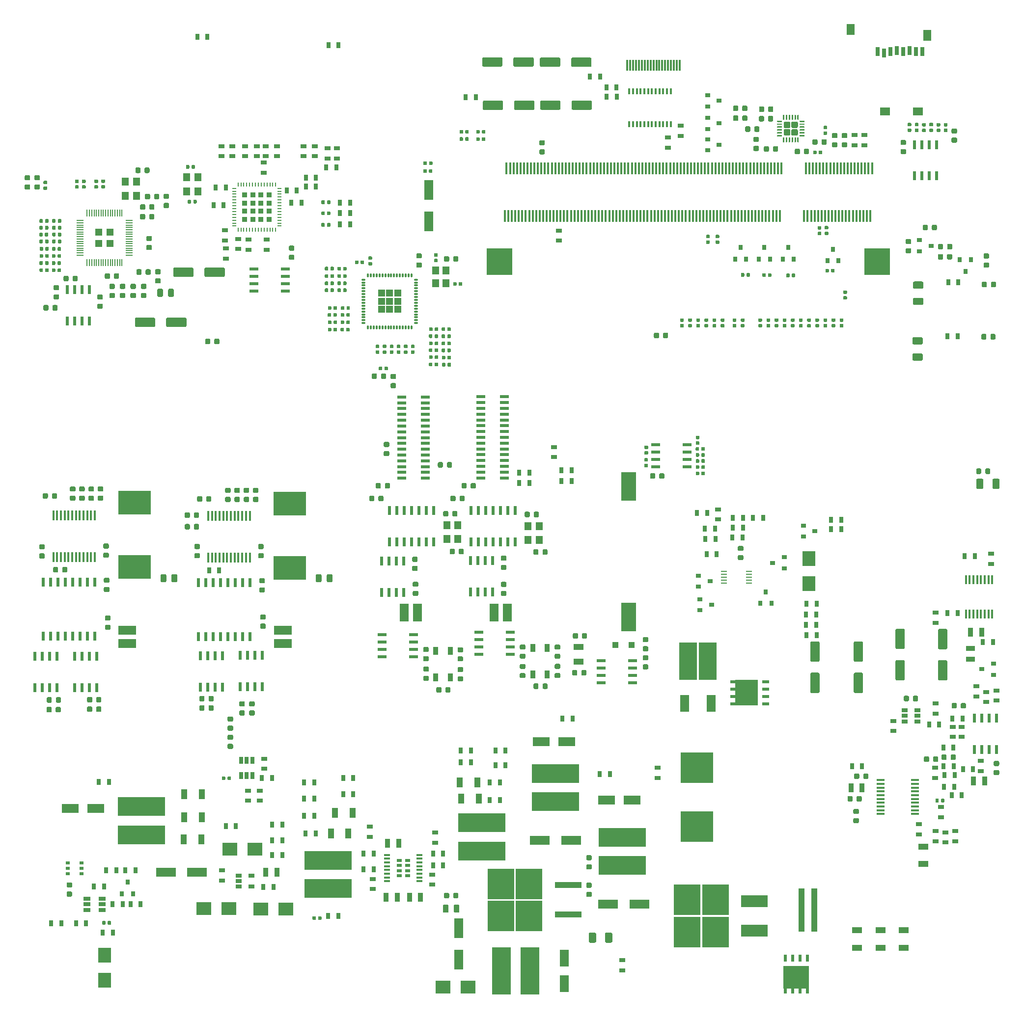
<source format=gbr>
G04 #@! TF.GenerationSoftware,KiCad,Pcbnew,5.1.5+dfsg1-2build2*
G04 #@! TF.CreationDate,2021-02-17T11:04:06+00:00*
G04 #@! TF.ProjectId,HILTOP_Motherboard,48494c54-4f50-45f4-9d6f-74686572626f,Rev C*
G04 #@! TF.SameCoordinates,Original*
G04 #@! TF.FileFunction,Paste,Top*
G04 #@! TF.FilePolarity,Positive*
%FSLAX46Y46*%
G04 Gerber Fmt 4.6, Leading zero omitted, Abs format (unit mm)*
G04 Created by KiCad (PCBNEW 5.1.5+dfsg1-2build2) date 2021-02-17 11:04:06*
%MOMM*%
%LPD*%
G04 APERTURE LIST*
%ADD10C,0.100000*%
%ADD11R,0.350000X2.000000*%
%ADD12R,4.500000X4.600000*%
%ADD13R,0.600000X1.550000*%
%ADD14R,1.170000X1.170000*%
%ADD15R,0.240000X1.200000*%
%ADD16R,1.200000X0.240000*%
%ADD17R,0.400000X1.100000*%
%ADD18R,1.000000X0.670000*%
%ADD19R,2.300000X2.500000*%
%ADD20R,2.500000X2.300000*%
%ADD21R,1.600000X3.500000*%
%ADD22R,3.500000X1.600000*%
%ADD23R,0.670000X1.000000*%
%ADD24R,3.000000X1.600000*%
%ADD25R,1.600000X3.000000*%
%ADD26R,1.800000X1.070000*%
%ADD27R,0.970000X1.500000*%
%ADD28R,1.500000X0.970000*%
%ADD29R,1.070000X1.800000*%
%ADD30R,4.600000X2.032000*%
%ADD31R,4.550000X5.250000*%
%ADD32R,3.100000X3.200000*%
%ADD33R,0.900000X0.800000*%
%ADD34R,0.800000X0.900000*%
%ADD35R,0.900000X1.350000*%
%ADD36R,0.300000X1.900000*%
%ADD37R,8.200000X3.300000*%
%ADD38R,3.300000X8.200000*%
%ADD39R,5.590000X5.330000*%
%ADD40R,0.610000X1.270000*%
%ADD41R,4.420000X3.910000*%
%ADD42R,1.550000X1.600000*%
%ADD43R,1.550000X1.200000*%
%ADD44R,1.270000X0.610000*%
%ADD45R,3.910000X4.420000*%
%ADD46R,1.600000X1.550000*%
%ADD47R,1.200000X1.550000*%
%ADD48R,1.000000X7.500000*%
%ADD49R,0.800000X0.280000*%
%ADD50R,0.280000X0.800000*%
%ADD51R,0.840000X0.840000*%
%ADD52R,1.450000X0.450000*%
%ADD53R,0.450000X1.500000*%
%ADD54R,1.100000X0.250000*%
%ADD55R,1.060000X0.650000*%
%ADD56R,0.600000X1.500000*%
%ADD57R,1.220000X0.650000*%
%ADD58R,0.650000X1.220000*%
%ADD59R,1.050000X0.450000*%
%ADD60R,0.882000X0.537000*%
%ADD61R,1.550000X0.600000*%
%ADD62R,1.200000X1.400000*%
%ADD63R,0.800000X1.500000*%
%ADD64R,1.800000X1.400000*%
%ADD65R,1.400000X1.900000*%
%ADD66O,0.300000X0.800000*%
%ADD67O,0.800000X0.300000*%
%ADD68R,1.190000X1.190000*%
%ADD69R,0.450000X1.750000*%
%ADD70R,5.600000X4.100000*%
%ADD71R,3.050000X1.520000*%
%ADD72R,1.520000X3.050000*%
%ADD73R,1.800000X1.000000*%
%ADD74R,4.600000X1.100000*%
%ADD75R,2.500000X5.000000*%
%ADD76R,1.100000X1.100000*%
%ADD77R,1.650000X0.600000*%
%ADD78R,0.700000X0.510000*%
G04 APERTURE END LIST*
D10*
G36*
X123952691Y-90716053D02*
G01*
X123973926Y-90719203D01*
X123994750Y-90724419D01*
X124014962Y-90731651D01*
X124034368Y-90740830D01*
X124052781Y-90751866D01*
X124070024Y-90764654D01*
X124085930Y-90779070D01*
X124100346Y-90794976D01*
X124113134Y-90812219D01*
X124124170Y-90830632D01*
X124133349Y-90850038D01*
X124140581Y-90870250D01*
X124145797Y-90891074D01*
X124148947Y-90912309D01*
X124150000Y-90933750D01*
X124150000Y-91446250D01*
X124148947Y-91467691D01*
X124145797Y-91488926D01*
X124140581Y-91509750D01*
X124133349Y-91529962D01*
X124124170Y-91549368D01*
X124113134Y-91567781D01*
X124100346Y-91585024D01*
X124085930Y-91600930D01*
X124070024Y-91615346D01*
X124052781Y-91628134D01*
X124034368Y-91639170D01*
X124014962Y-91648349D01*
X123994750Y-91655581D01*
X123973926Y-91660797D01*
X123952691Y-91663947D01*
X123931250Y-91665000D01*
X123493750Y-91665000D01*
X123472309Y-91663947D01*
X123451074Y-91660797D01*
X123430250Y-91655581D01*
X123410038Y-91648349D01*
X123390632Y-91639170D01*
X123372219Y-91628134D01*
X123354976Y-91615346D01*
X123339070Y-91600930D01*
X123324654Y-91585024D01*
X123311866Y-91567781D01*
X123300830Y-91549368D01*
X123291651Y-91529962D01*
X123284419Y-91509750D01*
X123279203Y-91488926D01*
X123276053Y-91467691D01*
X123275000Y-91446250D01*
X123275000Y-90933750D01*
X123276053Y-90912309D01*
X123279203Y-90891074D01*
X123284419Y-90870250D01*
X123291651Y-90850038D01*
X123300830Y-90830632D01*
X123311866Y-90812219D01*
X123324654Y-90794976D01*
X123339070Y-90779070D01*
X123354976Y-90764654D01*
X123372219Y-90751866D01*
X123390632Y-90740830D01*
X123410038Y-90731651D01*
X123430250Y-90724419D01*
X123451074Y-90719203D01*
X123472309Y-90716053D01*
X123493750Y-90715000D01*
X123931250Y-90715000D01*
X123952691Y-90716053D01*
G37*
G36*
X125527691Y-90716053D02*
G01*
X125548926Y-90719203D01*
X125569750Y-90724419D01*
X125589962Y-90731651D01*
X125609368Y-90740830D01*
X125627781Y-90751866D01*
X125645024Y-90764654D01*
X125660930Y-90779070D01*
X125675346Y-90794976D01*
X125688134Y-90812219D01*
X125699170Y-90830632D01*
X125708349Y-90850038D01*
X125715581Y-90870250D01*
X125720797Y-90891074D01*
X125723947Y-90912309D01*
X125725000Y-90933750D01*
X125725000Y-91446250D01*
X125723947Y-91467691D01*
X125720797Y-91488926D01*
X125715581Y-91509750D01*
X125708349Y-91529962D01*
X125699170Y-91549368D01*
X125688134Y-91567781D01*
X125675346Y-91585024D01*
X125660930Y-91600930D01*
X125645024Y-91615346D01*
X125627781Y-91628134D01*
X125609368Y-91639170D01*
X125589962Y-91648349D01*
X125569750Y-91655581D01*
X125548926Y-91660797D01*
X125527691Y-91663947D01*
X125506250Y-91665000D01*
X125068750Y-91665000D01*
X125047309Y-91663947D01*
X125026074Y-91660797D01*
X125005250Y-91655581D01*
X124985038Y-91648349D01*
X124965632Y-91639170D01*
X124947219Y-91628134D01*
X124929976Y-91615346D01*
X124914070Y-91600930D01*
X124899654Y-91585024D01*
X124886866Y-91567781D01*
X124875830Y-91549368D01*
X124866651Y-91529962D01*
X124859419Y-91509750D01*
X124854203Y-91488926D01*
X124851053Y-91467691D01*
X124850000Y-91446250D01*
X124850000Y-90933750D01*
X124851053Y-90912309D01*
X124854203Y-90891074D01*
X124859419Y-90870250D01*
X124866651Y-90850038D01*
X124875830Y-90830632D01*
X124886866Y-90812219D01*
X124899654Y-90794976D01*
X124914070Y-90779070D01*
X124929976Y-90764654D01*
X124947219Y-90751866D01*
X124965632Y-90740830D01*
X124985038Y-90731651D01*
X125005250Y-90724419D01*
X125026074Y-90719203D01*
X125047309Y-90716053D01*
X125068750Y-90715000D01*
X125506250Y-90715000D01*
X125527691Y-90716053D01*
G37*
D11*
X181450000Y-75550000D03*
X197050000Y-75550000D03*
D12*
X197950000Y-91650000D03*
X132850000Y-91650000D03*
D11*
X196750000Y-83749999D03*
X196450000Y-75550000D03*
X196150000Y-83749999D03*
X195850000Y-75550000D03*
X195550000Y-83749999D03*
X195250000Y-75550000D03*
X194950000Y-83749999D03*
X194650000Y-75550000D03*
X194350000Y-83749999D03*
X194050000Y-75550000D03*
X193750000Y-83749999D03*
X193450000Y-75550000D03*
X193150000Y-83749999D03*
X192850000Y-75550000D03*
X192550000Y-83749999D03*
X192250000Y-75550000D03*
X191950000Y-83749999D03*
X191650000Y-75550000D03*
X191350000Y-83749999D03*
X191050000Y-75550000D03*
X190750000Y-83749999D03*
X190450000Y-75550000D03*
X190150000Y-83749999D03*
X189850000Y-75550000D03*
X189550000Y-83749999D03*
X189250000Y-75550000D03*
X188950000Y-83749999D03*
X188650000Y-75550000D03*
X188350000Y-83749999D03*
X188050000Y-75550000D03*
X187750000Y-83749999D03*
X187450000Y-75550000D03*
X187150000Y-83749999D03*
X186850000Y-75550000D03*
X186550000Y-83749999D03*
X186250000Y-75550000D03*
X185950000Y-83749999D03*
X185650000Y-75550000D03*
X185350000Y-83749999D03*
X181150000Y-83749999D03*
X180850000Y-75550000D03*
X180550000Y-83749999D03*
X180250000Y-75550000D03*
X179950000Y-83749999D03*
X179650000Y-75550000D03*
X179350000Y-83749999D03*
X179050000Y-75550000D03*
X178750000Y-83749999D03*
X178450000Y-75550000D03*
X178150000Y-83749999D03*
X177850000Y-75550000D03*
X177550000Y-83749999D03*
X177250000Y-75550000D03*
X176950000Y-83749999D03*
X176650000Y-75550000D03*
X176350000Y-83749999D03*
X176050000Y-75550000D03*
X175750000Y-83749999D03*
X175450000Y-75550000D03*
X175150000Y-83749999D03*
X174850000Y-75550000D03*
X174550000Y-83749999D03*
X174250000Y-75550000D03*
X173950000Y-83749999D03*
X173650000Y-75550000D03*
X173350000Y-83749999D03*
X173050000Y-75550000D03*
X172750000Y-83749999D03*
X172450000Y-75550000D03*
X172150000Y-83749999D03*
X171850000Y-75550000D03*
X171550000Y-83749999D03*
X171250000Y-75550000D03*
X170950000Y-83749999D03*
X170650000Y-75550000D03*
X170350000Y-83749999D03*
X170050000Y-75550000D03*
X169750000Y-83749999D03*
X169450000Y-75550000D03*
X169150000Y-83749999D03*
X168850000Y-75550000D03*
X168550000Y-83749999D03*
X168250000Y-75550000D03*
X167950000Y-83749999D03*
X167650000Y-75550000D03*
X167350000Y-83749999D03*
X167050000Y-75550000D03*
X166750000Y-83749999D03*
X166450000Y-75550000D03*
X166150000Y-83749999D03*
X165850000Y-75550000D03*
X165550000Y-83749999D03*
X165250000Y-75550000D03*
X164950000Y-83749999D03*
X164650000Y-75550000D03*
X164350000Y-83749999D03*
X164050000Y-75550000D03*
X163750000Y-83749999D03*
X163450000Y-75550000D03*
X163150000Y-83749999D03*
X162850000Y-75550000D03*
X162550000Y-83749999D03*
X162250000Y-75550000D03*
X161950000Y-83749999D03*
X161650000Y-75550000D03*
X161350000Y-83749999D03*
X161050000Y-75550000D03*
X160750000Y-83749999D03*
X160450000Y-75550000D03*
X160150000Y-83749999D03*
X159850000Y-75550000D03*
X159550000Y-83749999D03*
X159250000Y-75550000D03*
X158950000Y-83749999D03*
X158650000Y-75550000D03*
X158350000Y-83749999D03*
X158050000Y-75550000D03*
X157750000Y-83749999D03*
X157450000Y-75550000D03*
X157150000Y-83749999D03*
X156850000Y-75550000D03*
X156550000Y-83749999D03*
X156250000Y-75550000D03*
X155950000Y-83749999D03*
X155650000Y-75550000D03*
X155350000Y-83749999D03*
X155050000Y-75550000D03*
X154750000Y-83749999D03*
X154450000Y-75550000D03*
X154150000Y-83749999D03*
X153850000Y-75550000D03*
X153550000Y-83749999D03*
X153250000Y-75550000D03*
X152950000Y-83749999D03*
X152650000Y-75550000D03*
X152350000Y-83749999D03*
X152050000Y-75550000D03*
X151750000Y-83749999D03*
X151450000Y-75550000D03*
X151150000Y-83749999D03*
X150850000Y-75550000D03*
X150550000Y-83749999D03*
X150250000Y-75550000D03*
X149950000Y-83749999D03*
X149650000Y-75550000D03*
X149350000Y-83749999D03*
X149050000Y-75550000D03*
X148750000Y-83749999D03*
X148450000Y-75550000D03*
X148150000Y-83749999D03*
X147850000Y-75550000D03*
X147550000Y-83749999D03*
X147250000Y-75550000D03*
X146950000Y-83749999D03*
X146650000Y-75550000D03*
X146350000Y-83749999D03*
X146050000Y-75550000D03*
X145750000Y-83749999D03*
X145450000Y-75550000D03*
X145150000Y-83749999D03*
X144850000Y-75550000D03*
X144550000Y-83749999D03*
X144250000Y-75550000D03*
X143950000Y-83749999D03*
X143650000Y-75550000D03*
X143350000Y-83749999D03*
X143050000Y-75550000D03*
X142750000Y-83749999D03*
X142450000Y-75550000D03*
X142150000Y-83749999D03*
X141850000Y-75550000D03*
X141550000Y-83749999D03*
X141250000Y-75550000D03*
X140950000Y-83749999D03*
X140650000Y-75550000D03*
X140350000Y-83749999D03*
X140050000Y-75550000D03*
X139750000Y-83749999D03*
X139450000Y-75550000D03*
X139150000Y-83749999D03*
X138850000Y-75550000D03*
X138550000Y-83749999D03*
X138250000Y-75550000D03*
X137950000Y-83749999D03*
X137650000Y-75550000D03*
X137350000Y-83749999D03*
X137050000Y-75550000D03*
X136750000Y-83749999D03*
X136450000Y-75550000D03*
X136150000Y-83749999D03*
X135850000Y-75550000D03*
X135550000Y-83749999D03*
X135250000Y-75550000D03*
X134950000Y-83749999D03*
X134650000Y-75550000D03*
X134350000Y-83749999D03*
X134050000Y-75550000D03*
X133750000Y-83749999D03*
D13*
X63405000Y-159700000D03*
X62135000Y-159700000D03*
X60865000Y-159700000D03*
X59595000Y-159700000D03*
X59595000Y-165100000D03*
X60865000Y-165100000D03*
X62135000Y-165100000D03*
X63405000Y-165100000D03*
D14*
X63765000Y-88515000D03*
X65715000Y-88515000D03*
X65715000Y-86565000D03*
X63765000Y-86565000D03*
D15*
X61740000Y-83290000D03*
X62140000Y-83290000D03*
X62540000Y-83290000D03*
X62940000Y-83290000D03*
X63340000Y-83290000D03*
X63740000Y-83290000D03*
X64140000Y-83290000D03*
X64540000Y-83290000D03*
X64940000Y-83290000D03*
X65340000Y-83290000D03*
X65740000Y-83290000D03*
X66140000Y-83290000D03*
X66540000Y-83290000D03*
X66940000Y-83290000D03*
X67340000Y-83290000D03*
X67740000Y-83290000D03*
D16*
X68990000Y-84540000D03*
X68990000Y-84940000D03*
X68990000Y-85340000D03*
X68990000Y-85740000D03*
X68990000Y-86140000D03*
X68990000Y-86540000D03*
X68990000Y-86940000D03*
X68990000Y-87340000D03*
X68990000Y-87740000D03*
X68990000Y-88140000D03*
X68990000Y-88540000D03*
X68990000Y-88940000D03*
X68990000Y-89340000D03*
X68990000Y-89740000D03*
X68990000Y-90140000D03*
X68990000Y-90540000D03*
D15*
X67740000Y-91790000D03*
X67340000Y-91790000D03*
X66940000Y-91790000D03*
X66540000Y-91790000D03*
X66140000Y-91790000D03*
X65740000Y-91790000D03*
X65340000Y-91790000D03*
X64940000Y-91790000D03*
X64540000Y-91790000D03*
X64140000Y-91790000D03*
X63740000Y-91790000D03*
X63340000Y-91790000D03*
X62940000Y-91790000D03*
X62540000Y-91790000D03*
X62140000Y-91790000D03*
X61740000Y-91790000D03*
D16*
X60490000Y-90540000D03*
X60490000Y-90140000D03*
X60490000Y-89740000D03*
X60490000Y-89340000D03*
X60490000Y-88940000D03*
X60490000Y-88540000D03*
X60490000Y-88140000D03*
X60490000Y-87740000D03*
X60490000Y-87340000D03*
X60490000Y-86940000D03*
X60490000Y-86540000D03*
X60490000Y-86140000D03*
X60490000Y-85740000D03*
X60490000Y-85340000D03*
X60490000Y-84940000D03*
X60490000Y-84540000D03*
D13*
X85105000Y-159675000D03*
X83835000Y-159675000D03*
X82565000Y-159675000D03*
X81295000Y-159675000D03*
X81295000Y-165075000D03*
X82565000Y-165075000D03*
X83835000Y-165075000D03*
X85105000Y-165075000D03*
D17*
X155210000Y-67960000D03*
X155860000Y-67960000D03*
X156510000Y-67960000D03*
X157160000Y-67960000D03*
X157810000Y-67960000D03*
X158460000Y-67960000D03*
X159110000Y-67960000D03*
X159760000Y-67960000D03*
X160410000Y-67960000D03*
X161060000Y-67960000D03*
X161710000Y-67960000D03*
X162360000Y-67960000D03*
X162360000Y-62260000D03*
X161710000Y-62260000D03*
X161060000Y-62260000D03*
X160410000Y-62260000D03*
X159760000Y-62260000D03*
X159110000Y-62260000D03*
X158460000Y-62260000D03*
X157810000Y-62260000D03*
X157160000Y-62260000D03*
X156510000Y-62260000D03*
X155860000Y-62260000D03*
X155210000Y-62260000D03*
D18*
X161900000Y-71975000D03*
X161900000Y-70225000D03*
D19*
X186200000Y-147200000D03*
X186200000Y-142900000D03*
D20*
X86350000Y-193000000D03*
X90650000Y-193000000D03*
D21*
X120600000Y-84700000D03*
X120600000Y-79300000D03*
D22*
X75300000Y-197000000D03*
X80700000Y-197000000D03*
X151550000Y-202500000D03*
X156950000Y-202500000D03*
D23*
X127025000Y-63250000D03*
X128775000Y-63250000D03*
D24*
X63200000Y-186000000D03*
X58800000Y-186000000D03*
D21*
X125780000Y-212020000D03*
X125780000Y-206620000D03*
D24*
X151300000Y-184500000D03*
X155700000Y-184500000D03*
D23*
X65475000Y-181400000D03*
X63725000Y-181400000D03*
X150125000Y-180000000D03*
X151875000Y-180000000D03*
D25*
X144000000Y-216200000D03*
X144000000Y-211800000D03*
D18*
X154000000Y-213875000D03*
X154000000Y-212125000D03*
D23*
X91875000Y-180750000D03*
X93625000Y-180750000D03*
D18*
X142200000Y-123625000D03*
X142200000Y-125375000D03*
D23*
X136230000Y-129800000D03*
X137980000Y-129800000D03*
D26*
X202500000Y-210005000D03*
X202500000Y-206995000D03*
D18*
X205100000Y-188675000D03*
X205100000Y-190425000D03*
D26*
X198500000Y-210005000D03*
X198500000Y-206995000D03*
D18*
X207960000Y-178975000D03*
X207960000Y-180725000D03*
D23*
X209350000Y-175500000D03*
X211100000Y-175500000D03*
X195325000Y-178700000D03*
X193575000Y-178700000D03*
D27*
X195330000Y-182450000D03*
X193420000Y-182450000D03*
D28*
X214000000Y-160255000D03*
X214000000Y-158345000D03*
D18*
X92200000Y-76325000D03*
X92200000Y-74575000D03*
X89600000Y-87825000D03*
X89600000Y-89575000D03*
D23*
X85275000Y-81900000D03*
X83525000Y-81900000D03*
X96925000Y-81500000D03*
X98675000Y-81500000D03*
D18*
X92700000Y-87825000D03*
X92700000Y-89575000D03*
D23*
X151270000Y-63230000D03*
X153020000Y-63230000D03*
X64675000Y-199400000D03*
X62925000Y-199400000D03*
D27*
X214545000Y-181250000D03*
X216455000Y-181250000D03*
D18*
X211000000Y-173625000D03*
X211000000Y-171875000D03*
D27*
X215955000Y-155600000D03*
X214045000Y-155600000D03*
D18*
X209700000Y-190075000D03*
X209700000Y-191825000D03*
D23*
X211225000Y-182200000D03*
X209475000Y-182200000D03*
D22*
X139800000Y-191500000D03*
X145200000Y-191500000D03*
D24*
X140050000Y-174470000D03*
X144450000Y-174470000D03*
D23*
X143665000Y-170430000D03*
X145415000Y-170430000D03*
D18*
X103200000Y-73825000D03*
X103200000Y-72075000D03*
D29*
X104495000Y-186750000D03*
X107505000Y-186750000D03*
X129005000Y-181500000D03*
X125995000Y-181500000D03*
D23*
X101125000Y-190250000D03*
X99375000Y-190250000D03*
X131125000Y-184500000D03*
X132875000Y-184500000D03*
X100875000Y-187250000D03*
X99125000Y-187250000D03*
X131125000Y-181500000D03*
X132875000Y-181500000D03*
X93625000Y-194000000D03*
X95375000Y-194000000D03*
X100875000Y-184250000D03*
X99125000Y-184250000D03*
X132125000Y-178500000D03*
X133875000Y-178500000D03*
X93625000Y-191500000D03*
X95375000Y-191500000D03*
X105875000Y-183500000D03*
X107625000Y-183500000D03*
X127875000Y-178000000D03*
X126125000Y-178000000D03*
X93625000Y-188750000D03*
X95375000Y-188750000D03*
X100875000Y-181500000D03*
X99125000Y-181500000D03*
X127875000Y-176000000D03*
X126125000Y-176000000D03*
X87375000Y-189000000D03*
X85625000Y-189000000D03*
X105875000Y-180750000D03*
X107625000Y-180750000D03*
X132125000Y-176000000D03*
X133875000Y-176000000D03*
D18*
X104800000Y-73825000D03*
X104800000Y-72075000D03*
D23*
X123125000Y-195750000D03*
X121375000Y-195750000D03*
D29*
X129255000Y-184250000D03*
X126245000Y-184250000D03*
D18*
X121250000Y-199125000D03*
X121250000Y-197375000D03*
D27*
X119205000Y-201250000D03*
X117295000Y-201250000D03*
X113545000Y-192000000D03*
X115455000Y-192000000D03*
X115205000Y-201250000D03*
X113295000Y-201250000D03*
D18*
X111000000Y-199875000D03*
X111000000Y-198125000D03*
D29*
X103745000Y-190250000D03*
X106755000Y-190250000D03*
D18*
X85000000Y-196625000D03*
X85000000Y-198375000D03*
D23*
X109375000Y-196500000D03*
X111125000Y-196500000D03*
X92125000Y-199500000D03*
X93875000Y-199500000D03*
D27*
X92545000Y-197000000D03*
X94455000Y-197000000D03*
D26*
X194500000Y-210005000D03*
X194500000Y-206995000D03*
D23*
X211325000Y-180200000D03*
X209575000Y-180200000D03*
X216175000Y-157300000D03*
X217925000Y-157300000D03*
X174725000Y-139200000D03*
X172975000Y-139200000D03*
X176525000Y-135800000D03*
X178275000Y-135800000D03*
D18*
X208000000Y-169625000D03*
X208000000Y-167875000D03*
D23*
X185775000Y-150700000D03*
X187525000Y-150700000D03*
X185775000Y-156100000D03*
X187525000Y-156100000D03*
D30*
X176775000Y-207040000D03*
X176775000Y-201960000D03*
D31*
X165200000Y-201725000D03*
X170050000Y-207275000D03*
X165200000Y-207275000D03*
X170050000Y-201725000D03*
D25*
X164714000Y-167850000D03*
X169286000Y-167850000D03*
D32*
X168700000Y-158950000D03*
X165300000Y-162150000D03*
X165300000Y-158950000D03*
X168700000Y-162150000D03*
D33*
X181900000Y-144550000D03*
X181900000Y-142650000D03*
X179900000Y-143600000D03*
X167140000Y-145820000D03*
X167140000Y-147720000D03*
X169140000Y-146770000D03*
D34*
X177800000Y-150600000D03*
X179700000Y-150600000D03*
X178750000Y-148600000D03*
D33*
X167400000Y-149900000D03*
X167400000Y-151800000D03*
X169400000Y-150850000D03*
X218000000Y-162900000D03*
X218000000Y-161000000D03*
X216000000Y-161950000D03*
D18*
X85650000Y-89375000D03*
X85650000Y-91125000D03*
D23*
X104725000Y-75400000D03*
X102975000Y-75400000D03*
D35*
X124360000Y-158825000D03*
X121860000Y-158825000D03*
X124360000Y-163375000D03*
X121860000Y-163375000D03*
X141070000Y-158295000D03*
X138570000Y-158295000D03*
X141070000Y-162845000D03*
X138570000Y-162845000D03*
D36*
X154880000Y-57790000D03*
X155380000Y-57790000D03*
X155880000Y-57790000D03*
X156380000Y-57790000D03*
X156880000Y-57790000D03*
X157380000Y-57790000D03*
X157880000Y-57790000D03*
X158380000Y-57790000D03*
X158880000Y-57790000D03*
X159380000Y-57790000D03*
X159880000Y-57790000D03*
X160380000Y-57790000D03*
X160880000Y-57790000D03*
X161380000Y-57790000D03*
X161880000Y-57790000D03*
X162380000Y-57790000D03*
X162880000Y-57790000D03*
X163380000Y-57790000D03*
X163880000Y-57790000D03*
D37*
X71100000Y-190500000D03*
X71100000Y-185652000D03*
X154000000Y-195800000D03*
X154000000Y-190952000D03*
D38*
X133200000Y-214000000D03*
X138048000Y-214000000D03*
D39*
X166895000Y-178920000D03*
X166895000Y-189080000D03*
D37*
X142500000Y-184800000D03*
X142500000Y-179952000D03*
X129750000Y-188450000D03*
X129750000Y-193298000D03*
X103250000Y-199800000D03*
X103250000Y-194952000D03*
D40*
X185905000Y-211750000D03*
X184635000Y-211750000D03*
X183365000Y-211750000D03*
X182095000Y-211750000D03*
X182095000Y-217250000D03*
X183365000Y-217250000D03*
X184635000Y-217250000D03*
X185905000Y-217250000D03*
D41*
X184000000Y-215100000D03*
D42*
X185090000Y-215750000D03*
X182910000Y-215750000D03*
D43*
X185090000Y-213750000D03*
X182910000Y-213750000D03*
D44*
X178750000Y-167905000D03*
X178750000Y-166635000D03*
X178750000Y-165365000D03*
X178750000Y-164095000D03*
X173250000Y-164095000D03*
X173250000Y-165365000D03*
X173250000Y-166635000D03*
X173250000Y-167905000D03*
D45*
X175400000Y-166000000D03*
D46*
X174750000Y-167090000D03*
X174750000Y-164910000D03*
D47*
X176750000Y-167090000D03*
X176750000Y-164910000D03*
D34*
X67750000Y-200700000D03*
X69650000Y-200700000D03*
X68700000Y-198700000D03*
D33*
X185200000Y-137200000D03*
X185200000Y-139100000D03*
X187200000Y-138150000D03*
D23*
X103305000Y-204520000D03*
X105055000Y-204520000D03*
D29*
X78495000Y-183500000D03*
X81505000Y-183500000D03*
D18*
X160100000Y-180725000D03*
X160100000Y-178975000D03*
D29*
X78395000Y-191300000D03*
X81405000Y-191300000D03*
D18*
X92250000Y-179125000D03*
X92250000Y-177375000D03*
X195700000Y-69800000D03*
X195700000Y-71550000D03*
D23*
X143500000Y-129525000D03*
X145250000Y-129525000D03*
D18*
X194000000Y-69825000D03*
X194000000Y-71575000D03*
D23*
X143525000Y-127625000D03*
X145275000Y-127625000D03*
X136230000Y-128050000D03*
X137980000Y-128050000D03*
X97875000Y-79400000D03*
X96125000Y-79400000D03*
D29*
X78495000Y-187500000D03*
X81505000Y-187500000D03*
D18*
X211400000Y-191625000D03*
X211400000Y-189875000D03*
X208000000Y-189875000D03*
X208000000Y-191625000D03*
D23*
X212525000Y-183700000D03*
X210775000Y-183700000D03*
D18*
X208900000Y-187475000D03*
X208900000Y-185725000D03*
D23*
X209375000Y-178700000D03*
X211125000Y-178700000D03*
X212725000Y-179225000D03*
X214475000Y-179225000D03*
D26*
X205900000Y-195555000D03*
X205900000Y-192545000D03*
D18*
X215775000Y-177775000D03*
X215775000Y-179525000D03*
D48*
X184900000Y-203500000D03*
X187100000Y-203500000D03*
D23*
X83925000Y-78900000D03*
X85675000Y-78900000D03*
X151255000Y-61590000D03*
X153005000Y-61590000D03*
D18*
X217550000Y-143800000D03*
X217550000Y-142050000D03*
D23*
X214775000Y-142450000D03*
X213025000Y-142450000D03*
X185675000Y-152500000D03*
X187425000Y-152500000D03*
X148435000Y-59710000D03*
X150185000Y-59710000D03*
D18*
X164100000Y-68185000D03*
X164100000Y-69935000D03*
D23*
X84500000Y-144875000D03*
X82750000Y-144875000D03*
X105075000Y-54300000D03*
X103325000Y-54300000D03*
X80725000Y-52900000D03*
X82475000Y-52900000D03*
D18*
X143050000Y-86275000D03*
X143050000Y-88025000D03*
X212500000Y-171875000D03*
X212500000Y-173625000D03*
D23*
X59825000Y-205800000D03*
X61575000Y-205800000D03*
X64425000Y-207400000D03*
X66175000Y-207400000D03*
X67875000Y-202500000D03*
X66125000Y-202500000D03*
X55525000Y-205800000D03*
X57275000Y-205800000D03*
X70975000Y-202500000D03*
X69225000Y-202500000D03*
X65025000Y-196600000D03*
X66775000Y-196600000D03*
D18*
X215000000Y-166625000D03*
X215000000Y-164875000D03*
X216750000Y-165875000D03*
X216750000Y-167625000D03*
D23*
X189990000Y-136140000D03*
X191740000Y-136140000D03*
D18*
X218500000Y-167375000D03*
X218500000Y-165625000D03*
D23*
X189970000Y-137830000D03*
X191720000Y-137830000D03*
X206875000Y-171500000D03*
X208625000Y-171500000D03*
D18*
X200750000Y-170875000D03*
X200750000Y-172625000D03*
D23*
X166875000Y-135000000D03*
X168625000Y-135000000D03*
D18*
X170500000Y-136125000D03*
X170500000Y-134375000D03*
D23*
X168245000Y-137700000D03*
X169995000Y-137700000D03*
X170045000Y-139500000D03*
X168295000Y-139500000D03*
X170275000Y-142090000D03*
X168525000Y-142090000D03*
D18*
X89500000Y-184625000D03*
X89500000Y-182875000D03*
X91500000Y-182875000D03*
X91500000Y-184625000D03*
D23*
X99425000Y-78700000D03*
X101175000Y-78700000D03*
X105325000Y-81500000D03*
X107075000Y-81500000D03*
X105325000Y-83300000D03*
X107075000Y-83300000D03*
X105325000Y-85200000D03*
X107075000Y-85200000D03*
X99425000Y-77200000D03*
X101175000Y-77200000D03*
X210875000Y-170500000D03*
X212625000Y-170500000D03*
X174825000Y-135800000D03*
X173075000Y-135800000D03*
D18*
X87800000Y-89475000D03*
X87800000Y-87725000D03*
X99010000Y-73485000D03*
X99010000Y-71735000D03*
X85500000Y-86225000D03*
X85500000Y-87975000D03*
X100990000Y-73475000D03*
X100990000Y-71725000D03*
X92520000Y-73465000D03*
X92520000Y-71715000D03*
X94500000Y-73475000D03*
X94500000Y-71725000D03*
D23*
X210075000Y-152300000D03*
X211825000Y-152300000D03*
D18*
X208000000Y-152175000D03*
X208000000Y-153925000D03*
X89000000Y-73475000D03*
X89000000Y-71725000D03*
X91000000Y-73475000D03*
X91000000Y-71725000D03*
X84910000Y-73475000D03*
X84910000Y-71725000D03*
X86800000Y-73475000D03*
X86800000Y-71725000D03*
D23*
X123125000Y-193750000D03*
X121375000Y-193750000D03*
D18*
X121750000Y-191875000D03*
X121750000Y-190125000D03*
D23*
X70075000Y-196600000D03*
X68325000Y-196600000D03*
X109375000Y-193750000D03*
X111125000Y-193750000D03*
D18*
X110500000Y-190875000D03*
X110500000Y-189125000D03*
D23*
X174825000Y-137500000D03*
X173075000Y-137500000D03*
X185675000Y-154300000D03*
X187425000Y-154300000D03*
D49*
X87100000Y-79000000D03*
X87100000Y-79500000D03*
X87100000Y-80000000D03*
X87100000Y-80500000D03*
X87100000Y-81000000D03*
X87100000Y-81500000D03*
X87100000Y-82000000D03*
X87100000Y-82500000D03*
X87100000Y-83000000D03*
X87100000Y-83500000D03*
X87100000Y-84000000D03*
X87100000Y-84500000D03*
D50*
X87750000Y-86150000D03*
X88250000Y-86150000D03*
X88750000Y-86150000D03*
X89250000Y-86150000D03*
X89750000Y-86150000D03*
X90250000Y-86150000D03*
X90750000Y-86150000D03*
X91250000Y-86150000D03*
X91750000Y-86150000D03*
X92250000Y-86150000D03*
D51*
X88900000Y-80150000D03*
D49*
X87100000Y-85000000D03*
X87100000Y-85500000D03*
D50*
X92750000Y-86150000D03*
X93250000Y-86150000D03*
X93750000Y-86150000D03*
X94250000Y-86150000D03*
D49*
X94900000Y-79000000D03*
X94900000Y-79500000D03*
X94900000Y-80500000D03*
X94900000Y-81000000D03*
X94900000Y-80000000D03*
X94900000Y-82500000D03*
X94900000Y-83000000D03*
X94900000Y-83500000D03*
X94900000Y-82000000D03*
X94900000Y-81500000D03*
X94900000Y-85000000D03*
X94900000Y-84500000D03*
X94900000Y-84000000D03*
X94900000Y-85500000D03*
D50*
X88250000Y-78350000D03*
X87750000Y-78350000D03*
X90250000Y-78350000D03*
X91250000Y-78350000D03*
X89750000Y-78350000D03*
X89250000Y-78350000D03*
X90750000Y-78350000D03*
X88750000Y-78350000D03*
X93250000Y-78350000D03*
X92250000Y-78350000D03*
X92750000Y-78350000D03*
X93750000Y-78350000D03*
X94250000Y-78350000D03*
X91750000Y-78350000D03*
D51*
X90300000Y-80150000D03*
X91700000Y-80150000D03*
X93100000Y-80150000D03*
X93100000Y-81550000D03*
X91700000Y-81550000D03*
X88900000Y-81550000D03*
X90300000Y-81550000D03*
X93100000Y-82950000D03*
X91700000Y-82950000D03*
X88900000Y-82950000D03*
X90300000Y-82950000D03*
X93100000Y-84350000D03*
X91700000Y-84350000D03*
X88900000Y-84350000D03*
X90300000Y-84350000D03*
D52*
X204450000Y-186920000D03*
X204450000Y-186270000D03*
X204450000Y-185620000D03*
X204450000Y-184970000D03*
X204450000Y-184330000D03*
X204450000Y-183670000D03*
X204450000Y-183030000D03*
X204450000Y-182380000D03*
X204450000Y-181730000D03*
X204450000Y-181080000D03*
X198550000Y-181080000D03*
X198550000Y-181730000D03*
X198550000Y-182380000D03*
X198550000Y-183030000D03*
X198550000Y-183670000D03*
X198550000Y-184330000D03*
X198550000Y-184970000D03*
X198550000Y-185620000D03*
X198550000Y-186270000D03*
X198550000Y-186920000D03*
D53*
X217775000Y-146550000D03*
X217125000Y-146550000D03*
X216475000Y-146550000D03*
X215825000Y-146550000D03*
X215175000Y-146550000D03*
X214525000Y-146550000D03*
X213875000Y-146550000D03*
X213225000Y-146550000D03*
X213225000Y-152450000D03*
X213875000Y-152450000D03*
X214525000Y-152450000D03*
X215175000Y-152450000D03*
X215825000Y-152450000D03*
X216475000Y-152450000D03*
X217125000Y-152450000D03*
X217775000Y-152450000D03*
D13*
X218505000Y-170400000D03*
X217235000Y-170400000D03*
X215965000Y-170400000D03*
X214695000Y-170400000D03*
X214695000Y-175800000D03*
X215965000Y-175800000D03*
X217235000Y-175800000D03*
X218505000Y-175800000D03*
D54*
X171550000Y-145100000D03*
X171550000Y-145600000D03*
X171550000Y-146100000D03*
X171550000Y-146600000D03*
X171550000Y-147100000D03*
X175850000Y-147100000D03*
X175850000Y-146600000D03*
X175850000Y-146100000D03*
X175850000Y-145600000D03*
X175850000Y-145100000D03*
D55*
X204850000Y-170950000D03*
X204850000Y-170000000D03*
X204850000Y-169050000D03*
X202650000Y-169050000D03*
X202650000Y-170950000D03*
X202650000Y-170000000D03*
D56*
X89845000Y-147025000D03*
X88575000Y-147025000D03*
X87305000Y-147025000D03*
X86035000Y-147025000D03*
X84765000Y-147025000D03*
X83495000Y-147025000D03*
X82225000Y-147025000D03*
X80955000Y-147025000D03*
X80955000Y-156325000D03*
X82225000Y-156325000D03*
X83495000Y-156325000D03*
X84765000Y-156325000D03*
X86035000Y-156325000D03*
X87305000Y-156325000D03*
X88575000Y-156325000D03*
X89845000Y-156325000D03*
X63045000Y-146950000D03*
X61775000Y-146950000D03*
X60505000Y-146950000D03*
X59235000Y-146950000D03*
X57965000Y-146950000D03*
X56695000Y-146950000D03*
X55425000Y-146950000D03*
X54155000Y-146950000D03*
X54155000Y-156250000D03*
X55425000Y-156250000D03*
X56695000Y-156250000D03*
X57965000Y-156250000D03*
X59235000Y-156250000D03*
X60505000Y-156250000D03*
X61775000Y-156250000D03*
X63045000Y-156250000D03*
D13*
X91905000Y-159575000D03*
X90635000Y-159575000D03*
X89365000Y-159575000D03*
X88095000Y-159575000D03*
X88095000Y-164975000D03*
X89365000Y-164975000D03*
X90635000Y-164975000D03*
X91905000Y-164975000D03*
X56505000Y-159700000D03*
X55235000Y-159700000D03*
X53965000Y-159700000D03*
X52695000Y-159700000D03*
X52695000Y-165100000D03*
X53965000Y-165100000D03*
X55235000Y-165100000D03*
X56505000Y-165100000D03*
D57*
X61690000Y-201550000D03*
X61690000Y-202500000D03*
X61690000Y-203450000D03*
X64310000Y-203450000D03*
X64310000Y-202500000D03*
X64310000Y-201550000D03*
D58*
X90200000Y-177690000D03*
X89250000Y-177690000D03*
X88300000Y-177690000D03*
X88300000Y-180310000D03*
X89250000Y-180310000D03*
X90200000Y-180310000D03*
D59*
X119025000Y-198525000D03*
X119025000Y-197875000D03*
X119025000Y-197225000D03*
X119025000Y-196575000D03*
X119025000Y-195925000D03*
X119025000Y-195275000D03*
X119025000Y-194625000D03*
X119025000Y-193975000D03*
X113475000Y-193975000D03*
X113475000Y-194625000D03*
X113475000Y-195275000D03*
X113475000Y-195925000D03*
X113475000Y-196575000D03*
X113475000Y-197225000D03*
X113475000Y-197875000D03*
X113475000Y-198525000D03*
D60*
X115515000Y-194907500D03*
X115515000Y-195802500D03*
X115515000Y-196697500D03*
X115515000Y-197592500D03*
X116985000Y-194907500D03*
X116985000Y-195802500D03*
X116985000Y-196697500D03*
X116985000Y-197592500D03*
D55*
X87900000Y-197550000D03*
X87900000Y-198500000D03*
X87900000Y-199450000D03*
X90100000Y-199450000D03*
X90100000Y-197550000D03*
D56*
X113840000Y-139950000D03*
X115110000Y-139950000D03*
X116380000Y-139950000D03*
X117650000Y-139950000D03*
X118920000Y-139950000D03*
X120190000Y-139950000D03*
X121460000Y-139950000D03*
X121460000Y-134550000D03*
X120190000Y-134550000D03*
X118920000Y-134550000D03*
X117650000Y-134550000D03*
X116380000Y-134550000D03*
X115110000Y-134550000D03*
X113840000Y-134550000D03*
X127890000Y-139950000D03*
X129160000Y-139950000D03*
X130430000Y-139950000D03*
X131700000Y-139950000D03*
X132970000Y-139950000D03*
X134240000Y-139950000D03*
X135510000Y-139950000D03*
X135510000Y-134550000D03*
X134240000Y-134550000D03*
X132970000Y-134550000D03*
X131700000Y-134550000D03*
X130430000Y-134550000D03*
X129160000Y-134550000D03*
X127890000Y-134550000D03*
D13*
X116355000Y-143275000D03*
X115085000Y-143275000D03*
X113815000Y-143275000D03*
X112545000Y-143275000D03*
X112545000Y-148675000D03*
X113815000Y-148675000D03*
X115085000Y-148675000D03*
X116355000Y-148675000D03*
X131655000Y-143200000D03*
X130385000Y-143200000D03*
X129115000Y-143200000D03*
X127845000Y-143200000D03*
X127845000Y-148600000D03*
X129115000Y-148600000D03*
X130385000Y-148600000D03*
X131655000Y-148600000D03*
D61*
X112625000Y-156020000D03*
X112625000Y-157290000D03*
X112625000Y-158560000D03*
X112625000Y-159830000D03*
X118025000Y-159830000D03*
X118025000Y-158560000D03*
X118025000Y-157290000D03*
X118025000Y-156020000D03*
X129275000Y-155545000D03*
X129275000Y-156815000D03*
X129275000Y-158085000D03*
X129275000Y-159355000D03*
X134675000Y-159355000D03*
X134675000Y-158085000D03*
X134675000Y-156815000D03*
X134675000Y-155545000D03*
D62*
X78900000Y-77100000D03*
X78900000Y-79500000D03*
X80800000Y-79500000D03*
X80800000Y-77100000D03*
D63*
X198050000Y-55450000D03*
X199150000Y-55650000D03*
X200250000Y-55450000D03*
X201350000Y-55250000D03*
X202450000Y-55450000D03*
X203550000Y-55250000D03*
X204650000Y-55450000D03*
X205750000Y-55450000D03*
D64*
X204950000Y-65750000D03*
X199250000Y-65750000D03*
D65*
X193400000Y-51600000D03*
X206550000Y-52600000D03*
D23*
X210050000Y-104500000D03*
X211800000Y-104500000D03*
X210175000Y-95200000D03*
X211925000Y-95200000D03*
D66*
X117650000Y-94000000D03*
X117150000Y-94000000D03*
X116650000Y-94000000D03*
X116150000Y-94000000D03*
X115650000Y-94000000D03*
X115150000Y-94000000D03*
X114650000Y-94000000D03*
X114150000Y-94000000D03*
X113650000Y-94000000D03*
X113150000Y-94000000D03*
X112650000Y-94000000D03*
X112150000Y-94000000D03*
X111650000Y-94000000D03*
X111150000Y-94000000D03*
X110650000Y-94000000D03*
X110150000Y-94000000D03*
D67*
X109400000Y-94750000D03*
X109400000Y-95250000D03*
X109400000Y-95750000D03*
X109400000Y-96250000D03*
X109400000Y-96750000D03*
X109400000Y-97250000D03*
X109400000Y-97750000D03*
X109400000Y-98250000D03*
X109400000Y-98750000D03*
X109400000Y-99250000D03*
X109400000Y-99750000D03*
X109400000Y-100250000D03*
X109400000Y-100750000D03*
X109400000Y-101250000D03*
X109400000Y-101750000D03*
X109400000Y-102250000D03*
D66*
X110150000Y-103000000D03*
X110650000Y-103000000D03*
X111150000Y-103000000D03*
X111650000Y-103000000D03*
X112150000Y-103000000D03*
X112650000Y-103000000D03*
X113150000Y-103000000D03*
X113650000Y-103000000D03*
X114150000Y-103000000D03*
X114650000Y-103000000D03*
X115150000Y-103000000D03*
X115650000Y-103000000D03*
X116150000Y-103000000D03*
X116650000Y-103000000D03*
X117150000Y-103000000D03*
X117650000Y-103000000D03*
D67*
X118400000Y-102250000D03*
X118400000Y-101750000D03*
X118400000Y-101250000D03*
X118400000Y-100750000D03*
X118400000Y-100250000D03*
X118400000Y-99750000D03*
X118400000Y-99250000D03*
X118400000Y-98750000D03*
X118400000Y-98250000D03*
X118400000Y-97750000D03*
X118400000Y-97250000D03*
X118400000Y-96750000D03*
X118400000Y-96250000D03*
X118400000Y-95750000D03*
X118400000Y-95250000D03*
X118400000Y-94750000D03*
D68*
X115300000Y-97100000D03*
X113900000Y-97100000D03*
X112500000Y-97100000D03*
X115300000Y-98500000D03*
X113900000Y-98500000D03*
X112500000Y-98500000D03*
X115300000Y-99900000D03*
X113900000Y-99900000D03*
X112500000Y-99900000D03*
D10*
G36*
X125527691Y-200526053D02*
G01*
X125548926Y-200529203D01*
X125569750Y-200534419D01*
X125589962Y-200541651D01*
X125609368Y-200550830D01*
X125627781Y-200561866D01*
X125645024Y-200574654D01*
X125660930Y-200589070D01*
X125675346Y-200604976D01*
X125688134Y-200622219D01*
X125699170Y-200640632D01*
X125708349Y-200660038D01*
X125715581Y-200680250D01*
X125720797Y-200701074D01*
X125723947Y-200722309D01*
X125725000Y-200743750D01*
X125725000Y-201256250D01*
X125723947Y-201277691D01*
X125720797Y-201298926D01*
X125715581Y-201319750D01*
X125708349Y-201339962D01*
X125699170Y-201359368D01*
X125688134Y-201377781D01*
X125675346Y-201395024D01*
X125660930Y-201410930D01*
X125645024Y-201425346D01*
X125627781Y-201438134D01*
X125609368Y-201449170D01*
X125589962Y-201458349D01*
X125569750Y-201465581D01*
X125548926Y-201470797D01*
X125527691Y-201473947D01*
X125506250Y-201475000D01*
X125068750Y-201475000D01*
X125047309Y-201473947D01*
X125026074Y-201470797D01*
X125005250Y-201465581D01*
X124985038Y-201458349D01*
X124965632Y-201449170D01*
X124947219Y-201438134D01*
X124929976Y-201425346D01*
X124914070Y-201410930D01*
X124899654Y-201395024D01*
X124886866Y-201377781D01*
X124875830Y-201359368D01*
X124866651Y-201339962D01*
X124859419Y-201319750D01*
X124854203Y-201298926D01*
X124851053Y-201277691D01*
X124850000Y-201256250D01*
X124850000Y-200743750D01*
X124851053Y-200722309D01*
X124854203Y-200701074D01*
X124859419Y-200680250D01*
X124866651Y-200660038D01*
X124875830Y-200640632D01*
X124886866Y-200622219D01*
X124899654Y-200604976D01*
X124914070Y-200589070D01*
X124929976Y-200574654D01*
X124947219Y-200561866D01*
X124965632Y-200550830D01*
X124985038Y-200541651D01*
X125005250Y-200534419D01*
X125026074Y-200529203D01*
X125047309Y-200526053D01*
X125068750Y-200525000D01*
X125506250Y-200525000D01*
X125527691Y-200526053D01*
G37*
G36*
X123952691Y-200526053D02*
G01*
X123973926Y-200529203D01*
X123994750Y-200534419D01*
X124014962Y-200541651D01*
X124034368Y-200550830D01*
X124052781Y-200561866D01*
X124070024Y-200574654D01*
X124085930Y-200589070D01*
X124100346Y-200604976D01*
X124113134Y-200622219D01*
X124124170Y-200640632D01*
X124133349Y-200660038D01*
X124140581Y-200680250D01*
X124145797Y-200701074D01*
X124148947Y-200722309D01*
X124150000Y-200743750D01*
X124150000Y-201256250D01*
X124148947Y-201277691D01*
X124145797Y-201298926D01*
X124140581Y-201319750D01*
X124133349Y-201339962D01*
X124124170Y-201359368D01*
X124113134Y-201377781D01*
X124100346Y-201395024D01*
X124085930Y-201410930D01*
X124070024Y-201425346D01*
X124052781Y-201438134D01*
X124034368Y-201449170D01*
X124014962Y-201458349D01*
X123994750Y-201465581D01*
X123973926Y-201470797D01*
X123952691Y-201473947D01*
X123931250Y-201475000D01*
X123493750Y-201475000D01*
X123472309Y-201473947D01*
X123451074Y-201470797D01*
X123430250Y-201465581D01*
X123410038Y-201458349D01*
X123390632Y-201449170D01*
X123372219Y-201438134D01*
X123354976Y-201425346D01*
X123339070Y-201410930D01*
X123324654Y-201395024D01*
X123311866Y-201377781D01*
X123300830Y-201359368D01*
X123291651Y-201339962D01*
X123284419Y-201319750D01*
X123279203Y-201298926D01*
X123276053Y-201277691D01*
X123275000Y-201256250D01*
X123275000Y-200743750D01*
X123276053Y-200722309D01*
X123279203Y-200701074D01*
X123284419Y-200680250D01*
X123291651Y-200660038D01*
X123300830Y-200640632D01*
X123311866Y-200622219D01*
X123324654Y-200604976D01*
X123339070Y-200589070D01*
X123354976Y-200574654D01*
X123372219Y-200561866D01*
X123390632Y-200550830D01*
X123410038Y-200541651D01*
X123430250Y-200534419D01*
X123451074Y-200529203D01*
X123472309Y-200526053D01*
X123493750Y-200525000D01*
X123931250Y-200525000D01*
X123952691Y-200526053D01*
G37*
G36*
X125705142Y-202551174D02*
G01*
X125728803Y-202554684D01*
X125752007Y-202560496D01*
X125774529Y-202568554D01*
X125796153Y-202578782D01*
X125816670Y-202591079D01*
X125835883Y-202605329D01*
X125853607Y-202621393D01*
X125869671Y-202639117D01*
X125883921Y-202658330D01*
X125896218Y-202678847D01*
X125906446Y-202700471D01*
X125914504Y-202722993D01*
X125920316Y-202746197D01*
X125923826Y-202769858D01*
X125925000Y-202793750D01*
X125925000Y-203706250D01*
X125923826Y-203730142D01*
X125920316Y-203753803D01*
X125914504Y-203777007D01*
X125906446Y-203799529D01*
X125896218Y-203821153D01*
X125883921Y-203841670D01*
X125869671Y-203860883D01*
X125853607Y-203878607D01*
X125835883Y-203894671D01*
X125816670Y-203908921D01*
X125796153Y-203921218D01*
X125774529Y-203931446D01*
X125752007Y-203939504D01*
X125728803Y-203945316D01*
X125705142Y-203948826D01*
X125681250Y-203950000D01*
X125193750Y-203950000D01*
X125169858Y-203948826D01*
X125146197Y-203945316D01*
X125122993Y-203939504D01*
X125100471Y-203931446D01*
X125078847Y-203921218D01*
X125058330Y-203908921D01*
X125039117Y-203894671D01*
X125021393Y-203878607D01*
X125005329Y-203860883D01*
X124991079Y-203841670D01*
X124978782Y-203821153D01*
X124968554Y-203799529D01*
X124960496Y-203777007D01*
X124954684Y-203753803D01*
X124951174Y-203730142D01*
X124950000Y-203706250D01*
X124950000Y-202793750D01*
X124951174Y-202769858D01*
X124954684Y-202746197D01*
X124960496Y-202722993D01*
X124968554Y-202700471D01*
X124978782Y-202678847D01*
X124991079Y-202658330D01*
X125005329Y-202639117D01*
X125021393Y-202621393D01*
X125039117Y-202605329D01*
X125058330Y-202591079D01*
X125078847Y-202578782D01*
X125100471Y-202568554D01*
X125122993Y-202560496D01*
X125146197Y-202554684D01*
X125169858Y-202551174D01*
X125193750Y-202550000D01*
X125681250Y-202550000D01*
X125705142Y-202551174D01*
G37*
G36*
X123830142Y-202551174D02*
G01*
X123853803Y-202554684D01*
X123877007Y-202560496D01*
X123899529Y-202568554D01*
X123921153Y-202578782D01*
X123941670Y-202591079D01*
X123960883Y-202605329D01*
X123978607Y-202621393D01*
X123994671Y-202639117D01*
X124008921Y-202658330D01*
X124021218Y-202678847D01*
X124031446Y-202700471D01*
X124039504Y-202722993D01*
X124045316Y-202746197D01*
X124048826Y-202769858D01*
X124050000Y-202793750D01*
X124050000Y-203706250D01*
X124048826Y-203730142D01*
X124045316Y-203753803D01*
X124039504Y-203777007D01*
X124031446Y-203799529D01*
X124021218Y-203821153D01*
X124008921Y-203841670D01*
X123994671Y-203860883D01*
X123978607Y-203878607D01*
X123960883Y-203894671D01*
X123941670Y-203908921D01*
X123921153Y-203921218D01*
X123899529Y-203931446D01*
X123877007Y-203939504D01*
X123853803Y-203945316D01*
X123830142Y-203948826D01*
X123806250Y-203950000D01*
X123318750Y-203950000D01*
X123294858Y-203948826D01*
X123271197Y-203945316D01*
X123247993Y-203939504D01*
X123225471Y-203931446D01*
X123203847Y-203921218D01*
X123183330Y-203908921D01*
X123164117Y-203894671D01*
X123146393Y-203878607D01*
X123130329Y-203860883D01*
X123116079Y-203841670D01*
X123103782Y-203821153D01*
X123093554Y-203799529D01*
X123085496Y-203777007D01*
X123079684Y-203753803D01*
X123076174Y-203730142D01*
X123075000Y-203706250D01*
X123075000Y-202793750D01*
X123076174Y-202769858D01*
X123079684Y-202746197D01*
X123085496Y-202722993D01*
X123093554Y-202700471D01*
X123103782Y-202678847D01*
X123116079Y-202658330D01*
X123130329Y-202639117D01*
X123146393Y-202621393D01*
X123164117Y-202605329D01*
X123183330Y-202591079D01*
X123203847Y-202578782D01*
X123225471Y-202568554D01*
X123247993Y-202560496D01*
X123271197Y-202554684D01*
X123294858Y-202551174D01*
X123318750Y-202550000D01*
X123806250Y-202550000D01*
X123830142Y-202551174D01*
G37*
G36*
X148527691Y-194026053D02*
G01*
X148548926Y-194029203D01*
X148569750Y-194034419D01*
X148589962Y-194041651D01*
X148609368Y-194050830D01*
X148627781Y-194061866D01*
X148645024Y-194074654D01*
X148660930Y-194089070D01*
X148675346Y-194104976D01*
X148688134Y-194122219D01*
X148699170Y-194140632D01*
X148708349Y-194160038D01*
X148715581Y-194180250D01*
X148720797Y-194201074D01*
X148723947Y-194222309D01*
X148725000Y-194243750D01*
X148725000Y-194681250D01*
X148723947Y-194702691D01*
X148720797Y-194723926D01*
X148715581Y-194744750D01*
X148708349Y-194764962D01*
X148699170Y-194784368D01*
X148688134Y-194802781D01*
X148675346Y-194820024D01*
X148660930Y-194835930D01*
X148645024Y-194850346D01*
X148627781Y-194863134D01*
X148609368Y-194874170D01*
X148589962Y-194883349D01*
X148569750Y-194890581D01*
X148548926Y-194895797D01*
X148527691Y-194898947D01*
X148506250Y-194900000D01*
X147993750Y-194900000D01*
X147972309Y-194898947D01*
X147951074Y-194895797D01*
X147930250Y-194890581D01*
X147910038Y-194883349D01*
X147890632Y-194874170D01*
X147872219Y-194863134D01*
X147854976Y-194850346D01*
X147839070Y-194835930D01*
X147824654Y-194820024D01*
X147811866Y-194802781D01*
X147800830Y-194784368D01*
X147791651Y-194764962D01*
X147784419Y-194744750D01*
X147779203Y-194723926D01*
X147776053Y-194702691D01*
X147775000Y-194681250D01*
X147775000Y-194243750D01*
X147776053Y-194222309D01*
X147779203Y-194201074D01*
X147784419Y-194180250D01*
X147791651Y-194160038D01*
X147800830Y-194140632D01*
X147811866Y-194122219D01*
X147824654Y-194104976D01*
X147839070Y-194089070D01*
X147854976Y-194074654D01*
X147872219Y-194061866D01*
X147890632Y-194050830D01*
X147910038Y-194041651D01*
X147930250Y-194034419D01*
X147951074Y-194029203D01*
X147972309Y-194026053D01*
X147993750Y-194025000D01*
X148506250Y-194025000D01*
X148527691Y-194026053D01*
G37*
G36*
X148527691Y-195601053D02*
G01*
X148548926Y-195604203D01*
X148569750Y-195609419D01*
X148589962Y-195616651D01*
X148609368Y-195625830D01*
X148627781Y-195636866D01*
X148645024Y-195649654D01*
X148660930Y-195664070D01*
X148675346Y-195679976D01*
X148688134Y-195697219D01*
X148699170Y-195715632D01*
X148708349Y-195735038D01*
X148715581Y-195755250D01*
X148720797Y-195776074D01*
X148723947Y-195797309D01*
X148725000Y-195818750D01*
X148725000Y-196256250D01*
X148723947Y-196277691D01*
X148720797Y-196298926D01*
X148715581Y-196319750D01*
X148708349Y-196339962D01*
X148699170Y-196359368D01*
X148688134Y-196377781D01*
X148675346Y-196395024D01*
X148660930Y-196410930D01*
X148645024Y-196425346D01*
X148627781Y-196438134D01*
X148609368Y-196449170D01*
X148589962Y-196458349D01*
X148569750Y-196465581D01*
X148548926Y-196470797D01*
X148527691Y-196473947D01*
X148506250Y-196475000D01*
X147993750Y-196475000D01*
X147972309Y-196473947D01*
X147951074Y-196470797D01*
X147930250Y-196465581D01*
X147910038Y-196458349D01*
X147890632Y-196449170D01*
X147872219Y-196438134D01*
X147854976Y-196425346D01*
X147839070Y-196410930D01*
X147824654Y-196395024D01*
X147811866Y-196377781D01*
X147800830Y-196359368D01*
X147791651Y-196339962D01*
X147784419Y-196319750D01*
X147779203Y-196298926D01*
X147776053Y-196277691D01*
X147775000Y-196256250D01*
X147775000Y-195818750D01*
X147776053Y-195797309D01*
X147779203Y-195776074D01*
X147784419Y-195755250D01*
X147791651Y-195735038D01*
X147800830Y-195715632D01*
X147811866Y-195697219D01*
X147824654Y-195679976D01*
X147839070Y-195664070D01*
X147854976Y-195649654D01*
X147872219Y-195636866D01*
X147890632Y-195625830D01*
X147910038Y-195616651D01*
X147930250Y-195609419D01*
X147951074Y-195604203D01*
X147972309Y-195601053D01*
X147993750Y-195600000D01*
X148506250Y-195600000D01*
X148527691Y-195601053D01*
G37*
G36*
X161702691Y-103901053D02*
G01*
X161723926Y-103904203D01*
X161744750Y-103909419D01*
X161764962Y-103916651D01*
X161784368Y-103925830D01*
X161802781Y-103936866D01*
X161820024Y-103949654D01*
X161835930Y-103964070D01*
X161850346Y-103979976D01*
X161863134Y-103997219D01*
X161874170Y-104015632D01*
X161883349Y-104035038D01*
X161890581Y-104055250D01*
X161895797Y-104076074D01*
X161898947Y-104097309D01*
X161900000Y-104118750D01*
X161900000Y-104631250D01*
X161898947Y-104652691D01*
X161895797Y-104673926D01*
X161890581Y-104694750D01*
X161883349Y-104714962D01*
X161874170Y-104734368D01*
X161863134Y-104752781D01*
X161850346Y-104770024D01*
X161835930Y-104785930D01*
X161820024Y-104800346D01*
X161802781Y-104813134D01*
X161784368Y-104824170D01*
X161764962Y-104833349D01*
X161744750Y-104840581D01*
X161723926Y-104845797D01*
X161702691Y-104848947D01*
X161681250Y-104850000D01*
X161243750Y-104850000D01*
X161222309Y-104848947D01*
X161201074Y-104845797D01*
X161180250Y-104840581D01*
X161160038Y-104833349D01*
X161140632Y-104824170D01*
X161122219Y-104813134D01*
X161104976Y-104800346D01*
X161089070Y-104785930D01*
X161074654Y-104770024D01*
X161061866Y-104752781D01*
X161050830Y-104734368D01*
X161041651Y-104714962D01*
X161034419Y-104694750D01*
X161029203Y-104673926D01*
X161026053Y-104652691D01*
X161025000Y-104631250D01*
X161025000Y-104118750D01*
X161026053Y-104097309D01*
X161029203Y-104076074D01*
X161034419Y-104055250D01*
X161041651Y-104035038D01*
X161050830Y-104015632D01*
X161061866Y-103997219D01*
X161074654Y-103979976D01*
X161089070Y-103964070D01*
X161104976Y-103949654D01*
X161122219Y-103936866D01*
X161140632Y-103925830D01*
X161160038Y-103916651D01*
X161180250Y-103909419D01*
X161201074Y-103904203D01*
X161222309Y-103901053D01*
X161243750Y-103900000D01*
X161681250Y-103900000D01*
X161702691Y-103901053D01*
G37*
G36*
X160127691Y-103901053D02*
G01*
X160148926Y-103904203D01*
X160169750Y-103909419D01*
X160189962Y-103916651D01*
X160209368Y-103925830D01*
X160227781Y-103936866D01*
X160245024Y-103949654D01*
X160260930Y-103964070D01*
X160275346Y-103979976D01*
X160288134Y-103997219D01*
X160299170Y-104015632D01*
X160308349Y-104035038D01*
X160315581Y-104055250D01*
X160320797Y-104076074D01*
X160323947Y-104097309D01*
X160325000Y-104118750D01*
X160325000Y-104631250D01*
X160323947Y-104652691D01*
X160320797Y-104673926D01*
X160315581Y-104694750D01*
X160308349Y-104714962D01*
X160299170Y-104734368D01*
X160288134Y-104752781D01*
X160275346Y-104770024D01*
X160260930Y-104785930D01*
X160245024Y-104800346D01*
X160227781Y-104813134D01*
X160209368Y-104824170D01*
X160189962Y-104833349D01*
X160169750Y-104840581D01*
X160148926Y-104845797D01*
X160127691Y-104848947D01*
X160106250Y-104850000D01*
X159668750Y-104850000D01*
X159647309Y-104848947D01*
X159626074Y-104845797D01*
X159605250Y-104840581D01*
X159585038Y-104833349D01*
X159565632Y-104824170D01*
X159547219Y-104813134D01*
X159529976Y-104800346D01*
X159514070Y-104785930D01*
X159499654Y-104770024D01*
X159486866Y-104752781D01*
X159475830Y-104734368D01*
X159466651Y-104714962D01*
X159459419Y-104694750D01*
X159454203Y-104673926D01*
X159451053Y-104652691D01*
X159450000Y-104631250D01*
X159450000Y-104118750D01*
X159451053Y-104097309D01*
X159454203Y-104076074D01*
X159459419Y-104055250D01*
X159466651Y-104035038D01*
X159475830Y-104015632D01*
X159486866Y-103997219D01*
X159499654Y-103979976D01*
X159514070Y-103964070D01*
X159529976Y-103949654D01*
X159547219Y-103936866D01*
X159565632Y-103925830D01*
X159585038Y-103916651D01*
X159605250Y-103909419D01*
X159626074Y-103904203D01*
X159647309Y-103901053D01*
X159668750Y-103900000D01*
X160106250Y-103900000D01*
X160127691Y-103901053D01*
G37*
G36*
X54227691Y-141976053D02*
G01*
X54248926Y-141979203D01*
X54269750Y-141984419D01*
X54289962Y-141991651D01*
X54309368Y-142000830D01*
X54327781Y-142011866D01*
X54345024Y-142024654D01*
X54360930Y-142039070D01*
X54375346Y-142054976D01*
X54388134Y-142072219D01*
X54399170Y-142090632D01*
X54408349Y-142110038D01*
X54415581Y-142130250D01*
X54420797Y-142151074D01*
X54423947Y-142172309D01*
X54425000Y-142193750D01*
X54425000Y-142631250D01*
X54423947Y-142652691D01*
X54420797Y-142673926D01*
X54415581Y-142694750D01*
X54408349Y-142714962D01*
X54399170Y-142734368D01*
X54388134Y-142752781D01*
X54375346Y-142770024D01*
X54360930Y-142785930D01*
X54345024Y-142800346D01*
X54327781Y-142813134D01*
X54309368Y-142824170D01*
X54289962Y-142833349D01*
X54269750Y-142840581D01*
X54248926Y-142845797D01*
X54227691Y-142848947D01*
X54206250Y-142850000D01*
X53693750Y-142850000D01*
X53672309Y-142848947D01*
X53651074Y-142845797D01*
X53630250Y-142840581D01*
X53610038Y-142833349D01*
X53590632Y-142824170D01*
X53572219Y-142813134D01*
X53554976Y-142800346D01*
X53539070Y-142785930D01*
X53524654Y-142770024D01*
X53511866Y-142752781D01*
X53500830Y-142734368D01*
X53491651Y-142714962D01*
X53484419Y-142694750D01*
X53479203Y-142673926D01*
X53476053Y-142652691D01*
X53475000Y-142631250D01*
X53475000Y-142193750D01*
X53476053Y-142172309D01*
X53479203Y-142151074D01*
X53484419Y-142130250D01*
X53491651Y-142110038D01*
X53500830Y-142090632D01*
X53511866Y-142072219D01*
X53524654Y-142054976D01*
X53539070Y-142039070D01*
X53554976Y-142024654D01*
X53572219Y-142011866D01*
X53590632Y-142000830D01*
X53610038Y-141991651D01*
X53630250Y-141984419D01*
X53651074Y-141979203D01*
X53672309Y-141976053D01*
X53693750Y-141975000D01*
X54206250Y-141975000D01*
X54227691Y-141976053D01*
G37*
G36*
X54227691Y-140401053D02*
G01*
X54248926Y-140404203D01*
X54269750Y-140409419D01*
X54289962Y-140416651D01*
X54309368Y-140425830D01*
X54327781Y-140436866D01*
X54345024Y-140449654D01*
X54360930Y-140464070D01*
X54375346Y-140479976D01*
X54388134Y-140497219D01*
X54399170Y-140515632D01*
X54408349Y-140535038D01*
X54415581Y-140555250D01*
X54420797Y-140576074D01*
X54423947Y-140597309D01*
X54425000Y-140618750D01*
X54425000Y-141056250D01*
X54423947Y-141077691D01*
X54420797Y-141098926D01*
X54415581Y-141119750D01*
X54408349Y-141139962D01*
X54399170Y-141159368D01*
X54388134Y-141177781D01*
X54375346Y-141195024D01*
X54360930Y-141210930D01*
X54345024Y-141225346D01*
X54327781Y-141238134D01*
X54309368Y-141249170D01*
X54289962Y-141258349D01*
X54269750Y-141265581D01*
X54248926Y-141270797D01*
X54227691Y-141273947D01*
X54206250Y-141275000D01*
X53693750Y-141275000D01*
X53672309Y-141273947D01*
X53651074Y-141270797D01*
X53630250Y-141265581D01*
X53610038Y-141258349D01*
X53590632Y-141249170D01*
X53572219Y-141238134D01*
X53554976Y-141225346D01*
X53539070Y-141210930D01*
X53524654Y-141195024D01*
X53511866Y-141177781D01*
X53500830Y-141159368D01*
X53491651Y-141139962D01*
X53484419Y-141119750D01*
X53479203Y-141098926D01*
X53476053Y-141077691D01*
X53475000Y-141056250D01*
X53475000Y-140618750D01*
X53476053Y-140597309D01*
X53479203Y-140576074D01*
X53484419Y-140555250D01*
X53491651Y-140535038D01*
X53500830Y-140515632D01*
X53511866Y-140497219D01*
X53524654Y-140479976D01*
X53539070Y-140464070D01*
X53554976Y-140449654D01*
X53572219Y-140436866D01*
X53590632Y-140425830D01*
X53610038Y-140416651D01*
X53630250Y-140409419D01*
X53651074Y-140404203D01*
X53672309Y-140401053D01*
X53693750Y-140400000D01*
X54206250Y-140400000D01*
X54227691Y-140401053D01*
G37*
G36*
X91977691Y-140351053D02*
G01*
X91998926Y-140354203D01*
X92019750Y-140359419D01*
X92039962Y-140366651D01*
X92059368Y-140375830D01*
X92077781Y-140386866D01*
X92095024Y-140399654D01*
X92110930Y-140414070D01*
X92125346Y-140429976D01*
X92138134Y-140447219D01*
X92149170Y-140465632D01*
X92158349Y-140485038D01*
X92165581Y-140505250D01*
X92170797Y-140526074D01*
X92173947Y-140547309D01*
X92175000Y-140568750D01*
X92175000Y-141006250D01*
X92173947Y-141027691D01*
X92170797Y-141048926D01*
X92165581Y-141069750D01*
X92158349Y-141089962D01*
X92149170Y-141109368D01*
X92138134Y-141127781D01*
X92125346Y-141145024D01*
X92110930Y-141160930D01*
X92095024Y-141175346D01*
X92077781Y-141188134D01*
X92059368Y-141199170D01*
X92039962Y-141208349D01*
X92019750Y-141215581D01*
X91998926Y-141220797D01*
X91977691Y-141223947D01*
X91956250Y-141225000D01*
X91443750Y-141225000D01*
X91422309Y-141223947D01*
X91401074Y-141220797D01*
X91380250Y-141215581D01*
X91360038Y-141208349D01*
X91340632Y-141199170D01*
X91322219Y-141188134D01*
X91304976Y-141175346D01*
X91289070Y-141160930D01*
X91274654Y-141145024D01*
X91261866Y-141127781D01*
X91250830Y-141109368D01*
X91241651Y-141089962D01*
X91234419Y-141069750D01*
X91229203Y-141048926D01*
X91226053Y-141027691D01*
X91225000Y-141006250D01*
X91225000Y-140568750D01*
X91226053Y-140547309D01*
X91229203Y-140526074D01*
X91234419Y-140505250D01*
X91241651Y-140485038D01*
X91250830Y-140465632D01*
X91261866Y-140447219D01*
X91274654Y-140429976D01*
X91289070Y-140414070D01*
X91304976Y-140399654D01*
X91322219Y-140386866D01*
X91340632Y-140375830D01*
X91360038Y-140366651D01*
X91380250Y-140359419D01*
X91401074Y-140354203D01*
X91422309Y-140351053D01*
X91443750Y-140350000D01*
X91956250Y-140350000D01*
X91977691Y-140351053D01*
G37*
G36*
X91977691Y-141926053D02*
G01*
X91998926Y-141929203D01*
X92019750Y-141934419D01*
X92039962Y-141941651D01*
X92059368Y-141950830D01*
X92077781Y-141961866D01*
X92095024Y-141974654D01*
X92110930Y-141989070D01*
X92125346Y-142004976D01*
X92138134Y-142022219D01*
X92149170Y-142040632D01*
X92158349Y-142060038D01*
X92165581Y-142080250D01*
X92170797Y-142101074D01*
X92173947Y-142122309D01*
X92175000Y-142143750D01*
X92175000Y-142581250D01*
X92173947Y-142602691D01*
X92170797Y-142623926D01*
X92165581Y-142644750D01*
X92158349Y-142664962D01*
X92149170Y-142684368D01*
X92138134Y-142702781D01*
X92125346Y-142720024D01*
X92110930Y-142735930D01*
X92095024Y-142750346D01*
X92077781Y-142763134D01*
X92059368Y-142774170D01*
X92039962Y-142783349D01*
X92019750Y-142790581D01*
X91998926Y-142795797D01*
X91977691Y-142798947D01*
X91956250Y-142800000D01*
X91443750Y-142800000D01*
X91422309Y-142798947D01*
X91401074Y-142795797D01*
X91380250Y-142790581D01*
X91360038Y-142783349D01*
X91340632Y-142774170D01*
X91322219Y-142763134D01*
X91304976Y-142750346D01*
X91289070Y-142735930D01*
X91274654Y-142720024D01*
X91261866Y-142702781D01*
X91250830Y-142684368D01*
X91241651Y-142664962D01*
X91234419Y-142644750D01*
X91229203Y-142623926D01*
X91226053Y-142602691D01*
X91225000Y-142581250D01*
X91225000Y-142143750D01*
X91226053Y-142122309D01*
X91229203Y-142101074D01*
X91234419Y-142080250D01*
X91241651Y-142060038D01*
X91250830Y-142040632D01*
X91261866Y-142022219D01*
X91274654Y-142004976D01*
X91289070Y-141989070D01*
X91304976Y-141974654D01*
X91322219Y-141961866D01*
X91340632Y-141950830D01*
X91360038Y-141941651D01*
X91380250Y-141934419D01*
X91401074Y-141929203D01*
X91422309Y-141926053D01*
X91443750Y-141925000D01*
X91956250Y-141925000D01*
X91977691Y-141926053D01*
G37*
G36*
X65277691Y-141851053D02*
G01*
X65298926Y-141854203D01*
X65319750Y-141859419D01*
X65339962Y-141866651D01*
X65359368Y-141875830D01*
X65377781Y-141886866D01*
X65395024Y-141899654D01*
X65410930Y-141914070D01*
X65425346Y-141929976D01*
X65438134Y-141947219D01*
X65449170Y-141965632D01*
X65458349Y-141985038D01*
X65465581Y-142005250D01*
X65470797Y-142026074D01*
X65473947Y-142047309D01*
X65475000Y-142068750D01*
X65475000Y-142506250D01*
X65473947Y-142527691D01*
X65470797Y-142548926D01*
X65465581Y-142569750D01*
X65458349Y-142589962D01*
X65449170Y-142609368D01*
X65438134Y-142627781D01*
X65425346Y-142645024D01*
X65410930Y-142660930D01*
X65395024Y-142675346D01*
X65377781Y-142688134D01*
X65359368Y-142699170D01*
X65339962Y-142708349D01*
X65319750Y-142715581D01*
X65298926Y-142720797D01*
X65277691Y-142723947D01*
X65256250Y-142725000D01*
X64743750Y-142725000D01*
X64722309Y-142723947D01*
X64701074Y-142720797D01*
X64680250Y-142715581D01*
X64660038Y-142708349D01*
X64640632Y-142699170D01*
X64622219Y-142688134D01*
X64604976Y-142675346D01*
X64589070Y-142660930D01*
X64574654Y-142645024D01*
X64561866Y-142627781D01*
X64550830Y-142609368D01*
X64541651Y-142589962D01*
X64534419Y-142569750D01*
X64529203Y-142548926D01*
X64526053Y-142527691D01*
X64525000Y-142506250D01*
X64525000Y-142068750D01*
X64526053Y-142047309D01*
X64529203Y-142026074D01*
X64534419Y-142005250D01*
X64541651Y-141985038D01*
X64550830Y-141965632D01*
X64561866Y-141947219D01*
X64574654Y-141929976D01*
X64589070Y-141914070D01*
X64604976Y-141899654D01*
X64622219Y-141886866D01*
X64640632Y-141875830D01*
X64660038Y-141866651D01*
X64680250Y-141859419D01*
X64701074Y-141854203D01*
X64722309Y-141851053D01*
X64743750Y-141850000D01*
X65256250Y-141850000D01*
X65277691Y-141851053D01*
G37*
G36*
X65277691Y-140276053D02*
G01*
X65298926Y-140279203D01*
X65319750Y-140284419D01*
X65339962Y-140291651D01*
X65359368Y-140300830D01*
X65377781Y-140311866D01*
X65395024Y-140324654D01*
X65410930Y-140339070D01*
X65425346Y-140354976D01*
X65438134Y-140372219D01*
X65449170Y-140390632D01*
X65458349Y-140410038D01*
X65465581Y-140430250D01*
X65470797Y-140451074D01*
X65473947Y-140472309D01*
X65475000Y-140493750D01*
X65475000Y-140931250D01*
X65473947Y-140952691D01*
X65470797Y-140973926D01*
X65465581Y-140994750D01*
X65458349Y-141014962D01*
X65449170Y-141034368D01*
X65438134Y-141052781D01*
X65425346Y-141070024D01*
X65410930Y-141085930D01*
X65395024Y-141100346D01*
X65377781Y-141113134D01*
X65359368Y-141124170D01*
X65339962Y-141133349D01*
X65319750Y-141140581D01*
X65298926Y-141145797D01*
X65277691Y-141148947D01*
X65256250Y-141150000D01*
X64743750Y-141150000D01*
X64722309Y-141148947D01*
X64701074Y-141145797D01*
X64680250Y-141140581D01*
X64660038Y-141133349D01*
X64640632Y-141124170D01*
X64622219Y-141113134D01*
X64604976Y-141100346D01*
X64589070Y-141085930D01*
X64574654Y-141070024D01*
X64561866Y-141052781D01*
X64550830Y-141034368D01*
X64541651Y-141014962D01*
X64534419Y-140994750D01*
X64529203Y-140973926D01*
X64526053Y-140952691D01*
X64525000Y-140931250D01*
X64525000Y-140493750D01*
X64526053Y-140472309D01*
X64529203Y-140451074D01*
X64534419Y-140430250D01*
X64541651Y-140410038D01*
X64550830Y-140390632D01*
X64561866Y-140372219D01*
X64574654Y-140354976D01*
X64589070Y-140339070D01*
X64604976Y-140324654D01*
X64622219Y-140311866D01*
X64640632Y-140300830D01*
X64660038Y-140291651D01*
X64680250Y-140284419D01*
X64701074Y-140279203D01*
X64722309Y-140276053D01*
X64743750Y-140275000D01*
X65256250Y-140275000D01*
X65277691Y-140276053D01*
G37*
G36*
X97277691Y-90463553D02*
G01*
X97298926Y-90466703D01*
X97319750Y-90471919D01*
X97339962Y-90479151D01*
X97359368Y-90488330D01*
X97377781Y-90499366D01*
X97395024Y-90512154D01*
X97410930Y-90526570D01*
X97425346Y-90542476D01*
X97438134Y-90559719D01*
X97449170Y-90578132D01*
X97458349Y-90597538D01*
X97465581Y-90617750D01*
X97470797Y-90638574D01*
X97473947Y-90659809D01*
X97475000Y-90681250D01*
X97475000Y-91118750D01*
X97473947Y-91140191D01*
X97470797Y-91161426D01*
X97465581Y-91182250D01*
X97458349Y-91202462D01*
X97449170Y-91221868D01*
X97438134Y-91240281D01*
X97425346Y-91257524D01*
X97410930Y-91273430D01*
X97395024Y-91287846D01*
X97377781Y-91300634D01*
X97359368Y-91311670D01*
X97339962Y-91320849D01*
X97319750Y-91328081D01*
X97298926Y-91333297D01*
X97277691Y-91336447D01*
X97256250Y-91337500D01*
X96743750Y-91337500D01*
X96722309Y-91336447D01*
X96701074Y-91333297D01*
X96680250Y-91328081D01*
X96660038Y-91320849D01*
X96640632Y-91311670D01*
X96622219Y-91300634D01*
X96604976Y-91287846D01*
X96589070Y-91273430D01*
X96574654Y-91257524D01*
X96561866Y-91240281D01*
X96550830Y-91221868D01*
X96541651Y-91202462D01*
X96534419Y-91182250D01*
X96529203Y-91161426D01*
X96526053Y-91140191D01*
X96525000Y-91118750D01*
X96525000Y-90681250D01*
X96526053Y-90659809D01*
X96529203Y-90638574D01*
X96534419Y-90617750D01*
X96541651Y-90597538D01*
X96550830Y-90578132D01*
X96561866Y-90559719D01*
X96574654Y-90542476D01*
X96589070Y-90526570D01*
X96604976Y-90512154D01*
X96622219Y-90499366D01*
X96640632Y-90488330D01*
X96660038Y-90479151D01*
X96680250Y-90471919D01*
X96701074Y-90466703D01*
X96722309Y-90463553D01*
X96743750Y-90462500D01*
X97256250Y-90462500D01*
X97277691Y-90463553D01*
G37*
G36*
X97277691Y-88888553D02*
G01*
X97298926Y-88891703D01*
X97319750Y-88896919D01*
X97339962Y-88904151D01*
X97359368Y-88913330D01*
X97377781Y-88924366D01*
X97395024Y-88937154D01*
X97410930Y-88951570D01*
X97425346Y-88967476D01*
X97438134Y-88984719D01*
X97449170Y-89003132D01*
X97458349Y-89022538D01*
X97465581Y-89042750D01*
X97470797Y-89063574D01*
X97473947Y-89084809D01*
X97475000Y-89106250D01*
X97475000Y-89543750D01*
X97473947Y-89565191D01*
X97470797Y-89586426D01*
X97465581Y-89607250D01*
X97458349Y-89627462D01*
X97449170Y-89646868D01*
X97438134Y-89665281D01*
X97425346Y-89682524D01*
X97410930Y-89698430D01*
X97395024Y-89712846D01*
X97377781Y-89725634D01*
X97359368Y-89736670D01*
X97339962Y-89745849D01*
X97319750Y-89753081D01*
X97298926Y-89758297D01*
X97277691Y-89761447D01*
X97256250Y-89762500D01*
X96743750Y-89762500D01*
X96722309Y-89761447D01*
X96701074Y-89758297D01*
X96680250Y-89753081D01*
X96660038Y-89745849D01*
X96640632Y-89736670D01*
X96622219Y-89725634D01*
X96604976Y-89712846D01*
X96589070Y-89698430D01*
X96574654Y-89682524D01*
X96561866Y-89665281D01*
X96550830Y-89646868D01*
X96541651Y-89627462D01*
X96534419Y-89607250D01*
X96529203Y-89586426D01*
X96526053Y-89565191D01*
X96525000Y-89543750D01*
X96525000Y-89106250D01*
X96526053Y-89084809D01*
X96529203Y-89063574D01*
X96534419Y-89042750D01*
X96541651Y-89022538D01*
X96550830Y-89003132D01*
X96561866Y-88984719D01*
X96574654Y-88967476D01*
X96589070Y-88951570D01*
X96604976Y-88937154D01*
X96622219Y-88924366D01*
X96640632Y-88913330D01*
X96660038Y-88904151D01*
X96680250Y-88896919D01*
X96701074Y-88891703D01*
X96722309Y-88888553D01*
X96743750Y-88887500D01*
X97256250Y-88887500D01*
X97277691Y-88888553D01*
G37*
D33*
X170700000Y-63900000D03*
X168700000Y-64850000D03*
X168700000Y-62950000D03*
X168700000Y-66850000D03*
X168700000Y-68750000D03*
X170700000Y-67800000D03*
X168700000Y-70550000D03*
X168700000Y-72450000D03*
X170700000Y-71500000D03*
D34*
X190300000Y-89500000D03*
X191250000Y-91500000D03*
X189350000Y-91500000D03*
X182600000Y-89200000D03*
X183550000Y-91200000D03*
X181650000Y-91200000D03*
X177550000Y-91200000D03*
X179450000Y-91200000D03*
X178500000Y-89200000D03*
X174400000Y-89200000D03*
X175350000Y-91200000D03*
X173450000Y-91200000D03*
D10*
G36*
X205649504Y-95076204D02*
G01*
X205673773Y-95079804D01*
X205697571Y-95085765D01*
X205720671Y-95094030D01*
X205742849Y-95104520D01*
X205763893Y-95117133D01*
X205783598Y-95131747D01*
X205801777Y-95148223D01*
X205818253Y-95166402D01*
X205832867Y-95186107D01*
X205845480Y-95207151D01*
X205855970Y-95229329D01*
X205864235Y-95252429D01*
X205870196Y-95276227D01*
X205873796Y-95300496D01*
X205875000Y-95325000D01*
X205875000Y-96075000D01*
X205873796Y-96099504D01*
X205870196Y-96123773D01*
X205864235Y-96147571D01*
X205855970Y-96170671D01*
X205845480Y-96192849D01*
X205832867Y-96213893D01*
X205818253Y-96233598D01*
X205801777Y-96251777D01*
X205783598Y-96268253D01*
X205763893Y-96282867D01*
X205742849Y-96295480D01*
X205720671Y-96305970D01*
X205697571Y-96314235D01*
X205673773Y-96320196D01*
X205649504Y-96323796D01*
X205625000Y-96325000D01*
X204375000Y-96325000D01*
X204350496Y-96323796D01*
X204326227Y-96320196D01*
X204302429Y-96314235D01*
X204279329Y-96305970D01*
X204257151Y-96295480D01*
X204236107Y-96282867D01*
X204216402Y-96268253D01*
X204198223Y-96251777D01*
X204181747Y-96233598D01*
X204167133Y-96213893D01*
X204154520Y-96192849D01*
X204144030Y-96170671D01*
X204135765Y-96147571D01*
X204129804Y-96123773D01*
X204126204Y-96099504D01*
X204125000Y-96075000D01*
X204125000Y-95325000D01*
X204126204Y-95300496D01*
X204129804Y-95276227D01*
X204135765Y-95252429D01*
X204144030Y-95229329D01*
X204154520Y-95207151D01*
X204167133Y-95186107D01*
X204181747Y-95166402D01*
X204198223Y-95148223D01*
X204216402Y-95131747D01*
X204236107Y-95117133D01*
X204257151Y-95104520D01*
X204279329Y-95094030D01*
X204302429Y-95085765D01*
X204326227Y-95079804D01*
X204350496Y-95076204D01*
X204375000Y-95075000D01*
X205625000Y-95075000D01*
X205649504Y-95076204D01*
G37*
G36*
X205649504Y-97876204D02*
G01*
X205673773Y-97879804D01*
X205697571Y-97885765D01*
X205720671Y-97894030D01*
X205742849Y-97904520D01*
X205763893Y-97917133D01*
X205783598Y-97931747D01*
X205801777Y-97948223D01*
X205818253Y-97966402D01*
X205832867Y-97986107D01*
X205845480Y-98007151D01*
X205855970Y-98029329D01*
X205864235Y-98052429D01*
X205870196Y-98076227D01*
X205873796Y-98100496D01*
X205875000Y-98125000D01*
X205875000Y-98875000D01*
X205873796Y-98899504D01*
X205870196Y-98923773D01*
X205864235Y-98947571D01*
X205855970Y-98970671D01*
X205845480Y-98992849D01*
X205832867Y-99013893D01*
X205818253Y-99033598D01*
X205801777Y-99051777D01*
X205783598Y-99068253D01*
X205763893Y-99082867D01*
X205742849Y-99095480D01*
X205720671Y-99105970D01*
X205697571Y-99114235D01*
X205673773Y-99120196D01*
X205649504Y-99123796D01*
X205625000Y-99125000D01*
X204375000Y-99125000D01*
X204350496Y-99123796D01*
X204326227Y-99120196D01*
X204302429Y-99114235D01*
X204279329Y-99105970D01*
X204257151Y-99095480D01*
X204236107Y-99082867D01*
X204216402Y-99068253D01*
X204198223Y-99051777D01*
X204181747Y-99033598D01*
X204167133Y-99013893D01*
X204154520Y-98992849D01*
X204144030Y-98970671D01*
X204135765Y-98947571D01*
X204129804Y-98923773D01*
X204126204Y-98899504D01*
X204125000Y-98875000D01*
X204125000Y-98125000D01*
X204126204Y-98100496D01*
X204129804Y-98076227D01*
X204135765Y-98052429D01*
X204144030Y-98029329D01*
X204154520Y-98007151D01*
X204167133Y-97986107D01*
X204181747Y-97966402D01*
X204198223Y-97948223D01*
X204216402Y-97931747D01*
X204236107Y-97917133D01*
X204257151Y-97904520D01*
X204279329Y-97894030D01*
X204302429Y-97885765D01*
X204326227Y-97879804D01*
X204350496Y-97876204D01*
X204375000Y-97875000D01*
X205625000Y-97875000D01*
X205649504Y-97876204D01*
G37*
G36*
X205549504Y-107476204D02*
G01*
X205573773Y-107479804D01*
X205597571Y-107485765D01*
X205620671Y-107494030D01*
X205642849Y-107504520D01*
X205663893Y-107517133D01*
X205683598Y-107531747D01*
X205701777Y-107548223D01*
X205718253Y-107566402D01*
X205732867Y-107586107D01*
X205745480Y-107607151D01*
X205755970Y-107629329D01*
X205764235Y-107652429D01*
X205770196Y-107676227D01*
X205773796Y-107700496D01*
X205775000Y-107725000D01*
X205775000Y-108475000D01*
X205773796Y-108499504D01*
X205770196Y-108523773D01*
X205764235Y-108547571D01*
X205755970Y-108570671D01*
X205745480Y-108592849D01*
X205732867Y-108613893D01*
X205718253Y-108633598D01*
X205701777Y-108651777D01*
X205683598Y-108668253D01*
X205663893Y-108682867D01*
X205642849Y-108695480D01*
X205620671Y-108705970D01*
X205597571Y-108714235D01*
X205573773Y-108720196D01*
X205549504Y-108723796D01*
X205525000Y-108725000D01*
X204275000Y-108725000D01*
X204250496Y-108723796D01*
X204226227Y-108720196D01*
X204202429Y-108714235D01*
X204179329Y-108705970D01*
X204157151Y-108695480D01*
X204136107Y-108682867D01*
X204116402Y-108668253D01*
X204098223Y-108651777D01*
X204081747Y-108633598D01*
X204067133Y-108613893D01*
X204054520Y-108592849D01*
X204044030Y-108570671D01*
X204035765Y-108547571D01*
X204029804Y-108523773D01*
X204026204Y-108499504D01*
X204025000Y-108475000D01*
X204025000Y-107725000D01*
X204026204Y-107700496D01*
X204029804Y-107676227D01*
X204035765Y-107652429D01*
X204044030Y-107629329D01*
X204054520Y-107607151D01*
X204067133Y-107586107D01*
X204081747Y-107566402D01*
X204098223Y-107548223D01*
X204116402Y-107531747D01*
X204136107Y-107517133D01*
X204157151Y-107504520D01*
X204179329Y-107494030D01*
X204202429Y-107485765D01*
X204226227Y-107479804D01*
X204250496Y-107476204D01*
X204275000Y-107475000D01*
X205525000Y-107475000D01*
X205549504Y-107476204D01*
G37*
G36*
X205549504Y-104676204D02*
G01*
X205573773Y-104679804D01*
X205597571Y-104685765D01*
X205620671Y-104694030D01*
X205642849Y-104704520D01*
X205663893Y-104717133D01*
X205683598Y-104731747D01*
X205701777Y-104748223D01*
X205718253Y-104766402D01*
X205732867Y-104786107D01*
X205745480Y-104807151D01*
X205755970Y-104829329D01*
X205764235Y-104852429D01*
X205770196Y-104876227D01*
X205773796Y-104900496D01*
X205775000Y-104925000D01*
X205775000Y-105675000D01*
X205773796Y-105699504D01*
X205770196Y-105723773D01*
X205764235Y-105747571D01*
X205755970Y-105770671D01*
X205745480Y-105792849D01*
X205732867Y-105813893D01*
X205718253Y-105833598D01*
X205701777Y-105851777D01*
X205683598Y-105868253D01*
X205663893Y-105882867D01*
X205642849Y-105895480D01*
X205620671Y-105905970D01*
X205597571Y-105914235D01*
X205573773Y-105920196D01*
X205549504Y-105923796D01*
X205525000Y-105925000D01*
X204275000Y-105925000D01*
X204250496Y-105923796D01*
X204226227Y-105920196D01*
X204202429Y-105914235D01*
X204179329Y-105905970D01*
X204157151Y-105895480D01*
X204136107Y-105882867D01*
X204116402Y-105868253D01*
X204098223Y-105851777D01*
X204081747Y-105833598D01*
X204067133Y-105813893D01*
X204054520Y-105792849D01*
X204044030Y-105770671D01*
X204035765Y-105747571D01*
X204029804Y-105723773D01*
X204026204Y-105699504D01*
X204025000Y-105675000D01*
X204025000Y-104925000D01*
X204026204Y-104900496D01*
X204029804Y-104876227D01*
X204035765Y-104852429D01*
X204044030Y-104829329D01*
X204054520Y-104807151D01*
X204067133Y-104786107D01*
X204081747Y-104766402D01*
X204098223Y-104748223D01*
X204116402Y-104731747D01*
X204136107Y-104717133D01*
X204157151Y-104704520D01*
X204179329Y-104694030D01*
X204202429Y-104685765D01*
X204226227Y-104679804D01*
X204250496Y-104676204D01*
X204275000Y-104675000D01*
X205525000Y-104675000D01*
X205549504Y-104676204D01*
G37*
G36*
X126965191Y-129826053D02*
G01*
X126986426Y-129829203D01*
X127007250Y-129834419D01*
X127027462Y-129841651D01*
X127046868Y-129850830D01*
X127065281Y-129861866D01*
X127082524Y-129874654D01*
X127098430Y-129889070D01*
X127112846Y-129904976D01*
X127125634Y-129922219D01*
X127136670Y-129940632D01*
X127145849Y-129960038D01*
X127153081Y-129980250D01*
X127158297Y-130001074D01*
X127161447Y-130022309D01*
X127162500Y-130043750D01*
X127162500Y-130556250D01*
X127161447Y-130577691D01*
X127158297Y-130598926D01*
X127153081Y-130619750D01*
X127145849Y-130639962D01*
X127136670Y-130659368D01*
X127125634Y-130677781D01*
X127112846Y-130695024D01*
X127098430Y-130710930D01*
X127082524Y-130725346D01*
X127065281Y-130738134D01*
X127046868Y-130749170D01*
X127027462Y-130758349D01*
X127007250Y-130765581D01*
X126986426Y-130770797D01*
X126965191Y-130773947D01*
X126943750Y-130775000D01*
X126506250Y-130775000D01*
X126484809Y-130773947D01*
X126463574Y-130770797D01*
X126442750Y-130765581D01*
X126422538Y-130758349D01*
X126403132Y-130749170D01*
X126384719Y-130738134D01*
X126367476Y-130725346D01*
X126351570Y-130710930D01*
X126337154Y-130695024D01*
X126324366Y-130677781D01*
X126313330Y-130659368D01*
X126304151Y-130639962D01*
X126296919Y-130619750D01*
X126291703Y-130598926D01*
X126288553Y-130577691D01*
X126287500Y-130556250D01*
X126287500Y-130043750D01*
X126288553Y-130022309D01*
X126291703Y-130001074D01*
X126296919Y-129980250D01*
X126304151Y-129960038D01*
X126313330Y-129940632D01*
X126324366Y-129922219D01*
X126337154Y-129904976D01*
X126351570Y-129889070D01*
X126367476Y-129874654D01*
X126384719Y-129861866D01*
X126403132Y-129850830D01*
X126422538Y-129841651D01*
X126442750Y-129834419D01*
X126463574Y-129829203D01*
X126484809Y-129826053D01*
X126506250Y-129825000D01*
X126943750Y-129825000D01*
X126965191Y-129826053D01*
G37*
G36*
X128540191Y-129826053D02*
G01*
X128561426Y-129829203D01*
X128582250Y-129834419D01*
X128602462Y-129841651D01*
X128621868Y-129850830D01*
X128640281Y-129861866D01*
X128657524Y-129874654D01*
X128673430Y-129889070D01*
X128687846Y-129904976D01*
X128700634Y-129922219D01*
X128711670Y-129940632D01*
X128720849Y-129960038D01*
X128728081Y-129980250D01*
X128733297Y-130001074D01*
X128736447Y-130022309D01*
X128737500Y-130043750D01*
X128737500Y-130556250D01*
X128736447Y-130577691D01*
X128733297Y-130598926D01*
X128728081Y-130619750D01*
X128720849Y-130639962D01*
X128711670Y-130659368D01*
X128700634Y-130677781D01*
X128687846Y-130695024D01*
X128673430Y-130710930D01*
X128657524Y-130725346D01*
X128640281Y-130738134D01*
X128621868Y-130749170D01*
X128602462Y-130758349D01*
X128582250Y-130765581D01*
X128561426Y-130770797D01*
X128540191Y-130773947D01*
X128518750Y-130775000D01*
X128081250Y-130775000D01*
X128059809Y-130773947D01*
X128038574Y-130770797D01*
X128017750Y-130765581D01*
X127997538Y-130758349D01*
X127978132Y-130749170D01*
X127959719Y-130738134D01*
X127942476Y-130725346D01*
X127926570Y-130710930D01*
X127912154Y-130695024D01*
X127899366Y-130677781D01*
X127888330Y-130659368D01*
X127879151Y-130639962D01*
X127871919Y-130619750D01*
X127866703Y-130598926D01*
X127863553Y-130577691D01*
X127862500Y-130556250D01*
X127862500Y-130043750D01*
X127863553Y-130022309D01*
X127866703Y-130001074D01*
X127871919Y-129980250D01*
X127879151Y-129960038D01*
X127888330Y-129940632D01*
X127899366Y-129922219D01*
X127912154Y-129904976D01*
X127926570Y-129889070D01*
X127942476Y-129874654D01*
X127959719Y-129861866D01*
X127978132Y-129850830D01*
X127997538Y-129841651D01*
X128017750Y-129834419D01*
X128038574Y-129829203D01*
X128059809Y-129826053D01*
X128081250Y-129825000D01*
X128518750Y-129825000D01*
X128540191Y-129826053D01*
G37*
G36*
X113740191Y-129826053D02*
G01*
X113761426Y-129829203D01*
X113782250Y-129834419D01*
X113802462Y-129841651D01*
X113821868Y-129850830D01*
X113840281Y-129861866D01*
X113857524Y-129874654D01*
X113873430Y-129889070D01*
X113887846Y-129904976D01*
X113900634Y-129922219D01*
X113911670Y-129940632D01*
X113920849Y-129960038D01*
X113928081Y-129980250D01*
X113933297Y-130001074D01*
X113936447Y-130022309D01*
X113937500Y-130043750D01*
X113937500Y-130556250D01*
X113936447Y-130577691D01*
X113933297Y-130598926D01*
X113928081Y-130619750D01*
X113920849Y-130639962D01*
X113911670Y-130659368D01*
X113900634Y-130677781D01*
X113887846Y-130695024D01*
X113873430Y-130710930D01*
X113857524Y-130725346D01*
X113840281Y-130738134D01*
X113821868Y-130749170D01*
X113802462Y-130758349D01*
X113782250Y-130765581D01*
X113761426Y-130770797D01*
X113740191Y-130773947D01*
X113718750Y-130775000D01*
X113281250Y-130775000D01*
X113259809Y-130773947D01*
X113238574Y-130770797D01*
X113217750Y-130765581D01*
X113197538Y-130758349D01*
X113178132Y-130749170D01*
X113159719Y-130738134D01*
X113142476Y-130725346D01*
X113126570Y-130710930D01*
X113112154Y-130695024D01*
X113099366Y-130677781D01*
X113088330Y-130659368D01*
X113079151Y-130639962D01*
X113071919Y-130619750D01*
X113066703Y-130598926D01*
X113063553Y-130577691D01*
X113062500Y-130556250D01*
X113062500Y-130043750D01*
X113063553Y-130022309D01*
X113066703Y-130001074D01*
X113071919Y-129980250D01*
X113079151Y-129960038D01*
X113088330Y-129940632D01*
X113099366Y-129922219D01*
X113112154Y-129904976D01*
X113126570Y-129889070D01*
X113142476Y-129874654D01*
X113159719Y-129861866D01*
X113178132Y-129850830D01*
X113197538Y-129841651D01*
X113217750Y-129834419D01*
X113238574Y-129829203D01*
X113259809Y-129826053D01*
X113281250Y-129825000D01*
X113718750Y-129825000D01*
X113740191Y-129826053D01*
G37*
G36*
X112165191Y-129826053D02*
G01*
X112186426Y-129829203D01*
X112207250Y-129834419D01*
X112227462Y-129841651D01*
X112246868Y-129850830D01*
X112265281Y-129861866D01*
X112282524Y-129874654D01*
X112298430Y-129889070D01*
X112312846Y-129904976D01*
X112325634Y-129922219D01*
X112336670Y-129940632D01*
X112345849Y-129960038D01*
X112353081Y-129980250D01*
X112358297Y-130001074D01*
X112361447Y-130022309D01*
X112362500Y-130043750D01*
X112362500Y-130556250D01*
X112361447Y-130577691D01*
X112358297Y-130598926D01*
X112353081Y-130619750D01*
X112345849Y-130639962D01*
X112336670Y-130659368D01*
X112325634Y-130677781D01*
X112312846Y-130695024D01*
X112298430Y-130710930D01*
X112282524Y-130725346D01*
X112265281Y-130738134D01*
X112246868Y-130749170D01*
X112227462Y-130758349D01*
X112207250Y-130765581D01*
X112186426Y-130770797D01*
X112165191Y-130773947D01*
X112143750Y-130775000D01*
X111706250Y-130775000D01*
X111684809Y-130773947D01*
X111663574Y-130770797D01*
X111642750Y-130765581D01*
X111622538Y-130758349D01*
X111603132Y-130749170D01*
X111584719Y-130738134D01*
X111567476Y-130725346D01*
X111551570Y-130710930D01*
X111537154Y-130695024D01*
X111524366Y-130677781D01*
X111513330Y-130659368D01*
X111504151Y-130639962D01*
X111496919Y-130619750D01*
X111491703Y-130598926D01*
X111488553Y-130577691D01*
X111487500Y-130556250D01*
X111487500Y-130043750D01*
X111488553Y-130022309D01*
X111491703Y-130001074D01*
X111496919Y-129980250D01*
X111504151Y-129960038D01*
X111513330Y-129940632D01*
X111524366Y-129922219D01*
X111537154Y-129904976D01*
X111551570Y-129889070D01*
X111567476Y-129874654D01*
X111584719Y-129861866D01*
X111603132Y-129850830D01*
X111622538Y-129841651D01*
X111642750Y-129834419D01*
X111663574Y-129829203D01*
X111684809Y-129826053D01*
X111706250Y-129825000D01*
X112143750Y-129825000D01*
X112165191Y-129826053D01*
G37*
G36*
X177437691Y-68316053D02*
G01*
X177458926Y-68319203D01*
X177479750Y-68324419D01*
X177499962Y-68331651D01*
X177519368Y-68340830D01*
X177537781Y-68351866D01*
X177555024Y-68364654D01*
X177570930Y-68379070D01*
X177585346Y-68394976D01*
X177598134Y-68412219D01*
X177609170Y-68430632D01*
X177618349Y-68450038D01*
X177625581Y-68470250D01*
X177630797Y-68491074D01*
X177633947Y-68512309D01*
X177635000Y-68533750D01*
X177635000Y-69046250D01*
X177633947Y-69067691D01*
X177630797Y-69088926D01*
X177625581Y-69109750D01*
X177618349Y-69129962D01*
X177609170Y-69149368D01*
X177598134Y-69167781D01*
X177585346Y-69185024D01*
X177570930Y-69200930D01*
X177555024Y-69215346D01*
X177537781Y-69228134D01*
X177519368Y-69239170D01*
X177499962Y-69248349D01*
X177479750Y-69255581D01*
X177458926Y-69260797D01*
X177437691Y-69263947D01*
X177416250Y-69265000D01*
X176978750Y-69265000D01*
X176957309Y-69263947D01*
X176936074Y-69260797D01*
X176915250Y-69255581D01*
X176895038Y-69248349D01*
X176875632Y-69239170D01*
X176857219Y-69228134D01*
X176839976Y-69215346D01*
X176824070Y-69200930D01*
X176809654Y-69185024D01*
X176796866Y-69167781D01*
X176785830Y-69149368D01*
X176776651Y-69129962D01*
X176769419Y-69109750D01*
X176764203Y-69088926D01*
X176761053Y-69067691D01*
X176760000Y-69046250D01*
X176760000Y-68533750D01*
X176761053Y-68512309D01*
X176764203Y-68491074D01*
X176769419Y-68470250D01*
X176776651Y-68450038D01*
X176785830Y-68430632D01*
X176796866Y-68412219D01*
X176809654Y-68394976D01*
X176824070Y-68379070D01*
X176839976Y-68364654D01*
X176857219Y-68351866D01*
X176875632Y-68340830D01*
X176895038Y-68331651D01*
X176915250Y-68324419D01*
X176936074Y-68319203D01*
X176957309Y-68316053D01*
X176978750Y-68315000D01*
X177416250Y-68315000D01*
X177437691Y-68316053D01*
G37*
G36*
X175862691Y-68316053D02*
G01*
X175883926Y-68319203D01*
X175904750Y-68324419D01*
X175924962Y-68331651D01*
X175944368Y-68340830D01*
X175962781Y-68351866D01*
X175980024Y-68364654D01*
X175995930Y-68379070D01*
X176010346Y-68394976D01*
X176023134Y-68412219D01*
X176034170Y-68430632D01*
X176043349Y-68450038D01*
X176050581Y-68470250D01*
X176055797Y-68491074D01*
X176058947Y-68512309D01*
X176060000Y-68533750D01*
X176060000Y-69046250D01*
X176058947Y-69067691D01*
X176055797Y-69088926D01*
X176050581Y-69109750D01*
X176043349Y-69129962D01*
X176034170Y-69149368D01*
X176023134Y-69167781D01*
X176010346Y-69185024D01*
X175995930Y-69200930D01*
X175980024Y-69215346D01*
X175962781Y-69228134D01*
X175944368Y-69239170D01*
X175924962Y-69248349D01*
X175904750Y-69255581D01*
X175883926Y-69260797D01*
X175862691Y-69263947D01*
X175841250Y-69265000D01*
X175403750Y-69265000D01*
X175382309Y-69263947D01*
X175361074Y-69260797D01*
X175340250Y-69255581D01*
X175320038Y-69248349D01*
X175300632Y-69239170D01*
X175282219Y-69228134D01*
X175264976Y-69215346D01*
X175249070Y-69200930D01*
X175234654Y-69185024D01*
X175221866Y-69167781D01*
X175210830Y-69149368D01*
X175201651Y-69129962D01*
X175194419Y-69109750D01*
X175189203Y-69088926D01*
X175186053Y-69067691D01*
X175185000Y-69046250D01*
X175185000Y-68533750D01*
X175186053Y-68512309D01*
X175189203Y-68491074D01*
X175194419Y-68470250D01*
X175201651Y-68450038D01*
X175210830Y-68430632D01*
X175221866Y-68412219D01*
X175234654Y-68394976D01*
X175249070Y-68379070D01*
X175264976Y-68364654D01*
X175282219Y-68351866D01*
X175300632Y-68340830D01*
X175320038Y-68331651D01*
X175340250Y-68324419D01*
X175361074Y-68319203D01*
X175382309Y-68316053D01*
X175403750Y-68315000D01*
X175841250Y-68315000D01*
X175862691Y-68316053D01*
G37*
G36*
X173777691Y-64726053D02*
G01*
X173798926Y-64729203D01*
X173819750Y-64734419D01*
X173839962Y-64741651D01*
X173859368Y-64750830D01*
X173877781Y-64761866D01*
X173895024Y-64774654D01*
X173910930Y-64789070D01*
X173925346Y-64804976D01*
X173938134Y-64822219D01*
X173949170Y-64840632D01*
X173958349Y-64860038D01*
X173965581Y-64880250D01*
X173970797Y-64901074D01*
X173973947Y-64922309D01*
X173975000Y-64943750D01*
X173975000Y-65456250D01*
X173973947Y-65477691D01*
X173970797Y-65498926D01*
X173965581Y-65519750D01*
X173958349Y-65539962D01*
X173949170Y-65559368D01*
X173938134Y-65577781D01*
X173925346Y-65595024D01*
X173910930Y-65610930D01*
X173895024Y-65625346D01*
X173877781Y-65638134D01*
X173859368Y-65649170D01*
X173839962Y-65658349D01*
X173819750Y-65665581D01*
X173798926Y-65670797D01*
X173777691Y-65673947D01*
X173756250Y-65675000D01*
X173318750Y-65675000D01*
X173297309Y-65673947D01*
X173276074Y-65670797D01*
X173255250Y-65665581D01*
X173235038Y-65658349D01*
X173215632Y-65649170D01*
X173197219Y-65638134D01*
X173179976Y-65625346D01*
X173164070Y-65610930D01*
X173149654Y-65595024D01*
X173136866Y-65577781D01*
X173125830Y-65559368D01*
X173116651Y-65539962D01*
X173109419Y-65519750D01*
X173104203Y-65498926D01*
X173101053Y-65477691D01*
X173100000Y-65456250D01*
X173100000Y-64943750D01*
X173101053Y-64922309D01*
X173104203Y-64901074D01*
X173109419Y-64880250D01*
X173116651Y-64860038D01*
X173125830Y-64840632D01*
X173136866Y-64822219D01*
X173149654Y-64804976D01*
X173164070Y-64789070D01*
X173179976Y-64774654D01*
X173197219Y-64761866D01*
X173215632Y-64750830D01*
X173235038Y-64741651D01*
X173255250Y-64734419D01*
X173276074Y-64729203D01*
X173297309Y-64726053D01*
X173318750Y-64725000D01*
X173756250Y-64725000D01*
X173777691Y-64726053D01*
G37*
G36*
X175352691Y-64726053D02*
G01*
X175373926Y-64729203D01*
X175394750Y-64734419D01*
X175414962Y-64741651D01*
X175434368Y-64750830D01*
X175452781Y-64761866D01*
X175470024Y-64774654D01*
X175485930Y-64789070D01*
X175500346Y-64804976D01*
X175513134Y-64822219D01*
X175524170Y-64840632D01*
X175533349Y-64860038D01*
X175540581Y-64880250D01*
X175545797Y-64901074D01*
X175548947Y-64922309D01*
X175550000Y-64943750D01*
X175550000Y-65456250D01*
X175548947Y-65477691D01*
X175545797Y-65498926D01*
X175540581Y-65519750D01*
X175533349Y-65539962D01*
X175524170Y-65559368D01*
X175513134Y-65577781D01*
X175500346Y-65595024D01*
X175485930Y-65610930D01*
X175470024Y-65625346D01*
X175452781Y-65638134D01*
X175434368Y-65649170D01*
X175414962Y-65658349D01*
X175394750Y-65665581D01*
X175373926Y-65670797D01*
X175352691Y-65673947D01*
X175331250Y-65675000D01*
X174893750Y-65675000D01*
X174872309Y-65673947D01*
X174851074Y-65670797D01*
X174830250Y-65665581D01*
X174810038Y-65658349D01*
X174790632Y-65649170D01*
X174772219Y-65638134D01*
X174754976Y-65625346D01*
X174739070Y-65610930D01*
X174724654Y-65595024D01*
X174711866Y-65577781D01*
X174700830Y-65559368D01*
X174691651Y-65539962D01*
X174684419Y-65519750D01*
X174679203Y-65498926D01*
X174676053Y-65477691D01*
X174675000Y-65456250D01*
X174675000Y-64943750D01*
X174676053Y-64922309D01*
X174679203Y-64901074D01*
X174684419Y-64880250D01*
X174691651Y-64860038D01*
X174700830Y-64840632D01*
X174711866Y-64822219D01*
X174724654Y-64804976D01*
X174739070Y-64789070D01*
X174754976Y-64774654D01*
X174772219Y-64761866D01*
X174790632Y-64750830D01*
X174810038Y-64741651D01*
X174830250Y-64734419D01*
X174851074Y-64729203D01*
X174872309Y-64726053D01*
X174893750Y-64725000D01*
X175331250Y-64725000D01*
X175352691Y-64726053D01*
G37*
G36*
X184415191Y-72176053D02*
G01*
X184436426Y-72179203D01*
X184457250Y-72184419D01*
X184477462Y-72191651D01*
X184496868Y-72200830D01*
X184515281Y-72211866D01*
X184532524Y-72224654D01*
X184548430Y-72239070D01*
X184562846Y-72254976D01*
X184575634Y-72272219D01*
X184586670Y-72290632D01*
X184595849Y-72310038D01*
X184603081Y-72330250D01*
X184608297Y-72351074D01*
X184611447Y-72372309D01*
X184612500Y-72393750D01*
X184612500Y-72906250D01*
X184611447Y-72927691D01*
X184608297Y-72948926D01*
X184603081Y-72969750D01*
X184595849Y-72989962D01*
X184586670Y-73009368D01*
X184575634Y-73027781D01*
X184562846Y-73045024D01*
X184548430Y-73060930D01*
X184532524Y-73075346D01*
X184515281Y-73088134D01*
X184496868Y-73099170D01*
X184477462Y-73108349D01*
X184457250Y-73115581D01*
X184436426Y-73120797D01*
X184415191Y-73123947D01*
X184393750Y-73125000D01*
X183956250Y-73125000D01*
X183934809Y-73123947D01*
X183913574Y-73120797D01*
X183892750Y-73115581D01*
X183872538Y-73108349D01*
X183853132Y-73099170D01*
X183834719Y-73088134D01*
X183817476Y-73075346D01*
X183801570Y-73060930D01*
X183787154Y-73045024D01*
X183774366Y-73027781D01*
X183763330Y-73009368D01*
X183754151Y-72989962D01*
X183746919Y-72969750D01*
X183741703Y-72948926D01*
X183738553Y-72927691D01*
X183737500Y-72906250D01*
X183737500Y-72393750D01*
X183738553Y-72372309D01*
X183741703Y-72351074D01*
X183746919Y-72330250D01*
X183754151Y-72310038D01*
X183763330Y-72290632D01*
X183774366Y-72272219D01*
X183787154Y-72254976D01*
X183801570Y-72239070D01*
X183817476Y-72224654D01*
X183834719Y-72211866D01*
X183853132Y-72200830D01*
X183872538Y-72191651D01*
X183892750Y-72184419D01*
X183913574Y-72179203D01*
X183934809Y-72176053D01*
X183956250Y-72175000D01*
X184393750Y-72175000D01*
X184415191Y-72176053D01*
G37*
G36*
X185990191Y-72176053D02*
G01*
X186011426Y-72179203D01*
X186032250Y-72184419D01*
X186052462Y-72191651D01*
X186071868Y-72200830D01*
X186090281Y-72211866D01*
X186107524Y-72224654D01*
X186123430Y-72239070D01*
X186137846Y-72254976D01*
X186150634Y-72272219D01*
X186161670Y-72290632D01*
X186170849Y-72310038D01*
X186178081Y-72330250D01*
X186183297Y-72351074D01*
X186186447Y-72372309D01*
X186187500Y-72393750D01*
X186187500Y-72906250D01*
X186186447Y-72927691D01*
X186183297Y-72948926D01*
X186178081Y-72969750D01*
X186170849Y-72989962D01*
X186161670Y-73009368D01*
X186150634Y-73027781D01*
X186137846Y-73045024D01*
X186123430Y-73060930D01*
X186107524Y-73075346D01*
X186090281Y-73088134D01*
X186071868Y-73099170D01*
X186052462Y-73108349D01*
X186032250Y-73115581D01*
X186011426Y-73120797D01*
X185990191Y-73123947D01*
X185968750Y-73125000D01*
X185531250Y-73125000D01*
X185509809Y-73123947D01*
X185488574Y-73120797D01*
X185467750Y-73115581D01*
X185447538Y-73108349D01*
X185428132Y-73099170D01*
X185409719Y-73088134D01*
X185392476Y-73075346D01*
X185376570Y-73060930D01*
X185362154Y-73045024D01*
X185349366Y-73027781D01*
X185338330Y-73009368D01*
X185329151Y-72989962D01*
X185321919Y-72969750D01*
X185316703Y-72948926D01*
X185313553Y-72927691D01*
X185312500Y-72906250D01*
X185312500Y-72393750D01*
X185313553Y-72372309D01*
X185316703Y-72351074D01*
X185321919Y-72330250D01*
X185329151Y-72310038D01*
X185338330Y-72290632D01*
X185349366Y-72272219D01*
X185362154Y-72254976D01*
X185376570Y-72239070D01*
X185392476Y-72224654D01*
X185409719Y-72211866D01*
X185428132Y-72200830D01*
X185447538Y-72191651D01*
X185467750Y-72184419D01*
X185488574Y-72179203D01*
X185509809Y-72176053D01*
X185531250Y-72175000D01*
X185968750Y-72175000D01*
X185990191Y-72176053D01*
G37*
G36*
X189027691Y-70526053D02*
G01*
X189048926Y-70529203D01*
X189069750Y-70534419D01*
X189089962Y-70541651D01*
X189109368Y-70550830D01*
X189127781Y-70561866D01*
X189145024Y-70574654D01*
X189160930Y-70589070D01*
X189175346Y-70604976D01*
X189188134Y-70622219D01*
X189199170Y-70640632D01*
X189208349Y-70660038D01*
X189215581Y-70680250D01*
X189220797Y-70701074D01*
X189223947Y-70722309D01*
X189225000Y-70743750D01*
X189225000Y-71256250D01*
X189223947Y-71277691D01*
X189220797Y-71298926D01*
X189215581Y-71319750D01*
X189208349Y-71339962D01*
X189199170Y-71359368D01*
X189188134Y-71377781D01*
X189175346Y-71395024D01*
X189160930Y-71410930D01*
X189145024Y-71425346D01*
X189127781Y-71438134D01*
X189109368Y-71449170D01*
X189089962Y-71458349D01*
X189069750Y-71465581D01*
X189048926Y-71470797D01*
X189027691Y-71473947D01*
X189006250Y-71475000D01*
X188568750Y-71475000D01*
X188547309Y-71473947D01*
X188526074Y-71470797D01*
X188505250Y-71465581D01*
X188485038Y-71458349D01*
X188465632Y-71449170D01*
X188447219Y-71438134D01*
X188429976Y-71425346D01*
X188414070Y-71410930D01*
X188399654Y-71395024D01*
X188386866Y-71377781D01*
X188375830Y-71359368D01*
X188366651Y-71339962D01*
X188359419Y-71319750D01*
X188354203Y-71298926D01*
X188351053Y-71277691D01*
X188350000Y-71256250D01*
X188350000Y-70743750D01*
X188351053Y-70722309D01*
X188354203Y-70701074D01*
X188359419Y-70680250D01*
X188366651Y-70660038D01*
X188375830Y-70640632D01*
X188386866Y-70622219D01*
X188399654Y-70604976D01*
X188414070Y-70589070D01*
X188429976Y-70574654D01*
X188447219Y-70561866D01*
X188465632Y-70550830D01*
X188485038Y-70541651D01*
X188505250Y-70534419D01*
X188526074Y-70529203D01*
X188547309Y-70526053D01*
X188568750Y-70525000D01*
X189006250Y-70525000D01*
X189027691Y-70526053D01*
G37*
G36*
X187452691Y-70526053D02*
G01*
X187473926Y-70529203D01*
X187494750Y-70534419D01*
X187514962Y-70541651D01*
X187534368Y-70550830D01*
X187552781Y-70561866D01*
X187570024Y-70574654D01*
X187585930Y-70589070D01*
X187600346Y-70604976D01*
X187613134Y-70622219D01*
X187624170Y-70640632D01*
X187633349Y-70660038D01*
X187640581Y-70680250D01*
X187645797Y-70701074D01*
X187648947Y-70722309D01*
X187650000Y-70743750D01*
X187650000Y-71256250D01*
X187648947Y-71277691D01*
X187645797Y-71298926D01*
X187640581Y-71319750D01*
X187633349Y-71339962D01*
X187624170Y-71359368D01*
X187613134Y-71377781D01*
X187600346Y-71395024D01*
X187585930Y-71410930D01*
X187570024Y-71425346D01*
X187552781Y-71438134D01*
X187534368Y-71449170D01*
X187514962Y-71458349D01*
X187494750Y-71465581D01*
X187473926Y-71470797D01*
X187452691Y-71473947D01*
X187431250Y-71475000D01*
X186993750Y-71475000D01*
X186972309Y-71473947D01*
X186951074Y-71470797D01*
X186930250Y-71465581D01*
X186910038Y-71458349D01*
X186890632Y-71449170D01*
X186872219Y-71438134D01*
X186854976Y-71425346D01*
X186839070Y-71410930D01*
X186824654Y-71395024D01*
X186811866Y-71377781D01*
X186800830Y-71359368D01*
X186791651Y-71339962D01*
X186784419Y-71319750D01*
X186779203Y-71298926D01*
X186776053Y-71277691D01*
X186775000Y-71256250D01*
X186775000Y-70743750D01*
X186776053Y-70722309D01*
X186779203Y-70701074D01*
X186784419Y-70680250D01*
X186791651Y-70660038D01*
X186800830Y-70640632D01*
X186811866Y-70622219D01*
X186824654Y-70604976D01*
X186839070Y-70589070D01*
X186854976Y-70574654D01*
X186872219Y-70561866D01*
X186890632Y-70550830D01*
X186910038Y-70541651D01*
X186930250Y-70534419D01*
X186951074Y-70529203D01*
X186972309Y-70526053D01*
X186993750Y-70525000D01*
X187431250Y-70525000D01*
X187452691Y-70526053D01*
G37*
G36*
X180657691Y-71726053D02*
G01*
X180678926Y-71729203D01*
X180699750Y-71734419D01*
X180719962Y-71741651D01*
X180739368Y-71750830D01*
X180757781Y-71761866D01*
X180775024Y-71774654D01*
X180790930Y-71789070D01*
X180805346Y-71804976D01*
X180818134Y-71822219D01*
X180829170Y-71840632D01*
X180838349Y-71860038D01*
X180845581Y-71880250D01*
X180850797Y-71901074D01*
X180853947Y-71922309D01*
X180855000Y-71943750D01*
X180855000Y-72456250D01*
X180853947Y-72477691D01*
X180850797Y-72498926D01*
X180845581Y-72519750D01*
X180838349Y-72539962D01*
X180829170Y-72559368D01*
X180818134Y-72577781D01*
X180805346Y-72595024D01*
X180790930Y-72610930D01*
X180775024Y-72625346D01*
X180757781Y-72638134D01*
X180739368Y-72649170D01*
X180719962Y-72658349D01*
X180699750Y-72665581D01*
X180678926Y-72670797D01*
X180657691Y-72673947D01*
X180636250Y-72675000D01*
X180198750Y-72675000D01*
X180177309Y-72673947D01*
X180156074Y-72670797D01*
X180135250Y-72665581D01*
X180115038Y-72658349D01*
X180095632Y-72649170D01*
X180077219Y-72638134D01*
X180059976Y-72625346D01*
X180044070Y-72610930D01*
X180029654Y-72595024D01*
X180016866Y-72577781D01*
X180005830Y-72559368D01*
X179996651Y-72539962D01*
X179989419Y-72519750D01*
X179984203Y-72498926D01*
X179981053Y-72477691D01*
X179980000Y-72456250D01*
X179980000Y-71943750D01*
X179981053Y-71922309D01*
X179984203Y-71901074D01*
X179989419Y-71880250D01*
X179996651Y-71860038D01*
X180005830Y-71840632D01*
X180016866Y-71822219D01*
X180029654Y-71804976D01*
X180044070Y-71789070D01*
X180059976Y-71774654D01*
X180077219Y-71761866D01*
X180095632Y-71750830D01*
X180115038Y-71741651D01*
X180135250Y-71734419D01*
X180156074Y-71729203D01*
X180177309Y-71726053D01*
X180198750Y-71725000D01*
X180636250Y-71725000D01*
X180657691Y-71726053D01*
G37*
G36*
X179082691Y-71726053D02*
G01*
X179103926Y-71729203D01*
X179124750Y-71734419D01*
X179144962Y-71741651D01*
X179164368Y-71750830D01*
X179182781Y-71761866D01*
X179200024Y-71774654D01*
X179215930Y-71789070D01*
X179230346Y-71804976D01*
X179243134Y-71822219D01*
X179254170Y-71840632D01*
X179263349Y-71860038D01*
X179270581Y-71880250D01*
X179275797Y-71901074D01*
X179278947Y-71922309D01*
X179280000Y-71943750D01*
X179280000Y-72456250D01*
X179278947Y-72477691D01*
X179275797Y-72498926D01*
X179270581Y-72519750D01*
X179263349Y-72539962D01*
X179254170Y-72559368D01*
X179243134Y-72577781D01*
X179230346Y-72595024D01*
X179215930Y-72610930D01*
X179200024Y-72625346D01*
X179182781Y-72638134D01*
X179164368Y-72649170D01*
X179144962Y-72658349D01*
X179124750Y-72665581D01*
X179103926Y-72670797D01*
X179082691Y-72673947D01*
X179061250Y-72675000D01*
X178623750Y-72675000D01*
X178602309Y-72673947D01*
X178581074Y-72670797D01*
X178560250Y-72665581D01*
X178540038Y-72658349D01*
X178520632Y-72649170D01*
X178502219Y-72638134D01*
X178484976Y-72625346D01*
X178469070Y-72610930D01*
X178454654Y-72595024D01*
X178441866Y-72577781D01*
X178430830Y-72559368D01*
X178421651Y-72539962D01*
X178414419Y-72519750D01*
X178409203Y-72498926D01*
X178406053Y-72477691D01*
X178405000Y-72456250D01*
X178405000Y-71943750D01*
X178406053Y-71922309D01*
X178409203Y-71901074D01*
X178414419Y-71880250D01*
X178421651Y-71860038D01*
X178430830Y-71840632D01*
X178441866Y-71822219D01*
X178454654Y-71804976D01*
X178469070Y-71789070D01*
X178484976Y-71774654D01*
X178502219Y-71761866D01*
X178520632Y-71750830D01*
X178540038Y-71741651D01*
X178560250Y-71734419D01*
X178581074Y-71729203D01*
X178602309Y-71726053D01*
X178623750Y-71725000D01*
X179061250Y-71725000D01*
X179082691Y-71726053D01*
G37*
G36*
X177347691Y-71683553D02*
G01*
X177368926Y-71686703D01*
X177389750Y-71691919D01*
X177409962Y-71699151D01*
X177429368Y-71708330D01*
X177447781Y-71719366D01*
X177465024Y-71732154D01*
X177480930Y-71746570D01*
X177495346Y-71762476D01*
X177508134Y-71779719D01*
X177519170Y-71798132D01*
X177528349Y-71817538D01*
X177535581Y-71837750D01*
X177540797Y-71858574D01*
X177543947Y-71879809D01*
X177545000Y-71901250D01*
X177545000Y-72338750D01*
X177543947Y-72360191D01*
X177540797Y-72381426D01*
X177535581Y-72402250D01*
X177528349Y-72422462D01*
X177519170Y-72441868D01*
X177508134Y-72460281D01*
X177495346Y-72477524D01*
X177480930Y-72493430D01*
X177465024Y-72507846D01*
X177447781Y-72520634D01*
X177429368Y-72531670D01*
X177409962Y-72540849D01*
X177389750Y-72548081D01*
X177368926Y-72553297D01*
X177347691Y-72556447D01*
X177326250Y-72557500D01*
X176813750Y-72557500D01*
X176792309Y-72556447D01*
X176771074Y-72553297D01*
X176750250Y-72548081D01*
X176730038Y-72540849D01*
X176710632Y-72531670D01*
X176692219Y-72520634D01*
X176674976Y-72507846D01*
X176659070Y-72493430D01*
X176644654Y-72477524D01*
X176631866Y-72460281D01*
X176620830Y-72441868D01*
X176611651Y-72422462D01*
X176604419Y-72402250D01*
X176599203Y-72381426D01*
X176596053Y-72360191D01*
X176595000Y-72338750D01*
X176595000Y-71901250D01*
X176596053Y-71879809D01*
X176599203Y-71858574D01*
X176604419Y-71837750D01*
X176611651Y-71817538D01*
X176620830Y-71798132D01*
X176631866Y-71779719D01*
X176644654Y-71762476D01*
X176659070Y-71746570D01*
X176674976Y-71732154D01*
X176692219Y-71719366D01*
X176710632Y-71708330D01*
X176730038Y-71699151D01*
X176750250Y-71691919D01*
X176771074Y-71686703D01*
X176792309Y-71683553D01*
X176813750Y-71682500D01*
X177326250Y-71682500D01*
X177347691Y-71683553D01*
G37*
G36*
X177347691Y-70108553D02*
G01*
X177368926Y-70111703D01*
X177389750Y-70116919D01*
X177409962Y-70124151D01*
X177429368Y-70133330D01*
X177447781Y-70144366D01*
X177465024Y-70157154D01*
X177480930Y-70171570D01*
X177495346Y-70187476D01*
X177508134Y-70204719D01*
X177519170Y-70223132D01*
X177528349Y-70242538D01*
X177535581Y-70262750D01*
X177540797Y-70283574D01*
X177543947Y-70304809D01*
X177545000Y-70326250D01*
X177545000Y-70763750D01*
X177543947Y-70785191D01*
X177540797Y-70806426D01*
X177535581Y-70827250D01*
X177528349Y-70847462D01*
X177519170Y-70866868D01*
X177508134Y-70885281D01*
X177495346Y-70902524D01*
X177480930Y-70918430D01*
X177465024Y-70932846D01*
X177447781Y-70945634D01*
X177429368Y-70956670D01*
X177409962Y-70965849D01*
X177389750Y-70973081D01*
X177368926Y-70978297D01*
X177347691Y-70981447D01*
X177326250Y-70982500D01*
X176813750Y-70982500D01*
X176792309Y-70981447D01*
X176771074Y-70978297D01*
X176750250Y-70973081D01*
X176730038Y-70965849D01*
X176710632Y-70956670D01*
X176692219Y-70945634D01*
X176674976Y-70932846D01*
X176659070Y-70918430D01*
X176644654Y-70902524D01*
X176631866Y-70885281D01*
X176620830Y-70866868D01*
X176611651Y-70847462D01*
X176604419Y-70827250D01*
X176599203Y-70806426D01*
X176596053Y-70785191D01*
X176595000Y-70763750D01*
X176595000Y-70326250D01*
X176596053Y-70304809D01*
X176599203Y-70283574D01*
X176604419Y-70262750D01*
X176611651Y-70242538D01*
X176620830Y-70223132D01*
X176631866Y-70204719D01*
X176644654Y-70187476D01*
X176659070Y-70171570D01*
X176674976Y-70157154D01*
X176692219Y-70144366D01*
X176710632Y-70133330D01*
X176730038Y-70124151D01*
X176750250Y-70116919D01*
X176771074Y-70111703D01*
X176792309Y-70108553D01*
X176813750Y-70107500D01*
X177326250Y-70107500D01*
X177347691Y-70108553D01*
G37*
G36*
X218227691Y-95126053D02*
G01*
X218248926Y-95129203D01*
X218269750Y-95134419D01*
X218289962Y-95141651D01*
X218309368Y-95150830D01*
X218327781Y-95161866D01*
X218345024Y-95174654D01*
X218360930Y-95189070D01*
X218375346Y-95204976D01*
X218388134Y-95222219D01*
X218399170Y-95240632D01*
X218408349Y-95260038D01*
X218415581Y-95280250D01*
X218420797Y-95301074D01*
X218423947Y-95322309D01*
X218425000Y-95343750D01*
X218425000Y-95856250D01*
X218423947Y-95877691D01*
X218420797Y-95898926D01*
X218415581Y-95919750D01*
X218408349Y-95939962D01*
X218399170Y-95959368D01*
X218388134Y-95977781D01*
X218375346Y-95995024D01*
X218360930Y-96010930D01*
X218345024Y-96025346D01*
X218327781Y-96038134D01*
X218309368Y-96049170D01*
X218289962Y-96058349D01*
X218269750Y-96065581D01*
X218248926Y-96070797D01*
X218227691Y-96073947D01*
X218206250Y-96075000D01*
X217768750Y-96075000D01*
X217747309Y-96073947D01*
X217726074Y-96070797D01*
X217705250Y-96065581D01*
X217685038Y-96058349D01*
X217665632Y-96049170D01*
X217647219Y-96038134D01*
X217629976Y-96025346D01*
X217614070Y-96010930D01*
X217599654Y-95995024D01*
X217586866Y-95977781D01*
X217575830Y-95959368D01*
X217566651Y-95939962D01*
X217559419Y-95919750D01*
X217554203Y-95898926D01*
X217551053Y-95877691D01*
X217550000Y-95856250D01*
X217550000Y-95343750D01*
X217551053Y-95322309D01*
X217554203Y-95301074D01*
X217559419Y-95280250D01*
X217566651Y-95260038D01*
X217575830Y-95240632D01*
X217586866Y-95222219D01*
X217599654Y-95204976D01*
X217614070Y-95189070D01*
X217629976Y-95174654D01*
X217647219Y-95161866D01*
X217665632Y-95150830D01*
X217685038Y-95141651D01*
X217705250Y-95134419D01*
X217726074Y-95129203D01*
X217747309Y-95126053D01*
X217768750Y-95125000D01*
X218206250Y-95125000D01*
X218227691Y-95126053D01*
G37*
G36*
X216652691Y-95126053D02*
G01*
X216673926Y-95129203D01*
X216694750Y-95134419D01*
X216714962Y-95141651D01*
X216734368Y-95150830D01*
X216752781Y-95161866D01*
X216770024Y-95174654D01*
X216785930Y-95189070D01*
X216800346Y-95204976D01*
X216813134Y-95222219D01*
X216824170Y-95240632D01*
X216833349Y-95260038D01*
X216840581Y-95280250D01*
X216845797Y-95301074D01*
X216848947Y-95322309D01*
X216850000Y-95343750D01*
X216850000Y-95856250D01*
X216848947Y-95877691D01*
X216845797Y-95898926D01*
X216840581Y-95919750D01*
X216833349Y-95939962D01*
X216824170Y-95959368D01*
X216813134Y-95977781D01*
X216800346Y-95995024D01*
X216785930Y-96010930D01*
X216770024Y-96025346D01*
X216752781Y-96038134D01*
X216734368Y-96049170D01*
X216714962Y-96058349D01*
X216694750Y-96065581D01*
X216673926Y-96070797D01*
X216652691Y-96073947D01*
X216631250Y-96075000D01*
X216193750Y-96075000D01*
X216172309Y-96073947D01*
X216151074Y-96070797D01*
X216130250Y-96065581D01*
X216110038Y-96058349D01*
X216090632Y-96049170D01*
X216072219Y-96038134D01*
X216054976Y-96025346D01*
X216039070Y-96010930D01*
X216024654Y-95995024D01*
X216011866Y-95977781D01*
X216000830Y-95959368D01*
X215991651Y-95939962D01*
X215984419Y-95919750D01*
X215979203Y-95898926D01*
X215976053Y-95877691D01*
X215975000Y-95856250D01*
X215975000Y-95343750D01*
X215976053Y-95322309D01*
X215979203Y-95301074D01*
X215984419Y-95280250D01*
X215991651Y-95260038D01*
X216000830Y-95240632D01*
X216011866Y-95222219D01*
X216024654Y-95204976D01*
X216039070Y-95189070D01*
X216054976Y-95174654D01*
X216072219Y-95161866D01*
X216090632Y-95150830D01*
X216110038Y-95141651D01*
X216130250Y-95134419D01*
X216151074Y-95129203D01*
X216172309Y-95126053D01*
X216193750Y-95125000D01*
X216631250Y-95125000D01*
X216652691Y-95126053D01*
G37*
G36*
X216565191Y-104126053D02*
G01*
X216586426Y-104129203D01*
X216607250Y-104134419D01*
X216627462Y-104141651D01*
X216646868Y-104150830D01*
X216665281Y-104161866D01*
X216682524Y-104174654D01*
X216698430Y-104189070D01*
X216712846Y-104204976D01*
X216725634Y-104222219D01*
X216736670Y-104240632D01*
X216745849Y-104260038D01*
X216753081Y-104280250D01*
X216758297Y-104301074D01*
X216761447Y-104322309D01*
X216762500Y-104343750D01*
X216762500Y-104856250D01*
X216761447Y-104877691D01*
X216758297Y-104898926D01*
X216753081Y-104919750D01*
X216745849Y-104939962D01*
X216736670Y-104959368D01*
X216725634Y-104977781D01*
X216712846Y-104995024D01*
X216698430Y-105010930D01*
X216682524Y-105025346D01*
X216665281Y-105038134D01*
X216646868Y-105049170D01*
X216627462Y-105058349D01*
X216607250Y-105065581D01*
X216586426Y-105070797D01*
X216565191Y-105073947D01*
X216543750Y-105075000D01*
X216106250Y-105075000D01*
X216084809Y-105073947D01*
X216063574Y-105070797D01*
X216042750Y-105065581D01*
X216022538Y-105058349D01*
X216003132Y-105049170D01*
X215984719Y-105038134D01*
X215967476Y-105025346D01*
X215951570Y-105010930D01*
X215937154Y-104995024D01*
X215924366Y-104977781D01*
X215913330Y-104959368D01*
X215904151Y-104939962D01*
X215896919Y-104919750D01*
X215891703Y-104898926D01*
X215888553Y-104877691D01*
X215887500Y-104856250D01*
X215887500Y-104343750D01*
X215888553Y-104322309D01*
X215891703Y-104301074D01*
X215896919Y-104280250D01*
X215904151Y-104260038D01*
X215913330Y-104240632D01*
X215924366Y-104222219D01*
X215937154Y-104204976D01*
X215951570Y-104189070D01*
X215967476Y-104174654D01*
X215984719Y-104161866D01*
X216003132Y-104150830D01*
X216022538Y-104141651D01*
X216042750Y-104134419D01*
X216063574Y-104129203D01*
X216084809Y-104126053D01*
X216106250Y-104125000D01*
X216543750Y-104125000D01*
X216565191Y-104126053D01*
G37*
G36*
X218140191Y-104126053D02*
G01*
X218161426Y-104129203D01*
X218182250Y-104134419D01*
X218202462Y-104141651D01*
X218221868Y-104150830D01*
X218240281Y-104161866D01*
X218257524Y-104174654D01*
X218273430Y-104189070D01*
X218287846Y-104204976D01*
X218300634Y-104222219D01*
X218311670Y-104240632D01*
X218320849Y-104260038D01*
X218328081Y-104280250D01*
X218333297Y-104301074D01*
X218336447Y-104322309D01*
X218337500Y-104343750D01*
X218337500Y-104856250D01*
X218336447Y-104877691D01*
X218333297Y-104898926D01*
X218328081Y-104919750D01*
X218320849Y-104939962D01*
X218311670Y-104959368D01*
X218300634Y-104977781D01*
X218287846Y-104995024D01*
X218273430Y-105010930D01*
X218257524Y-105025346D01*
X218240281Y-105038134D01*
X218221868Y-105049170D01*
X218202462Y-105058349D01*
X218182250Y-105065581D01*
X218161426Y-105070797D01*
X218140191Y-105073947D01*
X218118750Y-105075000D01*
X217681250Y-105075000D01*
X217659809Y-105073947D01*
X217638574Y-105070797D01*
X217617750Y-105065581D01*
X217597538Y-105058349D01*
X217578132Y-105049170D01*
X217559719Y-105038134D01*
X217542476Y-105025346D01*
X217526570Y-105010930D01*
X217512154Y-104995024D01*
X217499366Y-104977781D01*
X217488330Y-104959368D01*
X217479151Y-104939962D01*
X217471919Y-104919750D01*
X217466703Y-104898926D01*
X217463553Y-104877691D01*
X217462500Y-104856250D01*
X217462500Y-104343750D01*
X217463553Y-104322309D01*
X217466703Y-104301074D01*
X217471919Y-104280250D01*
X217479151Y-104260038D01*
X217488330Y-104240632D01*
X217499366Y-104222219D01*
X217512154Y-104204976D01*
X217526570Y-104189070D01*
X217542476Y-104174654D01*
X217559719Y-104161866D01*
X217578132Y-104150830D01*
X217597538Y-104141651D01*
X217617750Y-104134419D01*
X217638574Y-104129203D01*
X217659809Y-104126053D01*
X217681250Y-104125000D01*
X218118750Y-104125000D01*
X218140191Y-104126053D01*
G37*
G36*
X81390191Y-132101053D02*
G01*
X81411426Y-132104203D01*
X81432250Y-132109419D01*
X81452462Y-132116651D01*
X81471868Y-132125830D01*
X81490281Y-132136866D01*
X81507524Y-132149654D01*
X81523430Y-132164070D01*
X81537846Y-132179976D01*
X81550634Y-132197219D01*
X81561670Y-132215632D01*
X81570849Y-132235038D01*
X81578081Y-132255250D01*
X81583297Y-132276074D01*
X81586447Y-132297309D01*
X81587500Y-132318750D01*
X81587500Y-132831250D01*
X81586447Y-132852691D01*
X81583297Y-132873926D01*
X81578081Y-132894750D01*
X81570849Y-132914962D01*
X81561670Y-132934368D01*
X81550634Y-132952781D01*
X81537846Y-132970024D01*
X81523430Y-132985930D01*
X81507524Y-133000346D01*
X81490281Y-133013134D01*
X81471868Y-133024170D01*
X81452462Y-133033349D01*
X81432250Y-133040581D01*
X81411426Y-133045797D01*
X81390191Y-133048947D01*
X81368750Y-133050000D01*
X80931250Y-133050000D01*
X80909809Y-133048947D01*
X80888574Y-133045797D01*
X80867750Y-133040581D01*
X80847538Y-133033349D01*
X80828132Y-133024170D01*
X80809719Y-133013134D01*
X80792476Y-133000346D01*
X80776570Y-132985930D01*
X80762154Y-132970024D01*
X80749366Y-132952781D01*
X80738330Y-132934368D01*
X80729151Y-132914962D01*
X80721919Y-132894750D01*
X80716703Y-132873926D01*
X80713553Y-132852691D01*
X80712500Y-132831250D01*
X80712500Y-132318750D01*
X80713553Y-132297309D01*
X80716703Y-132276074D01*
X80721919Y-132255250D01*
X80729151Y-132235038D01*
X80738330Y-132215632D01*
X80749366Y-132197219D01*
X80762154Y-132179976D01*
X80776570Y-132164070D01*
X80792476Y-132149654D01*
X80809719Y-132136866D01*
X80828132Y-132125830D01*
X80847538Y-132116651D01*
X80867750Y-132109419D01*
X80888574Y-132104203D01*
X80909809Y-132101053D01*
X80931250Y-132100000D01*
X81368750Y-132100000D01*
X81390191Y-132101053D01*
G37*
G36*
X82965191Y-132101053D02*
G01*
X82986426Y-132104203D01*
X83007250Y-132109419D01*
X83027462Y-132116651D01*
X83046868Y-132125830D01*
X83065281Y-132136866D01*
X83082524Y-132149654D01*
X83098430Y-132164070D01*
X83112846Y-132179976D01*
X83125634Y-132197219D01*
X83136670Y-132215632D01*
X83145849Y-132235038D01*
X83153081Y-132255250D01*
X83158297Y-132276074D01*
X83161447Y-132297309D01*
X83162500Y-132318750D01*
X83162500Y-132831250D01*
X83161447Y-132852691D01*
X83158297Y-132873926D01*
X83153081Y-132894750D01*
X83145849Y-132914962D01*
X83136670Y-132934368D01*
X83125634Y-132952781D01*
X83112846Y-132970024D01*
X83098430Y-132985930D01*
X83082524Y-133000346D01*
X83065281Y-133013134D01*
X83046868Y-133024170D01*
X83027462Y-133033349D01*
X83007250Y-133040581D01*
X82986426Y-133045797D01*
X82965191Y-133048947D01*
X82943750Y-133050000D01*
X82506250Y-133050000D01*
X82484809Y-133048947D01*
X82463574Y-133045797D01*
X82442750Y-133040581D01*
X82422538Y-133033349D01*
X82403132Y-133024170D01*
X82384719Y-133013134D01*
X82367476Y-133000346D01*
X82351570Y-132985930D01*
X82337154Y-132970024D01*
X82324366Y-132952781D01*
X82313330Y-132934368D01*
X82304151Y-132914962D01*
X82296919Y-132894750D01*
X82291703Y-132873926D01*
X82288553Y-132852691D01*
X82287500Y-132831250D01*
X82287500Y-132318750D01*
X82288553Y-132297309D01*
X82291703Y-132276074D01*
X82296919Y-132255250D01*
X82304151Y-132235038D01*
X82313330Y-132215632D01*
X82324366Y-132197219D01*
X82337154Y-132179976D01*
X82351570Y-132164070D01*
X82367476Y-132149654D01*
X82384719Y-132136866D01*
X82403132Y-132125830D01*
X82422538Y-132116651D01*
X82442750Y-132109419D01*
X82463574Y-132104203D01*
X82484809Y-132101053D01*
X82506250Y-132100000D01*
X82943750Y-132100000D01*
X82965191Y-132101053D01*
G37*
G36*
X56352691Y-131576053D02*
G01*
X56373926Y-131579203D01*
X56394750Y-131584419D01*
X56414962Y-131591651D01*
X56434368Y-131600830D01*
X56452781Y-131611866D01*
X56470024Y-131624654D01*
X56485930Y-131639070D01*
X56500346Y-131654976D01*
X56513134Y-131672219D01*
X56524170Y-131690632D01*
X56533349Y-131710038D01*
X56540581Y-131730250D01*
X56545797Y-131751074D01*
X56548947Y-131772309D01*
X56550000Y-131793750D01*
X56550000Y-132306250D01*
X56548947Y-132327691D01*
X56545797Y-132348926D01*
X56540581Y-132369750D01*
X56533349Y-132389962D01*
X56524170Y-132409368D01*
X56513134Y-132427781D01*
X56500346Y-132445024D01*
X56485930Y-132460930D01*
X56470024Y-132475346D01*
X56452781Y-132488134D01*
X56434368Y-132499170D01*
X56414962Y-132508349D01*
X56394750Y-132515581D01*
X56373926Y-132520797D01*
X56352691Y-132523947D01*
X56331250Y-132525000D01*
X55893750Y-132525000D01*
X55872309Y-132523947D01*
X55851074Y-132520797D01*
X55830250Y-132515581D01*
X55810038Y-132508349D01*
X55790632Y-132499170D01*
X55772219Y-132488134D01*
X55754976Y-132475346D01*
X55739070Y-132460930D01*
X55724654Y-132445024D01*
X55711866Y-132427781D01*
X55700830Y-132409368D01*
X55691651Y-132389962D01*
X55684419Y-132369750D01*
X55679203Y-132348926D01*
X55676053Y-132327691D01*
X55675000Y-132306250D01*
X55675000Y-131793750D01*
X55676053Y-131772309D01*
X55679203Y-131751074D01*
X55684419Y-131730250D01*
X55691651Y-131710038D01*
X55700830Y-131690632D01*
X55711866Y-131672219D01*
X55724654Y-131654976D01*
X55739070Y-131639070D01*
X55754976Y-131624654D01*
X55772219Y-131611866D01*
X55790632Y-131600830D01*
X55810038Y-131591651D01*
X55830250Y-131584419D01*
X55851074Y-131579203D01*
X55872309Y-131576053D01*
X55893750Y-131575000D01*
X56331250Y-131575000D01*
X56352691Y-131576053D01*
G37*
G36*
X54777691Y-131576053D02*
G01*
X54798926Y-131579203D01*
X54819750Y-131584419D01*
X54839962Y-131591651D01*
X54859368Y-131600830D01*
X54877781Y-131611866D01*
X54895024Y-131624654D01*
X54910930Y-131639070D01*
X54925346Y-131654976D01*
X54938134Y-131672219D01*
X54949170Y-131690632D01*
X54958349Y-131710038D01*
X54965581Y-131730250D01*
X54970797Y-131751074D01*
X54973947Y-131772309D01*
X54975000Y-131793750D01*
X54975000Y-132306250D01*
X54973947Y-132327691D01*
X54970797Y-132348926D01*
X54965581Y-132369750D01*
X54958349Y-132389962D01*
X54949170Y-132409368D01*
X54938134Y-132427781D01*
X54925346Y-132445024D01*
X54910930Y-132460930D01*
X54895024Y-132475346D01*
X54877781Y-132488134D01*
X54859368Y-132499170D01*
X54839962Y-132508349D01*
X54819750Y-132515581D01*
X54798926Y-132520797D01*
X54777691Y-132523947D01*
X54756250Y-132525000D01*
X54318750Y-132525000D01*
X54297309Y-132523947D01*
X54276074Y-132520797D01*
X54255250Y-132515581D01*
X54235038Y-132508349D01*
X54215632Y-132499170D01*
X54197219Y-132488134D01*
X54179976Y-132475346D01*
X54164070Y-132460930D01*
X54149654Y-132445024D01*
X54136866Y-132427781D01*
X54125830Y-132409368D01*
X54116651Y-132389962D01*
X54109419Y-132369750D01*
X54104203Y-132348926D01*
X54101053Y-132327691D01*
X54100000Y-132306250D01*
X54100000Y-131793750D01*
X54101053Y-131772309D01*
X54104203Y-131751074D01*
X54109419Y-131730250D01*
X54116651Y-131710038D01*
X54125830Y-131690632D01*
X54136866Y-131672219D01*
X54149654Y-131654976D01*
X54164070Y-131639070D01*
X54179976Y-131624654D01*
X54197219Y-131611866D01*
X54215632Y-131600830D01*
X54235038Y-131591651D01*
X54255250Y-131584419D01*
X54276074Y-131579203D01*
X54297309Y-131576053D01*
X54318750Y-131575000D01*
X54756250Y-131575000D01*
X54777691Y-131576053D01*
G37*
G36*
X79252691Y-136901053D02*
G01*
X79273926Y-136904203D01*
X79294750Y-136909419D01*
X79314962Y-136916651D01*
X79334368Y-136925830D01*
X79352781Y-136936866D01*
X79370024Y-136949654D01*
X79385930Y-136964070D01*
X79400346Y-136979976D01*
X79413134Y-136997219D01*
X79424170Y-137015632D01*
X79433349Y-137035038D01*
X79440581Y-137055250D01*
X79445797Y-137076074D01*
X79448947Y-137097309D01*
X79450000Y-137118750D01*
X79450000Y-137631250D01*
X79448947Y-137652691D01*
X79445797Y-137673926D01*
X79440581Y-137694750D01*
X79433349Y-137714962D01*
X79424170Y-137734368D01*
X79413134Y-137752781D01*
X79400346Y-137770024D01*
X79385930Y-137785930D01*
X79370024Y-137800346D01*
X79352781Y-137813134D01*
X79334368Y-137824170D01*
X79314962Y-137833349D01*
X79294750Y-137840581D01*
X79273926Y-137845797D01*
X79252691Y-137848947D01*
X79231250Y-137850000D01*
X78793750Y-137850000D01*
X78772309Y-137848947D01*
X78751074Y-137845797D01*
X78730250Y-137840581D01*
X78710038Y-137833349D01*
X78690632Y-137824170D01*
X78672219Y-137813134D01*
X78654976Y-137800346D01*
X78639070Y-137785930D01*
X78624654Y-137770024D01*
X78611866Y-137752781D01*
X78600830Y-137734368D01*
X78591651Y-137714962D01*
X78584419Y-137694750D01*
X78579203Y-137673926D01*
X78576053Y-137652691D01*
X78575000Y-137631250D01*
X78575000Y-137118750D01*
X78576053Y-137097309D01*
X78579203Y-137076074D01*
X78584419Y-137055250D01*
X78591651Y-137035038D01*
X78600830Y-137015632D01*
X78611866Y-136997219D01*
X78624654Y-136979976D01*
X78639070Y-136964070D01*
X78654976Y-136949654D01*
X78672219Y-136936866D01*
X78690632Y-136925830D01*
X78710038Y-136916651D01*
X78730250Y-136909419D01*
X78751074Y-136904203D01*
X78772309Y-136901053D01*
X78793750Y-136900000D01*
X79231250Y-136900000D01*
X79252691Y-136901053D01*
G37*
G36*
X80827691Y-136901053D02*
G01*
X80848926Y-136904203D01*
X80869750Y-136909419D01*
X80889962Y-136916651D01*
X80909368Y-136925830D01*
X80927781Y-136936866D01*
X80945024Y-136949654D01*
X80960930Y-136964070D01*
X80975346Y-136979976D01*
X80988134Y-136997219D01*
X80999170Y-137015632D01*
X81008349Y-137035038D01*
X81015581Y-137055250D01*
X81020797Y-137076074D01*
X81023947Y-137097309D01*
X81025000Y-137118750D01*
X81025000Y-137631250D01*
X81023947Y-137652691D01*
X81020797Y-137673926D01*
X81015581Y-137694750D01*
X81008349Y-137714962D01*
X80999170Y-137734368D01*
X80988134Y-137752781D01*
X80975346Y-137770024D01*
X80960930Y-137785930D01*
X80945024Y-137800346D01*
X80927781Y-137813134D01*
X80909368Y-137824170D01*
X80889962Y-137833349D01*
X80869750Y-137840581D01*
X80848926Y-137845797D01*
X80827691Y-137848947D01*
X80806250Y-137850000D01*
X80368750Y-137850000D01*
X80347309Y-137848947D01*
X80326074Y-137845797D01*
X80305250Y-137840581D01*
X80285038Y-137833349D01*
X80265632Y-137824170D01*
X80247219Y-137813134D01*
X80229976Y-137800346D01*
X80214070Y-137785930D01*
X80199654Y-137770024D01*
X80186866Y-137752781D01*
X80175830Y-137734368D01*
X80166651Y-137714962D01*
X80159419Y-137694750D01*
X80154203Y-137673926D01*
X80151053Y-137652691D01*
X80150000Y-137631250D01*
X80150000Y-137118750D01*
X80151053Y-137097309D01*
X80154203Y-137076074D01*
X80159419Y-137055250D01*
X80166651Y-137035038D01*
X80175830Y-137015632D01*
X80186866Y-136997219D01*
X80199654Y-136979976D01*
X80214070Y-136964070D01*
X80229976Y-136949654D01*
X80247219Y-136936866D01*
X80265632Y-136925830D01*
X80285038Y-136916651D01*
X80305250Y-136909419D01*
X80326074Y-136904203D01*
X80347309Y-136901053D01*
X80368750Y-136900000D01*
X80806250Y-136900000D01*
X80827691Y-136901053D01*
G37*
G36*
X66317691Y-97051053D02*
G01*
X66338926Y-97054203D01*
X66359750Y-97059419D01*
X66379962Y-97066651D01*
X66399368Y-97075830D01*
X66417781Y-97086866D01*
X66435024Y-97099654D01*
X66450930Y-97114070D01*
X66465346Y-97129976D01*
X66478134Y-97147219D01*
X66489170Y-97165632D01*
X66498349Y-97185038D01*
X66505581Y-97205250D01*
X66510797Y-97226074D01*
X66513947Y-97247309D01*
X66515000Y-97268750D01*
X66515000Y-97706250D01*
X66513947Y-97727691D01*
X66510797Y-97748926D01*
X66505581Y-97769750D01*
X66498349Y-97789962D01*
X66489170Y-97809368D01*
X66478134Y-97827781D01*
X66465346Y-97845024D01*
X66450930Y-97860930D01*
X66435024Y-97875346D01*
X66417781Y-97888134D01*
X66399368Y-97899170D01*
X66379962Y-97908349D01*
X66359750Y-97915581D01*
X66338926Y-97920797D01*
X66317691Y-97923947D01*
X66296250Y-97925000D01*
X65783750Y-97925000D01*
X65762309Y-97923947D01*
X65741074Y-97920797D01*
X65720250Y-97915581D01*
X65700038Y-97908349D01*
X65680632Y-97899170D01*
X65662219Y-97888134D01*
X65644976Y-97875346D01*
X65629070Y-97860930D01*
X65614654Y-97845024D01*
X65601866Y-97827781D01*
X65590830Y-97809368D01*
X65581651Y-97789962D01*
X65574419Y-97769750D01*
X65569203Y-97748926D01*
X65566053Y-97727691D01*
X65565000Y-97706250D01*
X65565000Y-97268750D01*
X65566053Y-97247309D01*
X65569203Y-97226074D01*
X65574419Y-97205250D01*
X65581651Y-97185038D01*
X65590830Y-97165632D01*
X65601866Y-97147219D01*
X65614654Y-97129976D01*
X65629070Y-97114070D01*
X65644976Y-97099654D01*
X65662219Y-97086866D01*
X65680632Y-97075830D01*
X65700038Y-97066651D01*
X65720250Y-97059419D01*
X65741074Y-97054203D01*
X65762309Y-97051053D01*
X65783750Y-97050000D01*
X66296250Y-97050000D01*
X66317691Y-97051053D01*
G37*
G36*
X66317691Y-95476053D02*
G01*
X66338926Y-95479203D01*
X66359750Y-95484419D01*
X66379962Y-95491651D01*
X66399368Y-95500830D01*
X66417781Y-95511866D01*
X66435024Y-95524654D01*
X66450930Y-95539070D01*
X66465346Y-95554976D01*
X66478134Y-95572219D01*
X66489170Y-95590632D01*
X66498349Y-95610038D01*
X66505581Y-95630250D01*
X66510797Y-95651074D01*
X66513947Y-95672309D01*
X66515000Y-95693750D01*
X66515000Y-96131250D01*
X66513947Y-96152691D01*
X66510797Y-96173926D01*
X66505581Y-96194750D01*
X66498349Y-96214962D01*
X66489170Y-96234368D01*
X66478134Y-96252781D01*
X66465346Y-96270024D01*
X66450930Y-96285930D01*
X66435024Y-96300346D01*
X66417781Y-96313134D01*
X66399368Y-96324170D01*
X66379962Y-96333349D01*
X66359750Y-96340581D01*
X66338926Y-96345797D01*
X66317691Y-96348947D01*
X66296250Y-96350000D01*
X65783750Y-96350000D01*
X65762309Y-96348947D01*
X65741074Y-96345797D01*
X65720250Y-96340581D01*
X65700038Y-96333349D01*
X65680632Y-96324170D01*
X65662219Y-96313134D01*
X65644976Y-96300346D01*
X65629070Y-96285930D01*
X65614654Y-96270024D01*
X65601866Y-96252781D01*
X65590830Y-96234368D01*
X65581651Y-96214962D01*
X65574419Y-96194750D01*
X65569203Y-96173926D01*
X65566053Y-96152691D01*
X65565000Y-96131250D01*
X65565000Y-95693750D01*
X65566053Y-95672309D01*
X65569203Y-95651074D01*
X65574419Y-95630250D01*
X65581651Y-95610038D01*
X65590830Y-95590632D01*
X65601866Y-95572219D01*
X65614654Y-95554976D01*
X65629070Y-95539070D01*
X65644976Y-95524654D01*
X65662219Y-95511866D01*
X65680632Y-95500830D01*
X65700038Y-95491651D01*
X65720250Y-95484419D01*
X65741074Y-95479203D01*
X65762309Y-95476053D01*
X65783750Y-95475000D01*
X66296250Y-95475000D01*
X66317691Y-95476053D01*
G37*
G36*
X68134357Y-97051053D02*
G01*
X68155592Y-97054203D01*
X68176416Y-97059419D01*
X68196628Y-97066651D01*
X68216034Y-97075830D01*
X68234447Y-97086866D01*
X68251690Y-97099654D01*
X68267596Y-97114070D01*
X68282012Y-97129976D01*
X68294800Y-97147219D01*
X68305836Y-97165632D01*
X68315015Y-97185038D01*
X68322247Y-97205250D01*
X68327463Y-97226074D01*
X68330613Y-97247309D01*
X68331666Y-97268750D01*
X68331666Y-97706250D01*
X68330613Y-97727691D01*
X68327463Y-97748926D01*
X68322247Y-97769750D01*
X68315015Y-97789962D01*
X68305836Y-97809368D01*
X68294800Y-97827781D01*
X68282012Y-97845024D01*
X68267596Y-97860930D01*
X68251690Y-97875346D01*
X68234447Y-97888134D01*
X68216034Y-97899170D01*
X68196628Y-97908349D01*
X68176416Y-97915581D01*
X68155592Y-97920797D01*
X68134357Y-97923947D01*
X68112916Y-97925000D01*
X67600416Y-97925000D01*
X67578975Y-97923947D01*
X67557740Y-97920797D01*
X67536916Y-97915581D01*
X67516704Y-97908349D01*
X67497298Y-97899170D01*
X67478885Y-97888134D01*
X67461642Y-97875346D01*
X67445736Y-97860930D01*
X67431320Y-97845024D01*
X67418532Y-97827781D01*
X67407496Y-97809368D01*
X67398317Y-97789962D01*
X67391085Y-97769750D01*
X67385869Y-97748926D01*
X67382719Y-97727691D01*
X67381666Y-97706250D01*
X67381666Y-97268750D01*
X67382719Y-97247309D01*
X67385869Y-97226074D01*
X67391085Y-97205250D01*
X67398317Y-97185038D01*
X67407496Y-97165632D01*
X67418532Y-97147219D01*
X67431320Y-97129976D01*
X67445736Y-97114070D01*
X67461642Y-97099654D01*
X67478885Y-97086866D01*
X67497298Y-97075830D01*
X67516704Y-97066651D01*
X67536916Y-97059419D01*
X67557740Y-97054203D01*
X67578975Y-97051053D01*
X67600416Y-97050000D01*
X68112916Y-97050000D01*
X68134357Y-97051053D01*
G37*
G36*
X68134357Y-95476053D02*
G01*
X68155592Y-95479203D01*
X68176416Y-95484419D01*
X68196628Y-95491651D01*
X68216034Y-95500830D01*
X68234447Y-95511866D01*
X68251690Y-95524654D01*
X68267596Y-95539070D01*
X68282012Y-95554976D01*
X68294800Y-95572219D01*
X68305836Y-95590632D01*
X68315015Y-95610038D01*
X68322247Y-95630250D01*
X68327463Y-95651074D01*
X68330613Y-95672309D01*
X68331666Y-95693750D01*
X68331666Y-96131250D01*
X68330613Y-96152691D01*
X68327463Y-96173926D01*
X68322247Y-96194750D01*
X68315015Y-96214962D01*
X68305836Y-96234368D01*
X68294800Y-96252781D01*
X68282012Y-96270024D01*
X68267596Y-96285930D01*
X68251690Y-96300346D01*
X68234447Y-96313134D01*
X68216034Y-96324170D01*
X68196628Y-96333349D01*
X68176416Y-96340581D01*
X68155592Y-96345797D01*
X68134357Y-96348947D01*
X68112916Y-96350000D01*
X67600416Y-96350000D01*
X67578975Y-96348947D01*
X67557740Y-96345797D01*
X67536916Y-96340581D01*
X67516704Y-96333349D01*
X67497298Y-96324170D01*
X67478885Y-96313134D01*
X67461642Y-96300346D01*
X67445736Y-96285930D01*
X67431320Y-96270024D01*
X67418532Y-96252781D01*
X67407496Y-96234368D01*
X67398317Y-96214962D01*
X67391085Y-96194750D01*
X67385869Y-96173926D01*
X67382719Y-96152691D01*
X67381666Y-96131250D01*
X67381666Y-95693750D01*
X67382719Y-95672309D01*
X67385869Y-95651074D01*
X67391085Y-95630250D01*
X67398317Y-95610038D01*
X67407496Y-95590632D01*
X67418532Y-95572219D01*
X67431320Y-95554976D01*
X67445736Y-95539070D01*
X67461642Y-95524654D01*
X67478885Y-95511866D01*
X67497298Y-95500830D01*
X67516704Y-95491651D01*
X67536916Y-95484419D01*
X67557740Y-95479203D01*
X67578975Y-95476053D01*
X67600416Y-95475000D01*
X68112916Y-95475000D01*
X68134357Y-95476053D01*
G37*
G36*
X69951023Y-95476053D02*
G01*
X69972258Y-95479203D01*
X69993082Y-95484419D01*
X70013294Y-95491651D01*
X70032700Y-95500830D01*
X70051113Y-95511866D01*
X70068356Y-95524654D01*
X70084262Y-95539070D01*
X70098678Y-95554976D01*
X70111466Y-95572219D01*
X70122502Y-95590632D01*
X70131681Y-95610038D01*
X70138913Y-95630250D01*
X70144129Y-95651074D01*
X70147279Y-95672309D01*
X70148332Y-95693750D01*
X70148332Y-96131250D01*
X70147279Y-96152691D01*
X70144129Y-96173926D01*
X70138913Y-96194750D01*
X70131681Y-96214962D01*
X70122502Y-96234368D01*
X70111466Y-96252781D01*
X70098678Y-96270024D01*
X70084262Y-96285930D01*
X70068356Y-96300346D01*
X70051113Y-96313134D01*
X70032700Y-96324170D01*
X70013294Y-96333349D01*
X69993082Y-96340581D01*
X69972258Y-96345797D01*
X69951023Y-96348947D01*
X69929582Y-96350000D01*
X69417082Y-96350000D01*
X69395641Y-96348947D01*
X69374406Y-96345797D01*
X69353582Y-96340581D01*
X69333370Y-96333349D01*
X69313964Y-96324170D01*
X69295551Y-96313134D01*
X69278308Y-96300346D01*
X69262402Y-96285930D01*
X69247986Y-96270024D01*
X69235198Y-96252781D01*
X69224162Y-96234368D01*
X69214983Y-96214962D01*
X69207751Y-96194750D01*
X69202535Y-96173926D01*
X69199385Y-96152691D01*
X69198332Y-96131250D01*
X69198332Y-95693750D01*
X69199385Y-95672309D01*
X69202535Y-95651074D01*
X69207751Y-95630250D01*
X69214983Y-95610038D01*
X69224162Y-95590632D01*
X69235198Y-95572219D01*
X69247986Y-95554976D01*
X69262402Y-95539070D01*
X69278308Y-95524654D01*
X69295551Y-95511866D01*
X69313964Y-95500830D01*
X69333370Y-95491651D01*
X69353582Y-95484419D01*
X69374406Y-95479203D01*
X69395641Y-95476053D01*
X69417082Y-95475000D01*
X69929582Y-95475000D01*
X69951023Y-95476053D01*
G37*
G36*
X69951023Y-97051053D02*
G01*
X69972258Y-97054203D01*
X69993082Y-97059419D01*
X70013294Y-97066651D01*
X70032700Y-97075830D01*
X70051113Y-97086866D01*
X70068356Y-97099654D01*
X70084262Y-97114070D01*
X70098678Y-97129976D01*
X70111466Y-97147219D01*
X70122502Y-97165632D01*
X70131681Y-97185038D01*
X70138913Y-97205250D01*
X70144129Y-97226074D01*
X70147279Y-97247309D01*
X70148332Y-97268750D01*
X70148332Y-97706250D01*
X70147279Y-97727691D01*
X70144129Y-97748926D01*
X70138913Y-97769750D01*
X70131681Y-97789962D01*
X70122502Y-97809368D01*
X70111466Y-97827781D01*
X70098678Y-97845024D01*
X70084262Y-97860930D01*
X70068356Y-97875346D01*
X70051113Y-97888134D01*
X70032700Y-97899170D01*
X70013294Y-97908349D01*
X69993082Y-97915581D01*
X69972258Y-97920797D01*
X69951023Y-97923947D01*
X69929582Y-97925000D01*
X69417082Y-97925000D01*
X69395641Y-97923947D01*
X69374406Y-97920797D01*
X69353582Y-97915581D01*
X69333370Y-97908349D01*
X69313964Y-97899170D01*
X69295551Y-97888134D01*
X69278308Y-97875346D01*
X69262402Y-97860930D01*
X69247986Y-97845024D01*
X69235198Y-97827781D01*
X69224162Y-97809368D01*
X69214983Y-97789962D01*
X69207751Y-97769750D01*
X69202535Y-97748926D01*
X69199385Y-97727691D01*
X69198332Y-97706250D01*
X69198332Y-97268750D01*
X69199385Y-97247309D01*
X69202535Y-97226074D01*
X69207751Y-97205250D01*
X69214983Y-97185038D01*
X69224162Y-97165632D01*
X69235198Y-97147219D01*
X69247986Y-97129976D01*
X69262402Y-97114070D01*
X69278308Y-97099654D01*
X69295551Y-97086866D01*
X69313964Y-97075830D01*
X69333370Y-97066651D01*
X69353582Y-97059419D01*
X69374406Y-97054203D01*
X69395641Y-97051053D01*
X69417082Y-97050000D01*
X69929582Y-97050000D01*
X69951023Y-97051053D01*
G37*
G36*
X71767691Y-95476053D02*
G01*
X71788926Y-95479203D01*
X71809750Y-95484419D01*
X71829962Y-95491651D01*
X71849368Y-95500830D01*
X71867781Y-95511866D01*
X71885024Y-95524654D01*
X71900930Y-95539070D01*
X71915346Y-95554976D01*
X71928134Y-95572219D01*
X71939170Y-95590632D01*
X71948349Y-95610038D01*
X71955581Y-95630250D01*
X71960797Y-95651074D01*
X71963947Y-95672309D01*
X71965000Y-95693750D01*
X71965000Y-96131250D01*
X71963947Y-96152691D01*
X71960797Y-96173926D01*
X71955581Y-96194750D01*
X71948349Y-96214962D01*
X71939170Y-96234368D01*
X71928134Y-96252781D01*
X71915346Y-96270024D01*
X71900930Y-96285930D01*
X71885024Y-96300346D01*
X71867781Y-96313134D01*
X71849368Y-96324170D01*
X71829962Y-96333349D01*
X71809750Y-96340581D01*
X71788926Y-96345797D01*
X71767691Y-96348947D01*
X71746250Y-96350000D01*
X71233750Y-96350000D01*
X71212309Y-96348947D01*
X71191074Y-96345797D01*
X71170250Y-96340581D01*
X71150038Y-96333349D01*
X71130632Y-96324170D01*
X71112219Y-96313134D01*
X71094976Y-96300346D01*
X71079070Y-96285930D01*
X71064654Y-96270024D01*
X71051866Y-96252781D01*
X71040830Y-96234368D01*
X71031651Y-96214962D01*
X71024419Y-96194750D01*
X71019203Y-96173926D01*
X71016053Y-96152691D01*
X71015000Y-96131250D01*
X71015000Y-95693750D01*
X71016053Y-95672309D01*
X71019203Y-95651074D01*
X71024419Y-95630250D01*
X71031651Y-95610038D01*
X71040830Y-95590632D01*
X71051866Y-95572219D01*
X71064654Y-95554976D01*
X71079070Y-95539070D01*
X71094976Y-95524654D01*
X71112219Y-95511866D01*
X71130632Y-95500830D01*
X71150038Y-95491651D01*
X71170250Y-95484419D01*
X71191074Y-95479203D01*
X71212309Y-95476053D01*
X71233750Y-95475000D01*
X71746250Y-95475000D01*
X71767691Y-95476053D01*
G37*
G36*
X71767691Y-97051053D02*
G01*
X71788926Y-97054203D01*
X71809750Y-97059419D01*
X71829962Y-97066651D01*
X71849368Y-97075830D01*
X71867781Y-97086866D01*
X71885024Y-97099654D01*
X71900930Y-97114070D01*
X71915346Y-97129976D01*
X71928134Y-97147219D01*
X71939170Y-97165632D01*
X71948349Y-97185038D01*
X71955581Y-97205250D01*
X71960797Y-97226074D01*
X71963947Y-97247309D01*
X71965000Y-97268750D01*
X71965000Y-97706250D01*
X71963947Y-97727691D01*
X71960797Y-97748926D01*
X71955581Y-97769750D01*
X71948349Y-97789962D01*
X71939170Y-97809368D01*
X71928134Y-97827781D01*
X71915346Y-97845024D01*
X71900930Y-97860930D01*
X71885024Y-97875346D01*
X71867781Y-97888134D01*
X71849368Y-97899170D01*
X71829962Y-97908349D01*
X71809750Y-97915581D01*
X71788926Y-97920797D01*
X71767691Y-97923947D01*
X71746250Y-97925000D01*
X71233750Y-97925000D01*
X71212309Y-97923947D01*
X71191074Y-97920797D01*
X71170250Y-97915581D01*
X71150038Y-97908349D01*
X71130632Y-97899170D01*
X71112219Y-97888134D01*
X71094976Y-97875346D01*
X71079070Y-97860930D01*
X71064654Y-97845024D01*
X71051866Y-97827781D01*
X71040830Y-97809368D01*
X71031651Y-97789962D01*
X71024419Y-97769750D01*
X71019203Y-97748926D01*
X71016053Y-97727691D01*
X71015000Y-97706250D01*
X71015000Y-97268750D01*
X71016053Y-97247309D01*
X71019203Y-97226074D01*
X71024419Y-97205250D01*
X71031651Y-97185038D01*
X71040830Y-97165632D01*
X71051866Y-97147219D01*
X71064654Y-97129976D01*
X71079070Y-97114070D01*
X71094976Y-97099654D01*
X71112219Y-97086866D01*
X71130632Y-97075830D01*
X71150038Y-97066651D01*
X71170250Y-97059419D01*
X71191074Y-97054203D01*
X71212309Y-97051053D01*
X71233750Y-97050000D01*
X71746250Y-97050000D01*
X71767691Y-97051053D01*
G37*
G36*
X72697691Y-87203553D02*
G01*
X72718926Y-87206703D01*
X72739750Y-87211919D01*
X72759962Y-87219151D01*
X72779368Y-87228330D01*
X72797781Y-87239366D01*
X72815024Y-87252154D01*
X72830930Y-87266570D01*
X72845346Y-87282476D01*
X72858134Y-87299719D01*
X72869170Y-87318132D01*
X72878349Y-87337538D01*
X72885581Y-87357750D01*
X72890797Y-87378574D01*
X72893947Y-87399809D01*
X72895000Y-87421250D01*
X72895000Y-87858750D01*
X72893947Y-87880191D01*
X72890797Y-87901426D01*
X72885581Y-87922250D01*
X72878349Y-87942462D01*
X72869170Y-87961868D01*
X72858134Y-87980281D01*
X72845346Y-87997524D01*
X72830930Y-88013430D01*
X72815024Y-88027846D01*
X72797781Y-88040634D01*
X72779368Y-88051670D01*
X72759962Y-88060849D01*
X72739750Y-88068081D01*
X72718926Y-88073297D01*
X72697691Y-88076447D01*
X72676250Y-88077500D01*
X72163750Y-88077500D01*
X72142309Y-88076447D01*
X72121074Y-88073297D01*
X72100250Y-88068081D01*
X72080038Y-88060849D01*
X72060632Y-88051670D01*
X72042219Y-88040634D01*
X72024976Y-88027846D01*
X72009070Y-88013430D01*
X71994654Y-87997524D01*
X71981866Y-87980281D01*
X71970830Y-87961868D01*
X71961651Y-87942462D01*
X71954419Y-87922250D01*
X71949203Y-87901426D01*
X71946053Y-87880191D01*
X71945000Y-87858750D01*
X71945000Y-87421250D01*
X71946053Y-87399809D01*
X71949203Y-87378574D01*
X71954419Y-87357750D01*
X71961651Y-87337538D01*
X71970830Y-87318132D01*
X71981866Y-87299719D01*
X71994654Y-87282476D01*
X72009070Y-87266570D01*
X72024976Y-87252154D01*
X72042219Y-87239366D01*
X72060632Y-87228330D01*
X72080038Y-87219151D01*
X72100250Y-87211919D01*
X72121074Y-87206703D01*
X72142309Y-87203553D01*
X72163750Y-87202500D01*
X72676250Y-87202500D01*
X72697691Y-87203553D01*
G37*
G36*
X72697691Y-88778553D02*
G01*
X72718926Y-88781703D01*
X72739750Y-88786919D01*
X72759962Y-88794151D01*
X72779368Y-88803330D01*
X72797781Y-88814366D01*
X72815024Y-88827154D01*
X72830930Y-88841570D01*
X72845346Y-88857476D01*
X72858134Y-88874719D01*
X72869170Y-88893132D01*
X72878349Y-88912538D01*
X72885581Y-88932750D01*
X72890797Y-88953574D01*
X72893947Y-88974809D01*
X72895000Y-88996250D01*
X72895000Y-89433750D01*
X72893947Y-89455191D01*
X72890797Y-89476426D01*
X72885581Y-89497250D01*
X72878349Y-89517462D01*
X72869170Y-89536868D01*
X72858134Y-89555281D01*
X72845346Y-89572524D01*
X72830930Y-89588430D01*
X72815024Y-89602846D01*
X72797781Y-89615634D01*
X72779368Y-89626670D01*
X72759962Y-89635849D01*
X72739750Y-89643081D01*
X72718926Y-89648297D01*
X72697691Y-89651447D01*
X72676250Y-89652500D01*
X72163750Y-89652500D01*
X72142309Y-89651447D01*
X72121074Y-89648297D01*
X72100250Y-89643081D01*
X72080038Y-89635849D01*
X72060632Y-89626670D01*
X72042219Y-89615634D01*
X72024976Y-89602846D01*
X72009070Y-89588430D01*
X71994654Y-89572524D01*
X71981866Y-89555281D01*
X71970830Y-89536868D01*
X71961651Y-89517462D01*
X71954419Y-89497250D01*
X71949203Y-89476426D01*
X71946053Y-89455191D01*
X71945000Y-89433750D01*
X71945000Y-88996250D01*
X71946053Y-88974809D01*
X71949203Y-88953574D01*
X71954419Y-88932750D01*
X71961651Y-88912538D01*
X71970830Y-88893132D01*
X71981866Y-88874719D01*
X71994654Y-88857476D01*
X72009070Y-88841570D01*
X72024976Y-88827154D01*
X72042219Y-88814366D01*
X72060632Y-88803330D01*
X72080038Y-88794151D01*
X72100250Y-88786919D01*
X72121074Y-88781703D01*
X72142309Y-88778553D01*
X72163750Y-88777500D01*
X72676250Y-88777500D01*
X72697691Y-88778553D01*
G37*
G36*
X65462691Y-93656053D02*
G01*
X65483926Y-93659203D01*
X65504750Y-93664419D01*
X65524962Y-93671651D01*
X65544368Y-93680830D01*
X65562781Y-93691866D01*
X65580024Y-93704654D01*
X65595930Y-93719070D01*
X65610346Y-93734976D01*
X65623134Y-93752219D01*
X65634170Y-93770632D01*
X65643349Y-93790038D01*
X65650581Y-93810250D01*
X65655797Y-93831074D01*
X65658947Y-93852309D01*
X65660000Y-93873750D01*
X65660000Y-94386250D01*
X65658947Y-94407691D01*
X65655797Y-94428926D01*
X65650581Y-94449750D01*
X65643349Y-94469962D01*
X65634170Y-94489368D01*
X65623134Y-94507781D01*
X65610346Y-94525024D01*
X65595930Y-94540930D01*
X65580024Y-94555346D01*
X65562781Y-94568134D01*
X65544368Y-94579170D01*
X65524962Y-94588349D01*
X65504750Y-94595581D01*
X65483926Y-94600797D01*
X65462691Y-94603947D01*
X65441250Y-94605000D01*
X65003750Y-94605000D01*
X64982309Y-94603947D01*
X64961074Y-94600797D01*
X64940250Y-94595581D01*
X64920038Y-94588349D01*
X64900632Y-94579170D01*
X64882219Y-94568134D01*
X64864976Y-94555346D01*
X64849070Y-94540930D01*
X64834654Y-94525024D01*
X64821866Y-94507781D01*
X64810830Y-94489368D01*
X64801651Y-94469962D01*
X64794419Y-94449750D01*
X64789203Y-94428926D01*
X64786053Y-94407691D01*
X64785000Y-94386250D01*
X64785000Y-93873750D01*
X64786053Y-93852309D01*
X64789203Y-93831074D01*
X64794419Y-93810250D01*
X64801651Y-93790038D01*
X64810830Y-93770632D01*
X64821866Y-93752219D01*
X64834654Y-93734976D01*
X64849070Y-93719070D01*
X64864976Y-93704654D01*
X64882219Y-93691866D01*
X64900632Y-93680830D01*
X64920038Y-93671651D01*
X64940250Y-93664419D01*
X64961074Y-93659203D01*
X64982309Y-93656053D01*
X65003750Y-93655000D01*
X65441250Y-93655000D01*
X65462691Y-93656053D01*
G37*
G36*
X67037691Y-93656053D02*
G01*
X67058926Y-93659203D01*
X67079750Y-93664419D01*
X67099962Y-93671651D01*
X67119368Y-93680830D01*
X67137781Y-93691866D01*
X67155024Y-93704654D01*
X67170930Y-93719070D01*
X67185346Y-93734976D01*
X67198134Y-93752219D01*
X67209170Y-93770632D01*
X67218349Y-93790038D01*
X67225581Y-93810250D01*
X67230797Y-93831074D01*
X67233947Y-93852309D01*
X67235000Y-93873750D01*
X67235000Y-94386250D01*
X67233947Y-94407691D01*
X67230797Y-94428926D01*
X67225581Y-94449750D01*
X67218349Y-94469962D01*
X67209170Y-94489368D01*
X67198134Y-94507781D01*
X67185346Y-94525024D01*
X67170930Y-94540930D01*
X67155024Y-94555346D01*
X67137781Y-94568134D01*
X67119368Y-94579170D01*
X67099962Y-94588349D01*
X67079750Y-94595581D01*
X67058926Y-94600797D01*
X67037691Y-94603947D01*
X67016250Y-94605000D01*
X66578750Y-94605000D01*
X66557309Y-94603947D01*
X66536074Y-94600797D01*
X66515250Y-94595581D01*
X66495038Y-94588349D01*
X66475632Y-94579170D01*
X66457219Y-94568134D01*
X66439976Y-94555346D01*
X66424070Y-94540930D01*
X66409654Y-94525024D01*
X66396866Y-94507781D01*
X66385830Y-94489368D01*
X66376651Y-94469962D01*
X66369419Y-94449750D01*
X66364203Y-94428926D01*
X66361053Y-94407691D01*
X66360000Y-94386250D01*
X66360000Y-93873750D01*
X66361053Y-93852309D01*
X66364203Y-93831074D01*
X66369419Y-93810250D01*
X66376651Y-93790038D01*
X66385830Y-93770632D01*
X66396866Y-93752219D01*
X66409654Y-93734976D01*
X66424070Y-93719070D01*
X66439976Y-93704654D01*
X66457219Y-93691866D01*
X66475632Y-93680830D01*
X66495038Y-93671651D01*
X66515250Y-93664419D01*
X66536074Y-93659203D01*
X66557309Y-93656053D01*
X66578750Y-93655000D01*
X67016250Y-93655000D01*
X67037691Y-93656053D01*
G37*
G36*
X56697691Y-95706053D02*
G01*
X56718926Y-95709203D01*
X56739750Y-95714419D01*
X56759962Y-95721651D01*
X56779368Y-95730830D01*
X56797781Y-95741866D01*
X56815024Y-95754654D01*
X56830930Y-95769070D01*
X56845346Y-95784976D01*
X56858134Y-95802219D01*
X56869170Y-95820632D01*
X56878349Y-95840038D01*
X56885581Y-95860250D01*
X56890797Y-95881074D01*
X56893947Y-95902309D01*
X56895000Y-95923750D01*
X56895000Y-96361250D01*
X56893947Y-96382691D01*
X56890797Y-96403926D01*
X56885581Y-96424750D01*
X56878349Y-96444962D01*
X56869170Y-96464368D01*
X56858134Y-96482781D01*
X56845346Y-96500024D01*
X56830930Y-96515930D01*
X56815024Y-96530346D01*
X56797781Y-96543134D01*
X56779368Y-96554170D01*
X56759962Y-96563349D01*
X56739750Y-96570581D01*
X56718926Y-96575797D01*
X56697691Y-96578947D01*
X56676250Y-96580000D01*
X56163750Y-96580000D01*
X56142309Y-96578947D01*
X56121074Y-96575797D01*
X56100250Y-96570581D01*
X56080038Y-96563349D01*
X56060632Y-96554170D01*
X56042219Y-96543134D01*
X56024976Y-96530346D01*
X56009070Y-96515930D01*
X55994654Y-96500024D01*
X55981866Y-96482781D01*
X55970830Y-96464368D01*
X55961651Y-96444962D01*
X55954419Y-96424750D01*
X55949203Y-96403926D01*
X55946053Y-96382691D01*
X55945000Y-96361250D01*
X55945000Y-95923750D01*
X55946053Y-95902309D01*
X55949203Y-95881074D01*
X55954419Y-95860250D01*
X55961651Y-95840038D01*
X55970830Y-95820632D01*
X55981866Y-95802219D01*
X55994654Y-95784976D01*
X56009070Y-95769070D01*
X56024976Y-95754654D01*
X56042219Y-95741866D01*
X56060632Y-95730830D01*
X56080038Y-95721651D01*
X56100250Y-95714419D01*
X56121074Y-95709203D01*
X56142309Y-95706053D01*
X56163750Y-95705000D01*
X56676250Y-95705000D01*
X56697691Y-95706053D01*
G37*
G36*
X56697691Y-97281053D02*
G01*
X56718926Y-97284203D01*
X56739750Y-97289419D01*
X56759962Y-97296651D01*
X56779368Y-97305830D01*
X56797781Y-97316866D01*
X56815024Y-97329654D01*
X56830930Y-97344070D01*
X56845346Y-97359976D01*
X56858134Y-97377219D01*
X56869170Y-97395632D01*
X56878349Y-97415038D01*
X56885581Y-97435250D01*
X56890797Y-97456074D01*
X56893947Y-97477309D01*
X56895000Y-97498750D01*
X56895000Y-97936250D01*
X56893947Y-97957691D01*
X56890797Y-97978926D01*
X56885581Y-97999750D01*
X56878349Y-98019962D01*
X56869170Y-98039368D01*
X56858134Y-98057781D01*
X56845346Y-98075024D01*
X56830930Y-98090930D01*
X56815024Y-98105346D01*
X56797781Y-98118134D01*
X56779368Y-98129170D01*
X56759962Y-98138349D01*
X56739750Y-98145581D01*
X56718926Y-98150797D01*
X56697691Y-98153947D01*
X56676250Y-98155000D01*
X56163750Y-98155000D01*
X56142309Y-98153947D01*
X56121074Y-98150797D01*
X56100250Y-98145581D01*
X56080038Y-98138349D01*
X56060632Y-98129170D01*
X56042219Y-98118134D01*
X56024976Y-98105346D01*
X56009070Y-98090930D01*
X55994654Y-98075024D01*
X55981866Y-98057781D01*
X55970830Y-98039368D01*
X55961651Y-98019962D01*
X55954419Y-97999750D01*
X55949203Y-97978926D01*
X55946053Y-97957691D01*
X55945000Y-97936250D01*
X55945000Y-97498750D01*
X55946053Y-97477309D01*
X55949203Y-97456074D01*
X55954419Y-97435250D01*
X55961651Y-97415038D01*
X55970830Y-97395632D01*
X55981866Y-97377219D01*
X55994654Y-97359976D01*
X56009070Y-97344070D01*
X56024976Y-97329654D01*
X56042219Y-97316866D01*
X56060632Y-97305830D01*
X56080038Y-97296651D01*
X56100250Y-97289419D01*
X56121074Y-97284203D01*
X56142309Y-97281053D01*
X56163750Y-97280000D01*
X56676250Y-97280000D01*
X56697691Y-97281053D01*
G37*
G36*
X56447691Y-99136053D02*
G01*
X56468926Y-99139203D01*
X56489750Y-99144419D01*
X56509962Y-99151651D01*
X56529368Y-99160830D01*
X56547781Y-99171866D01*
X56565024Y-99184654D01*
X56580930Y-99199070D01*
X56595346Y-99214976D01*
X56608134Y-99232219D01*
X56619170Y-99250632D01*
X56628349Y-99270038D01*
X56635581Y-99290250D01*
X56640797Y-99311074D01*
X56643947Y-99332309D01*
X56645000Y-99353750D01*
X56645000Y-99866250D01*
X56643947Y-99887691D01*
X56640797Y-99908926D01*
X56635581Y-99929750D01*
X56628349Y-99949962D01*
X56619170Y-99969368D01*
X56608134Y-99987781D01*
X56595346Y-100005024D01*
X56580930Y-100020930D01*
X56565024Y-100035346D01*
X56547781Y-100048134D01*
X56529368Y-100059170D01*
X56509962Y-100068349D01*
X56489750Y-100075581D01*
X56468926Y-100080797D01*
X56447691Y-100083947D01*
X56426250Y-100085000D01*
X55988750Y-100085000D01*
X55967309Y-100083947D01*
X55946074Y-100080797D01*
X55925250Y-100075581D01*
X55905038Y-100068349D01*
X55885632Y-100059170D01*
X55867219Y-100048134D01*
X55849976Y-100035346D01*
X55834070Y-100020930D01*
X55819654Y-100005024D01*
X55806866Y-99987781D01*
X55795830Y-99969368D01*
X55786651Y-99949962D01*
X55779419Y-99929750D01*
X55774203Y-99908926D01*
X55771053Y-99887691D01*
X55770000Y-99866250D01*
X55770000Y-99353750D01*
X55771053Y-99332309D01*
X55774203Y-99311074D01*
X55779419Y-99290250D01*
X55786651Y-99270038D01*
X55795830Y-99250632D01*
X55806866Y-99232219D01*
X55819654Y-99214976D01*
X55834070Y-99199070D01*
X55849976Y-99184654D01*
X55867219Y-99171866D01*
X55885632Y-99160830D01*
X55905038Y-99151651D01*
X55925250Y-99144419D01*
X55946074Y-99139203D01*
X55967309Y-99136053D01*
X55988750Y-99135000D01*
X56426250Y-99135000D01*
X56447691Y-99136053D01*
G37*
G36*
X54872691Y-99136053D02*
G01*
X54893926Y-99139203D01*
X54914750Y-99144419D01*
X54934962Y-99151651D01*
X54954368Y-99160830D01*
X54972781Y-99171866D01*
X54990024Y-99184654D01*
X55005930Y-99199070D01*
X55020346Y-99214976D01*
X55033134Y-99232219D01*
X55044170Y-99250632D01*
X55053349Y-99270038D01*
X55060581Y-99290250D01*
X55065797Y-99311074D01*
X55068947Y-99332309D01*
X55070000Y-99353750D01*
X55070000Y-99866250D01*
X55068947Y-99887691D01*
X55065797Y-99908926D01*
X55060581Y-99929750D01*
X55053349Y-99949962D01*
X55044170Y-99969368D01*
X55033134Y-99987781D01*
X55020346Y-100005024D01*
X55005930Y-100020930D01*
X54990024Y-100035346D01*
X54972781Y-100048134D01*
X54954368Y-100059170D01*
X54934962Y-100068349D01*
X54914750Y-100075581D01*
X54893926Y-100080797D01*
X54872691Y-100083947D01*
X54851250Y-100085000D01*
X54413750Y-100085000D01*
X54392309Y-100083947D01*
X54371074Y-100080797D01*
X54350250Y-100075581D01*
X54330038Y-100068349D01*
X54310632Y-100059170D01*
X54292219Y-100048134D01*
X54274976Y-100035346D01*
X54259070Y-100020930D01*
X54244654Y-100005024D01*
X54231866Y-99987781D01*
X54220830Y-99969368D01*
X54211651Y-99949962D01*
X54204419Y-99929750D01*
X54199203Y-99908926D01*
X54196053Y-99887691D01*
X54195000Y-99866250D01*
X54195000Y-99353750D01*
X54196053Y-99332309D01*
X54199203Y-99311074D01*
X54204419Y-99290250D01*
X54211651Y-99270038D01*
X54220830Y-99250632D01*
X54231866Y-99232219D01*
X54244654Y-99214976D01*
X54259070Y-99199070D01*
X54274976Y-99184654D01*
X54292219Y-99171866D01*
X54310632Y-99160830D01*
X54330038Y-99151651D01*
X54350250Y-99144419D01*
X54371074Y-99139203D01*
X54392309Y-99136053D01*
X54413750Y-99135000D01*
X54851250Y-99135000D01*
X54872691Y-99136053D01*
G37*
G36*
X64247691Y-97326053D02*
G01*
X64268926Y-97329203D01*
X64289750Y-97334419D01*
X64309962Y-97341651D01*
X64329368Y-97350830D01*
X64347781Y-97361866D01*
X64365024Y-97374654D01*
X64380930Y-97389070D01*
X64395346Y-97404976D01*
X64408134Y-97422219D01*
X64419170Y-97440632D01*
X64428349Y-97460038D01*
X64435581Y-97480250D01*
X64440797Y-97501074D01*
X64443947Y-97522309D01*
X64445000Y-97543750D01*
X64445000Y-97981250D01*
X64443947Y-98002691D01*
X64440797Y-98023926D01*
X64435581Y-98044750D01*
X64428349Y-98064962D01*
X64419170Y-98084368D01*
X64408134Y-98102781D01*
X64395346Y-98120024D01*
X64380930Y-98135930D01*
X64365024Y-98150346D01*
X64347781Y-98163134D01*
X64329368Y-98174170D01*
X64309962Y-98183349D01*
X64289750Y-98190581D01*
X64268926Y-98195797D01*
X64247691Y-98198947D01*
X64226250Y-98200000D01*
X63713750Y-98200000D01*
X63692309Y-98198947D01*
X63671074Y-98195797D01*
X63650250Y-98190581D01*
X63630038Y-98183349D01*
X63610632Y-98174170D01*
X63592219Y-98163134D01*
X63574976Y-98150346D01*
X63559070Y-98135930D01*
X63544654Y-98120024D01*
X63531866Y-98102781D01*
X63520830Y-98084368D01*
X63511651Y-98064962D01*
X63504419Y-98044750D01*
X63499203Y-98023926D01*
X63496053Y-98002691D01*
X63495000Y-97981250D01*
X63495000Y-97543750D01*
X63496053Y-97522309D01*
X63499203Y-97501074D01*
X63504419Y-97480250D01*
X63511651Y-97460038D01*
X63520830Y-97440632D01*
X63531866Y-97422219D01*
X63544654Y-97404976D01*
X63559070Y-97389070D01*
X63574976Y-97374654D01*
X63592219Y-97361866D01*
X63610632Y-97350830D01*
X63630038Y-97341651D01*
X63650250Y-97334419D01*
X63671074Y-97329203D01*
X63692309Y-97326053D01*
X63713750Y-97325000D01*
X64226250Y-97325000D01*
X64247691Y-97326053D01*
G37*
G36*
X64247691Y-98901053D02*
G01*
X64268926Y-98904203D01*
X64289750Y-98909419D01*
X64309962Y-98916651D01*
X64329368Y-98925830D01*
X64347781Y-98936866D01*
X64365024Y-98949654D01*
X64380930Y-98964070D01*
X64395346Y-98979976D01*
X64408134Y-98997219D01*
X64419170Y-99015632D01*
X64428349Y-99035038D01*
X64435581Y-99055250D01*
X64440797Y-99076074D01*
X64443947Y-99097309D01*
X64445000Y-99118750D01*
X64445000Y-99556250D01*
X64443947Y-99577691D01*
X64440797Y-99598926D01*
X64435581Y-99619750D01*
X64428349Y-99639962D01*
X64419170Y-99659368D01*
X64408134Y-99677781D01*
X64395346Y-99695024D01*
X64380930Y-99710930D01*
X64365024Y-99725346D01*
X64347781Y-99738134D01*
X64329368Y-99749170D01*
X64309962Y-99758349D01*
X64289750Y-99765581D01*
X64268926Y-99770797D01*
X64247691Y-99773947D01*
X64226250Y-99775000D01*
X63713750Y-99775000D01*
X63692309Y-99773947D01*
X63671074Y-99770797D01*
X63650250Y-99765581D01*
X63630038Y-99758349D01*
X63610632Y-99749170D01*
X63592219Y-99738134D01*
X63574976Y-99725346D01*
X63559070Y-99710930D01*
X63544654Y-99695024D01*
X63531866Y-99677781D01*
X63520830Y-99659368D01*
X63511651Y-99639962D01*
X63504419Y-99619750D01*
X63499203Y-99598926D01*
X63496053Y-99577691D01*
X63495000Y-99556250D01*
X63495000Y-99118750D01*
X63496053Y-99097309D01*
X63499203Y-99076074D01*
X63504419Y-99055250D01*
X63511651Y-99035038D01*
X63520830Y-99015632D01*
X63531866Y-98997219D01*
X63544654Y-98979976D01*
X63559070Y-98964070D01*
X63574976Y-98949654D01*
X63592219Y-98936866D01*
X63610632Y-98925830D01*
X63630038Y-98916651D01*
X63650250Y-98909419D01*
X63671074Y-98904203D01*
X63692309Y-98901053D01*
X63713750Y-98900000D01*
X64226250Y-98900000D01*
X64247691Y-98901053D01*
G37*
G36*
X73125191Y-83416053D02*
G01*
X73146426Y-83419203D01*
X73167250Y-83424419D01*
X73187462Y-83431651D01*
X73206868Y-83440830D01*
X73225281Y-83451866D01*
X73242524Y-83464654D01*
X73258430Y-83479070D01*
X73272846Y-83494976D01*
X73285634Y-83512219D01*
X73296670Y-83530632D01*
X73305849Y-83550038D01*
X73313081Y-83570250D01*
X73318297Y-83591074D01*
X73321447Y-83612309D01*
X73322500Y-83633750D01*
X73322500Y-84146250D01*
X73321447Y-84167691D01*
X73318297Y-84188926D01*
X73313081Y-84209750D01*
X73305849Y-84229962D01*
X73296670Y-84249368D01*
X73285634Y-84267781D01*
X73272846Y-84285024D01*
X73258430Y-84300930D01*
X73242524Y-84315346D01*
X73225281Y-84328134D01*
X73206868Y-84339170D01*
X73187462Y-84348349D01*
X73167250Y-84355581D01*
X73146426Y-84360797D01*
X73125191Y-84363947D01*
X73103750Y-84365000D01*
X72666250Y-84365000D01*
X72644809Y-84363947D01*
X72623574Y-84360797D01*
X72602750Y-84355581D01*
X72582538Y-84348349D01*
X72563132Y-84339170D01*
X72544719Y-84328134D01*
X72527476Y-84315346D01*
X72511570Y-84300930D01*
X72497154Y-84285024D01*
X72484366Y-84267781D01*
X72473330Y-84249368D01*
X72464151Y-84229962D01*
X72456919Y-84209750D01*
X72451703Y-84188926D01*
X72448553Y-84167691D01*
X72447500Y-84146250D01*
X72447500Y-83633750D01*
X72448553Y-83612309D01*
X72451703Y-83591074D01*
X72456919Y-83570250D01*
X72464151Y-83550038D01*
X72473330Y-83530632D01*
X72484366Y-83512219D01*
X72497154Y-83494976D01*
X72511570Y-83479070D01*
X72527476Y-83464654D01*
X72544719Y-83451866D01*
X72563132Y-83440830D01*
X72582538Y-83431651D01*
X72602750Y-83424419D01*
X72623574Y-83419203D01*
X72644809Y-83416053D01*
X72666250Y-83415000D01*
X73103750Y-83415000D01*
X73125191Y-83416053D01*
G37*
G36*
X71550191Y-83416053D02*
G01*
X71571426Y-83419203D01*
X71592250Y-83424419D01*
X71612462Y-83431651D01*
X71631868Y-83440830D01*
X71650281Y-83451866D01*
X71667524Y-83464654D01*
X71683430Y-83479070D01*
X71697846Y-83494976D01*
X71710634Y-83512219D01*
X71721670Y-83530632D01*
X71730849Y-83550038D01*
X71738081Y-83570250D01*
X71743297Y-83591074D01*
X71746447Y-83612309D01*
X71747500Y-83633750D01*
X71747500Y-84146250D01*
X71746447Y-84167691D01*
X71743297Y-84188926D01*
X71738081Y-84209750D01*
X71730849Y-84229962D01*
X71721670Y-84249368D01*
X71710634Y-84267781D01*
X71697846Y-84285024D01*
X71683430Y-84300930D01*
X71667524Y-84315346D01*
X71650281Y-84328134D01*
X71631868Y-84339170D01*
X71612462Y-84348349D01*
X71592250Y-84355581D01*
X71571426Y-84360797D01*
X71550191Y-84363947D01*
X71528750Y-84365000D01*
X71091250Y-84365000D01*
X71069809Y-84363947D01*
X71048574Y-84360797D01*
X71027750Y-84355581D01*
X71007538Y-84348349D01*
X70988132Y-84339170D01*
X70969719Y-84328134D01*
X70952476Y-84315346D01*
X70936570Y-84300930D01*
X70922154Y-84285024D01*
X70909366Y-84267781D01*
X70898330Y-84249368D01*
X70889151Y-84229962D01*
X70881919Y-84209750D01*
X70876703Y-84188926D01*
X70873553Y-84167691D01*
X70872500Y-84146250D01*
X70872500Y-83633750D01*
X70873553Y-83612309D01*
X70876703Y-83591074D01*
X70881919Y-83570250D01*
X70889151Y-83550038D01*
X70898330Y-83530632D01*
X70909366Y-83512219D01*
X70922154Y-83494976D01*
X70936570Y-83479070D01*
X70952476Y-83464654D01*
X70969719Y-83451866D01*
X70988132Y-83440830D01*
X71007538Y-83431651D01*
X71027750Y-83424419D01*
X71048574Y-83419203D01*
X71069809Y-83416053D01*
X71091250Y-83415000D01*
X71528750Y-83415000D01*
X71550191Y-83416053D01*
G37*
G36*
X71560191Y-81736053D02*
G01*
X71581426Y-81739203D01*
X71602250Y-81744419D01*
X71622462Y-81751651D01*
X71641868Y-81760830D01*
X71660281Y-81771866D01*
X71677524Y-81784654D01*
X71693430Y-81799070D01*
X71707846Y-81814976D01*
X71720634Y-81832219D01*
X71731670Y-81850632D01*
X71740849Y-81870038D01*
X71748081Y-81890250D01*
X71753297Y-81911074D01*
X71756447Y-81932309D01*
X71757500Y-81953750D01*
X71757500Y-82466250D01*
X71756447Y-82487691D01*
X71753297Y-82508926D01*
X71748081Y-82529750D01*
X71740849Y-82549962D01*
X71731670Y-82569368D01*
X71720634Y-82587781D01*
X71707846Y-82605024D01*
X71693430Y-82620930D01*
X71677524Y-82635346D01*
X71660281Y-82648134D01*
X71641868Y-82659170D01*
X71622462Y-82668349D01*
X71602250Y-82675581D01*
X71581426Y-82680797D01*
X71560191Y-82683947D01*
X71538750Y-82685000D01*
X71101250Y-82685000D01*
X71079809Y-82683947D01*
X71058574Y-82680797D01*
X71037750Y-82675581D01*
X71017538Y-82668349D01*
X70998132Y-82659170D01*
X70979719Y-82648134D01*
X70962476Y-82635346D01*
X70946570Y-82620930D01*
X70932154Y-82605024D01*
X70919366Y-82587781D01*
X70908330Y-82569368D01*
X70899151Y-82549962D01*
X70891919Y-82529750D01*
X70886703Y-82508926D01*
X70883553Y-82487691D01*
X70882500Y-82466250D01*
X70882500Y-81953750D01*
X70883553Y-81932309D01*
X70886703Y-81911074D01*
X70891919Y-81890250D01*
X70899151Y-81870038D01*
X70908330Y-81850632D01*
X70919366Y-81832219D01*
X70932154Y-81814976D01*
X70946570Y-81799070D01*
X70962476Y-81784654D01*
X70979719Y-81771866D01*
X70998132Y-81760830D01*
X71017538Y-81751651D01*
X71037750Y-81744419D01*
X71058574Y-81739203D01*
X71079809Y-81736053D01*
X71101250Y-81735000D01*
X71538750Y-81735000D01*
X71560191Y-81736053D01*
G37*
G36*
X73135191Y-81736053D02*
G01*
X73156426Y-81739203D01*
X73177250Y-81744419D01*
X73197462Y-81751651D01*
X73216868Y-81760830D01*
X73235281Y-81771866D01*
X73252524Y-81784654D01*
X73268430Y-81799070D01*
X73282846Y-81814976D01*
X73295634Y-81832219D01*
X73306670Y-81850632D01*
X73315849Y-81870038D01*
X73323081Y-81890250D01*
X73328297Y-81911074D01*
X73331447Y-81932309D01*
X73332500Y-81953750D01*
X73332500Y-82466250D01*
X73331447Y-82487691D01*
X73328297Y-82508926D01*
X73323081Y-82529750D01*
X73315849Y-82549962D01*
X73306670Y-82569368D01*
X73295634Y-82587781D01*
X73282846Y-82605024D01*
X73268430Y-82620930D01*
X73252524Y-82635346D01*
X73235281Y-82648134D01*
X73216868Y-82659170D01*
X73197462Y-82668349D01*
X73177250Y-82675581D01*
X73156426Y-82680797D01*
X73135191Y-82683947D01*
X73113750Y-82685000D01*
X72676250Y-82685000D01*
X72654809Y-82683947D01*
X72633574Y-82680797D01*
X72612750Y-82675581D01*
X72592538Y-82668349D01*
X72573132Y-82659170D01*
X72554719Y-82648134D01*
X72537476Y-82635346D01*
X72521570Y-82620930D01*
X72507154Y-82605024D01*
X72494366Y-82587781D01*
X72483330Y-82569368D01*
X72474151Y-82549962D01*
X72466919Y-82529750D01*
X72461703Y-82508926D01*
X72458553Y-82487691D01*
X72457500Y-82466250D01*
X72457500Y-81953750D01*
X72458553Y-81932309D01*
X72461703Y-81911074D01*
X72466919Y-81890250D01*
X72474151Y-81870038D01*
X72483330Y-81850632D01*
X72494366Y-81832219D01*
X72507154Y-81814976D01*
X72521570Y-81799070D01*
X72537476Y-81784654D01*
X72554719Y-81771866D01*
X72573132Y-81760830D01*
X72592538Y-81751651D01*
X72612750Y-81744419D01*
X72633574Y-81739203D01*
X72654809Y-81736053D01*
X72676250Y-81735000D01*
X73113750Y-81735000D01*
X73135191Y-81736053D01*
G37*
G36*
X79252691Y-134901053D02*
G01*
X79273926Y-134904203D01*
X79294750Y-134909419D01*
X79314962Y-134916651D01*
X79334368Y-134925830D01*
X79352781Y-134936866D01*
X79370024Y-134949654D01*
X79385930Y-134964070D01*
X79400346Y-134979976D01*
X79413134Y-134997219D01*
X79424170Y-135015632D01*
X79433349Y-135035038D01*
X79440581Y-135055250D01*
X79445797Y-135076074D01*
X79448947Y-135097309D01*
X79450000Y-135118750D01*
X79450000Y-135631250D01*
X79448947Y-135652691D01*
X79445797Y-135673926D01*
X79440581Y-135694750D01*
X79433349Y-135714962D01*
X79424170Y-135734368D01*
X79413134Y-135752781D01*
X79400346Y-135770024D01*
X79385930Y-135785930D01*
X79370024Y-135800346D01*
X79352781Y-135813134D01*
X79334368Y-135824170D01*
X79314962Y-135833349D01*
X79294750Y-135840581D01*
X79273926Y-135845797D01*
X79252691Y-135848947D01*
X79231250Y-135850000D01*
X78793750Y-135850000D01*
X78772309Y-135848947D01*
X78751074Y-135845797D01*
X78730250Y-135840581D01*
X78710038Y-135833349D01*
X78690632Y-135824170D01*
X78672219Y-135813134D01*
X78654976Y-135800346D01*
X78639070Y-135785930D01*
X78624654Y-135770024D01*
X78611866Y-135752781D01*
X78600830Y-135734368D01*
X78591651Y-135714962D01*
X78584419Y-135694750D01*
X78579203Y-135673926D01*
X78576053Y-135652691D01*
X78575000Y-135631250D01*
X78575000Y-135118750D01*
X78576053Y-135097309D01*
X78579203Y-135076074D01*
X78584419Y-135055250D01*
X78591651Y-135035038D01*
X78600830Y-135015632D01*
X78611866Y-134997219D01*
X78624654Y-134979976D01*
X78639070Y-134964070D01*
X78654976Y-134949654D01*
X78672219Y-134936866D01*
X78690632Y-134925830D01*
X78710038Y-134916651D01*
X78730250Y-134909419D01*
X78751074Y-134904203D01*
X78772309Y-134901053D01*
X78793750Y-134900000D01*
X79231250Y-134900000D01*
X79252691Y-134901053D01*
G37*
G36*
X80827691Y-134901053D02*
G01*
X80848926Y-134904203D01*
X80869750Y-134909419D01*
X80889962Y-134916651D01*
X80909368Y-134925830D01*
X80927781Y-134936866D01*
X80945024Y-134949654D01*
X80960930Y-134964070D01*
X80975346Y-134979976D01*
X80988134Y-134997219D01*
X80999170Y-135015632D01*
X81008349Y-135035038D01*
X81015581Y-135055250D01*
X81020797Y-135076074D01*
X81023947Y-135097309D01*
X81025000Y-135118750D01*
X81025000Y-135631250D01*
X81023947Y-135652691D01*
X81020797Y-135673926D01*
X81015581Y-135694750D01*
X81008349Y-135714962D01*
X80999170Y-135734368D01*
X80988134Y-135752781D01*
X80975346Y-135770024D01*
X80960930Y-135785930D01*
X80945024Y-135800346D01*
X80927781Y-135813134D01*
X80909368Y-135824170D01*
X80889962Y-135833349D01*
X80869750Y-135840581D01*
X80848926Y-135845797D01*
X80827691Y-135848947D01*
X80806250Y-135850000D01*
X80368750Y-135850000D01*
X80347309Y-135848947D01*
X80326074Y-135845797D01*
X80305250Y-135840581D01*
X80285038Y-135833349D01*
X80265632Y-135824170D01*
X80247219Y-135813134D01*
X80229976Y-135800346D01*
X80214070Y-135785930D01*
X80199654Y-135770024D01*
X80186866Y-135752781D01*
X80175830Y-135734368D01*
X80166651Y-135714962D01*
X80159419Y-135694750D01*
X80154203Y-135673926D01*
X80151053Y-135652691D01*
X80150000Y-135631250D01*
X80150000Y-135118750D01*
X80151053Y-135097309D01*
X80154203Y-135076074D01*
X80159419Y-135055250D01*
X80166651Y-135035038D01*
X80175830Y-135015632D01*
X80186866Y-134997219D01*
X80199654Y-134979976D01*
X80214070Y-134964070D01*
X80229976Y-134949654D01*
X80247219Y-134936866D01*
X80265632Y-134925830D01*
X80285038Y-134916651D01*
X80305250Y-134909419D01*
X80326074Y-134904203D01*
X80347309Y-134901053D01*
X80368750Y-134900000D01*
X80806250Y-134900000D01*
X80827691Y-134901053D01*
G37*
G36*
X56552691Y-144326053D02*
G01*
X56573926Y-144329203D01*
X56594750Y-144334419D01*
X56614962Y-144341651D01*
X56634368Y-144350830D01*
X56652781Y-144361866D01*
X56670024Y-144374654D01*
X56685930Y-144389070D01*
X56700346Y-144404976D01*
X56713134Y-144422219D01*
X56724170Y-144440632D01*
X56733349Y-144460038D01*
X56740581Y-144480250D01*
X56745797Y-144501074D01*
X56748947Y-144522309D01*
X56750000Y-144543750D01*
X56750000Y-145056250D01*
X56748947Y-145077691D01*
X56745797Y-145098926D01*
X56740581Y-145119750D01*
X56733349Y-145139962D01*
X56724170Y-145159368D01*
X56713134Y-145177781D01*
X56700346Y-145195024D01*
X56685930Y-145210930D01*
X56670024Y-145225346D01*
X56652781Y-145238134D01*
X56634368Y-145249170D01*
X56614962Y-145258349D01*
X56594750Y-145265581D01*
X56573926Y-145270797D01*
X56552691Y-145273947D01*
X56531250Y-145275000D01*
X56093750Y-145275000D01*
X56072309Y-145273947D01*
X56051074Y-145270797D01*
X56030250Y-145265581D01*
X56010038Y-145258349D01*
X55990632Y-145249170D01*
X55972219Y-145238134D01*
X55954976Y-145225346D01*
X55939070Y-145210930D01*
X55924654Y-145195024D01*
X55911866Y-145177781D01*
X55900830Y-145159368D01*
X55891651Y-145139962D01*
X55884419Y-145119750D01*
X55879203Y-145098926D01*
X55876053Y-145077691D01*
X55875000Y-145056250D01*
X55875000Y-144543750D01*
X55876053Y-144522309D01*
X55879203Y-144501074D01*
X55884419Y-144480250D01*
X55891651Y-144460038D01*
X55900830Y-144440632D01*
X55911866Y-144422219D01*
X55924654Y-144404976D01*
X55939070Y-144389070D01*
X55954976Y-144374654D01*
X55972219Y-144361866D01*
X55990632Y-144350830D01*
X56010038Y-144341651D01*
X56030250Y-144334419D01*
X56051074Y-144329203D01*
X56072309Y-144326053D01*
X56093750Y-144325000D01*
X56531250Y-144325000D01*
X56552691Y-144326053D01*
G37*
G36*
X58127691Y-144326053D02*
G01*
X58148926Y-144329203D01*
X58169750Y-144334419D01*
X58189962Y-144341651D01*
X58209368Y-144350830D01*
X58227781Y-144361866D01*
X58245024Y-144374654D01*
X58260930Y-144389070D01*
X58275346Y-144404976D01*
X58288134Y-144422219D01*
X58299170Y-144440632D01*
X58308349Y-144460038D01*
X58315581Y-144480250D01*
X58320797Y-144501074D01*
X58323947Y-144522309D01*
X58325000Y-144543750D01*
X58325000Y-145056250D01*
X58323947Y-145077691D01*
X58320797Y-145098926D01*
X58315581Y-145119750D01*
X58308349Y-145139962D01*
X58299170Y-145159368D01*
X58288134Y-145177781D01*
X58275346Y-145195024D01*
X58260930Y-145210930D01*
X58245024Y-145225346D01*
X58227781Y-145238134D01*
X58209368Y-145249170D01*
X58189962Y-145258349D01*
X58169750Y-145265581D01*
X58148926Y-145270797D01*
X58127691Y-145273947D01*
X58106250Y-145275000D01*
X57668750Y-145275000D01*
X57647309Y-145273947D01*
X57626074Y-145270797D01*
X57605250Y-145265581D01*
X57585038Y-145258349D01*
X57565632Y-145249170D01*
X57547219Y-145238134D01*
X57529976Y-145225346D01*
X57514070Y-145210930D01*
X57499654Y-145195024D01*
X57486866Y-145177781D01*
X57475830Y-145159368D01*
X57466651Y-145139962D01*
X57459419Y-145119750D01*
X57454203Y-145098926D01*
X57451053Y-145077691D01*
X57450000Y-145056250D01*
X57450000Y-144543750D01*
X57451053Y-144522309D01*
X57454203Y-144501074D01*
X57459419Y-144480250D01*
X57466651Y-144460038D01*
X57475830Y-144440632D01*
X57486866Y-144422219D01*
X57499654Y-144404976D01*
X57514070Y-144389070D01*
X57529976Y-144374654D01*
X57547219Y-144361866D01*
X57565632Y-144350830D01*
X57585038Y-144341651D01*
X57605250Y-144334419D01*
X57626074Y-144329203D01*
X57647309Y-144326053D01*
X57668750Y-144325000D01*
X58106250Y-144325000D01*
X58127691Y-144326053D01*
G37*
D13*
X58295000Y-101880000D03*
X59565000Y-101880000D03*
X60835000Y-101880000D03*
X62105000Y-101880000D03*
X62105000Y-96480000D03*
X60835000Y-96480000D03*
X59565000Y-96480000D03*
X58295000Y-96480000D03*
D69*
X89775000Y-135475000D03*
X89125000Y-135475000D03*
X88475000Y-135475000D03*
X87825000Y-135475000D03*
X87175000Y-135475000D03*
X86525000Y-135475000D03*
X85875000Y-135475000D03*
X85225000Y-135475000D03*
X84575000Y-135475000D03*
X83925000Y-135475000D03*
X83275000Y-135475000D03*
X82625000Y-135475000D03*
X82625000Y-142675000D03*
X83275000Y-142675000D03*
X83925000Y-142675000D03*
X84575000Y-142675000D03*
X85225000Y-142675000D03*
X85875000Y-142675000D03*
X86525000Y-142675000D03*
X87175000Y-142675000D03*
X87825000Y-142675000D03*
X88475000Y-142675000D03*
X89125000Y-142675000D03*
X89775000Y-142675000D03*
X63075000Y-142600000D03*
X62425000Y-142600000D03*
X61775000Y-142600000D03*
X61125000Y-142600000D03*
X60475000Y-142600000D03*
X59825000Y-142600000D03*
X59175000Y-142600000D03*
X58525000Y-142600000D03*
X57875000Y-142600000D03*
X57225000Y-142600000D03*
X56575000Y-142600000D03*
X55925000Y-142600000D03*
X55925000Y-135400000D03*
X56575000Y-135400000D03*
X57225000Y-135400000D03*
X57875000Y-135400000D03*
X58525000Y-135400000D03*
X59175000Y-135400000D03*
X59825000Y-135400000D03*
X60475000Y-135400000D03*
X61125000Y-135400000D03*
X61775000Y-135400000D03*
X62425000Y-135400000D03*
X63075000Y-135400000D03*
D61*
X95900000Y-92895000D03*
X95900000Y-94165000D03*
X95900000Y-95435000D03*
X95900000Y-96705000D03*
X90500000Y-96705000D03*
X90500000Y-95435000D03*
X90500000Y-94165000D03*
X90500000Y-92895000D03*
D62*
X68350000Y-77880000D03*
X68350000Y-80280000D03*
X70250000Y-80280000D03*
X70250000Y-77880000D03*
D70*
X96700000Y-133375000D03*
X96700000Y-144475000D03*
X69900000Y-144350000D03*
X69900000Y-133250000D03*
D10*
G36*
X138499504Y-56401204D02*
G01*
X138523773Y-56404804D01*
X138547571Y-56410765D01*
X138570671Y-56419030D01*
X138592849Y-56429520D01*
X138613893Y-56442133D01*
X138633598Y-56456747D01*
X138651777Y-56473223D01*
X138668253Y-56491402D01*
X138682867Y-56511107D01*
X138695480Y-56532151D01*
X138705970Y-56554329D01*
X138714235Y-56577429D01*
X138720196Y-56601227D01*
X138723796Y-56625496D01*
X138725000Y-56650000D01*
X138725000Y-57750000D01*
X138723796Y-57774504D01*
X138720196Y-57798773D01*
X138714235Y-57822571D01*
X138705970Y-57845671D01*
X138695480Y-57867849D01*
X138682867Y-57888893D01*
X138668253Y-57908598D01*
X138651777Y-57926777D01*
X138633598Y-57943253D01*
X138613893Y-57957867D01*
X138592849Y-57970480D01*
X138570671Y-57980970D01*
X138547571Y-57989235D01*
X138523773Y-57995196D01*
X138499504Y-57998796D01*
X138475000Y-58000000D01*
X135475000Y-58000000D01*
X135450496Y-57998796D01*
X135426227Y-57995196D01*
X135402429Y-57989235D01*
X135379329Y-57980970D01*
X135357151Y-57970480D01*
X135336107Y-57957867D01*
X135316402Y-57943253D01*
X135298223Y-57926777D01*
X135281747Y-57908598D01*
X135267133Y-57888893D01*
X135254520Y-57867849D01*
X135244030Y-57845671D01*
X135235765Y-57822571D01*
X135229804Y-57798773D01*
X135226204Y-57774504D01*
X135225000Y-57750000D01*
X135225000Y-56650000D01*
X135226204Y-56625496D01*
X135229804Y-56601227D01*
X135235765Y-56577429D01*
X135244030Y-56554329D01*
X135254520Y-56532151D01*
X135267133Y-56511107D01*
X135281747Y-56491402D01*
X135298223Y-56473223D01*
X135316402Y-56456747D01*
X135336107Y-56442133D01*
X135357151Y-56429520D01*
X135379329Y-56419030D01*
X135402429Y-56410765D01*
X135426227Y-56404804D01*
X135450496Y-56401204D01*
X135475000Y-56400000D01*
X138475000Y-56400000D01*
X138499504Y-56401204D01*
G37*
G36*
X133099504Y-56401204D02*
G01*
X133123773Y-56404804D01*
X133147571Y-56410765D01*
X133170671Y-56419030D01*
X133192849Y-56429520D01*
X133213893Y-56442133D01*
X133233598Y-56456747D01*
X133251777Y-56473223D01*
X133268253Y-56491402D01*
X133282867Y-56511107D01*
X133295480Y-56532151D01*
X133305970Y-56554329D01*
X133314235Y-56577429D01*
X133320196Y-56601227D01*
X133323796Y-56625496D01*
X133325000Y-56650000D01*
X133325000Y-57750000D01*
X133323796Y-57774504D01*
X133320196Y-57798773D01*
X133314235Y-57822571D01*
X133305970Y-57845671D01*
X133295480Y-57867849D01*
X133282867Y-57888893D01*
X133268253Y-57908598D01*
X133251777Y-57926777D01*
X133233598Y-57943253D01*
X133213893Y-57957867D01*
X133192849Y-57970480D01*
X133170671Y-57980970D01*
X133147571Y-57989235D01*
X133123773Y-57995196D01*
X133099504Y-57998796D01*
X133075000Y-58000000D01*
X130075000Y-58000000D01*
X130050496Y-57998796D01*
X130026227Y-57995196D01*
X130002429Y-57989235D01*
X129979329Y-57980970D01*
X129957151Y-57970480D01*
X129936107Y-57957867D01*
X129916402Y-57943253D01*
X129898223Y-57926777D01*
X129881747Y-57908598D01*
X129867133Y-57888893D01*
X129854520Y-57867849D01*
X129844030Y-57845671D01*
X129835765Y-57822571D01*
X129829804Y-57798773D01*
X129826204Y-57774504D01*
X129825000Y-57750000D01*
X129825000Y-56650000D01*
X129826204Y-56625496D01*
X129829804Y-56601227D01*
X129835765Y-56577429D01*
X129844030Y-56554329D01*
X129854520Y-56532151D01*
X129867133Y-56511107D01*
X129881747Y-56491402D01*
X129898223Y-56473223D01*
X129916402Y-56456747D01*
X129936107Y-56442133D01*
X129957151Y-56429520D01*
X129979329Y-56419030D01*
X130002429Y-56410765D01*
X130026227Y-56404804D01*
X130050496Y-56401204D01*
X130075000Y-56400000D01*
X133075000Y-56400000D01*
X133099504Y-56401204D01*
G37*
G36*
X143074504Y-56451204D02*
G01*
X143098773Y-56454804D01*
X143122571Y-56460765D01*
X143145671Y-56469030D01*
X143167849Y-56479520D01*
X143188893Y-56492133D01*
X143208598Y-56506747D01*
X143226777Y-56523223D01*
X143243253Y-56541402D01*
X143257867Y-56561107D01*
X143270480Y-56582151D01*
X143280970Y-56604329D01*
X143289235Y-56627429D01*
X143295196Y-56651227D01*
X143298796Y-56675496D01*
X143300000Y-56700000D01*
X143300000Y-57800000D01*
X143298796Y-57824504D01*
X143295196Y-57848773D01*
X143289235Y-57872571D01*
X143280970Y-57895671D01*
X143270480Y-57917849D01*
X143257867Y-57938893D01*
X143243253Y-57958598D01*
X143226777Y-57976777D01*
X143208598Y-57993253D01*
X143188893Y-58007867D01*
X143167849Y-58020480D01*
X143145671Y-58030970D01*
X143122571Y-58039235D01*
X143098773Y-58045196D01*
X143074504Y-58048796D01*
X143050000Y-58050000D01*
X140050000Y-58050000D01*
X140025496Y-58048796D01*
X140001227Y-58045196D01*
X139977429Y-58039235D01*
X139954329Y-58030970D01*
X139932151Y-58020480D01*
X139911107Y-58007867D01*
X139891402Y-57993253D01*
X139873223Y-57976777D01*
X139856747Y-57958598D01*
X139842133Y-57938893D01*
X139829520Y-57917849D01*
X139819030Y-57895671D01*
X139810765Y-57872571D01*
X139804804Y-57848773D01*
X139801204Y-57824504D01*
X139800000Y-57800000D01*
X139800000Y-56700000D01*
X139801204Y-56675496D01*
X139804804Y-56651227D01*
X139810765Y-56627429D01*
X139819030Y-56604329D01*
X139829520Y-56582151D01*
X139842133Y-56561107D01*
X139856747Y-56541402D01*
X139873223Y-56523223D01*
X139891402Y-56506747D01*
X139911107Y-56492133D01*
X139932151Y-56479520D01*
X139954329Y-56469030D01*
X139977429Y-56460765D01*
X140001227Y-56454804D01*
X140025496Y-56451204D01*
X140050000Y-56450000D01*
X143050000Y-56450000D01*
X143074504Y-56451204D01*
G37*
G36*
X148474504Y-56451204D02*
G01*
X148498773Y-56454804D01*
X148522571Y-56460765D01*
X148545671Y-56469030D01*
X148567849Y-56479520D01*
X148588893Y-56492133D01*
X148608598Y-56506747D01*
X148626777Y-56523223D01*
X148643253Y-56541402D01*
X148657867Y-56561107D01*
X148670480Y-56582151D01*
X148680970Y-56604329D01*
X148689235Y-56627429D01*
X148695196Y-56651227D01*
X148698796Y-56675496D01*
X148700000Y-56700000D01*
X148700000Y-57800000D01*
X148698796Y-57824504D01*
X148695196Y-57848773D01*
X148689235Y-57872571D01*
X148680970Y-57895671D01*
X148670480Y-57917849D01*
X148657867Y-57938893D01*
X148643253Y-57958598D01*
X148626777Y-57976777D01*
X148608598Y-57993253D01*
X148588893Y-58007867D01*
X148567849Y-58020480D01*
X148545671Y-58030970D01*
X148522571Y-58039235D01*
X148498773Y-58045196D01*
X148474504Y-58048796D01*
X148450000Y-58050000D01*
X145450000Y-58050000D01*
X145425496Y-58048796D01*
X145401227Y-58045196D01*
X145377429Y-58039235D01*
X145354329Y-58030970D01*
X145332151Y-58020480D01*
X145311107Y-58007867D01*
X145291402Y-57993253D01*
X145273223Y-57976777D01*
X145256747Y-57958598D01*
X145242133Y-57938893D01*
X145229520Y-57917849D01*
X145219030Y-57895671D01*
X145210765Y-57872571D01*
X145204804Y-57848773D01*
X145201204Y-57824504D01*
X145200000Y-57800000D01*
X145200000Y-56700000D01*
X145201204Y-56675496D01*
X145204804Y-56651227D01*
X145210765Y-56627429D01*
X145219030Y-56604329D01*
X145229520Y-56582151D01*
X145242133Y-56561107D01*
X145256747Y-56541402D01*
X145273223Y-56523223D01*
X145291402Y-56506747D01*
X145311107Y-56492133D01*
X145332151Y-56479520D01*
X145354329Y-56469030D01*
X145377429Y-56460765D01*
X145401227Y-56454804D01*
X145425496Y-56451204D01*
X145450000Y-56450000D01*
X148450000Y-56450000D01*
X148474504Y-56451204D01*
G37*
G36*
X133224504Y-63876204D02*
G01*
X133248773Y-63879804D01*
X133272571Y-63885765D01*
X133295671Y-63894030D01*
X133317849Y-63904520D01*
X133338893Y-63917133D01*
X133358598Y-63931747D01*
X133376777Y-63948223D01*
X133393253Y-63966402D01*
X133407867Y-63986107D01*
X133420480Y-64007151D01*
X133430970Y-64029329D01*
X133439235Y-64052429D01*
X133445196Y-64076227D01*
X133448796Y-64100496D01*
X133450000Y-64125000D01*
X133450000Y-65225000D01*
X133448796Y-65249504D01*
X133445196Y-65273773D01*
X133439235Y-65297571D01*
X133430970Y-65320671D01*
X133420480Y-65342849D01*
X133407867Y-65363893D01*
X133393253Y-65383598D01*
X133376777Y-65401777D01*
X133358598Y-65418253D01*
X133338893Y-65432867D01*
X133317849Y-65445480D01*
X133295671Y-65455970D01*
X133272571Y-65464235D01*
X133248773Y-65470196D01*
X133224504Y-65473796D01*
X133200000Y-65475000D01*
X130200000Y-65475000D01*
X130175496Y-65473796D01*
X130151227Y-65470196D01*
X130127429Y-65464235D01*
X130104329Y-65455970D01*
X130082151Y-65445480D01*
X130061107Y-65432867D01*
X130041402Y-65418253D01*
X130023223Y-65401777D01*
X130006747Y-65383598D01*
X129992133Y-65363893D01*
X129979520Y-65342849D01*
X129969030Y-65320671D01*
X129960765Y-65297571D01*
X129954804Y-65273773D01*
X129951204Y-65249504D01*
X129950000Y-65225000D01*
X129950000Y-64125000D01*
X129951204Y-64100496D01*
X129954804Y-64076227D01*
X129960765Y-64052429D01*
X129969030Y-64029329D01*
X129979520Y-64007151D01*
X129992133Y-63986107D01*
X130006747Y-63966402D01*
X130023223Y-63948223D01*
X130041402Y-63931747D01*
X130061107Y-63917133D01*
X130082151Y-63904520D01*
X130104329Y-63894030D01*
X130127429Y-63885765D01*
X130151227Y-63879804D01*
X130175496Y-63876204D01*
X130200000Y-63875000D01*
X133200000Y-63875000D01*
X133224504Y-63876204D01*
G37*
G36*
X138624504Y-63876204D02*
G01*
X138648773Y-63879804D01*
X138672571Y-63885765D01*
X138695671Y-63894030D01*
X138717849Y-63904520D01*
X138738893Y-63917133D01*
X138758598Y-63931747D01*
X138776777Y-63948223D01*
X138793253Y-63966402D01*
X138807867Y-63986107D01*
X138820480Y-64007151D01*
X138830970Y-64029329D01*
X138839235Y-64052429D01*
X138845196Y-64076227D01*
X138848796Y-64100496D01*
X138850000Y-64125000D01*
X138850000Y-65225000D01*
X138848796Y-65249504D01*
X138845196Y-65273773D01*
X138839235Y-65297571D01*
X138830970Y-65320671D01*
X138820480Y-65342849D01*
X138807867Y-65363893D01*
X138793253Y-65383598D01*
X138776777Y-65401777D01*
X138758598Y-65418253D01*
X138738893Y-65432867D01*
X138717849Y-65445480D01*
X138695671Y-65455970D01*
X138672571Y-65464235D01*
X138648773Y-65470196D01*
X138624504Y-65473796D01*
X138600000Y-65475000D01*
X135600000Y-65475000D01*
X135575496Y-65473796D01*
X135551227Y-65470196D01*
X135527429Y-65464235D01*
X135504329Y-65455970D01*
X135482151Y-65445480D01*
X135461107Y-65432867D01*
X135441402Y-65418253D01*
X135423223Y-65401777D01*
X135406747Y-65383598D01*
X135392133Y-65363893D01*
X135379520Y-65342849D01*
X135369030Y-65320671D01*
X135360765Y-65297571D01*
X135354804Y-65273773D01*
X135351204Y-65249504D01*
X135350000Y-65225000D01*
X135350000Y-64125000D01*
X135351204Y-64100496D01*
X135354804Y-64076227D01*
X135360765Y-64052429D01*
X135369030Y-64029329D01*
X135379520Y-64007151D01*
X135392133Y-63986107D01*
X135406747Y-63966402D01*
X135423223Y-63948223D01*
X135441402Y-63931747D01*
X135461107Y-63917133D01*
X135482151Y-63904520D01*
X135504329Y-63894030D01*
X135527429Y-63885765D01*
X135551227Y-63879804D01*
X135575496Y-63876204D01*
X135600000Y-63875000D01*
X138600000Y-63875000D01*
X138624504Y-63876204D01*
G37*
G36*
X75167642Y-145551174D02*
G01*
X75191303Y-145554684D01*
X75214507Y-145560496D01*
X75237029Y-145568554D01*
X75258653Y-145578782D01*
X75279170Y-145591079D01*
X75298383Y-145605329D01*
X75316107Y-145621393D01*
X75332171Y-145639117D01*
X75346421Y-145658330D01*
X75358718Y-145678847D01*
X75368946Y-145700471D01*
X75377004Y-145722993D01*
X75382816Y-145746197D01*
X75386326Y-145769858D01*
X75387500Y-145793750D01*
X75387500Y-146706250D01*
X75386326Y-146730142D01*
X75382816Y-146753803D01*
X75377004Y-146777007D01*
X75368946Y-146799529D01*
X75358718Y-146821153D01*
X75346421Y-146841670D01*
X75332171Y-146860883D01*
X75316107Y-146878607D01*
X75298383Y-146894671D01*
X75279170Y-146908921D01*
X75258653Y-146921218D01*
X75237029Y-146931446D01*
X75214507Y-146939504D01*
X75191303Y-146945316D01*
X75167642Y-146948826D01*
X75143750Y-146950000D01*
X74656250Y-146950000D01*
X74632358Y-146948826D01*
X74608697Y-146945316D01*
X74585493Y-146939504D01*
X74562971Y-146931446D01*
X74541347Y-146921218D01*
X74520830Y-146908921D01*
X74501617Y-146894671D01*
X74483893Y-146878607D01*
X74467829Y-146860883D01*
X74453579Y-146841670D01*
X74441282Y-146821153D01*
X74431054Y-146799529D01*
X74422996Y-146777007D01*
X74417184Y-146753803D01*
X74413674Y-146730142D01*
X74412500Y-146706250D01*
X74412500Y-145793750D01*
X74413674Y-145769858D01*
X74417184Y-145746197D01*
X74422996Y-145722993D01*
X74431054Y-145700471D01*
X74441282Y-145678847D01*
X74453579Y-145658330D01*
X74467829Y-145639117D01*
X74483893Y-145621393D01*
X74501617Y-145605329D01*
X74520830Y-145591079D01*
X74541347Y-145578782D01*
X74562971Y-145568554D01*
X74585493Y-145560496D01*
X74608697Y-145554684D01*
X74632358Y-145551174D01*
X74656250Y-145550000D01*
X75143750Y-145550000D01*
X75167642Y-145551174D01*
G37*
G36*
X77042642Y-145551174D02*
G01*
X77066303Y-145554684D01*
X77089507Y-145560496D01*
X77112029Y-145568554D01*
X77133653Y-145578782D01*
X77154170Y-145591079D01*
X77173383Y-145605329D01*
X77191107Y-145621393D01*
X77207171Y-145639117D01*
X77221421Y-145658330D01*
X77233718Y-145678847D01*
X77243946Y-145700471D01*
X77252004Y-145722993D01*
X77257816Y-145746197D01*
X77261326Y-145769858D01*
X77262500Y-145793750D01*
X77262500Y-146706250D01*
X77261326Y-146730142D01*
X77257816Y-146753803D01*
X77252004Y-146777007D01*
X77243946Y-146799529D01*
X77233718Y-146821153D01*
X77221421Y-146841670D01*
X77207171Y-146860883D01*
X77191107Y-146878607D01*
X77173383Y-146894671D01*
X77154170Y-146908921D01*
X77133653Y-146921218D01*
X77112029Y-146931446D01*
X77089507Y-146939504D01*
X77066303Y-146945316D01*
X77042642Y-146948826D01*
X77018750Y-146950000D01*
X76531250Y-146950000D01*
X76507358Y-146948826D01*
X76483697Y-146945316D01*
X76460493Y-146939504D01*
X76437971Y-146931446D01*
X76416347Y-146921218D01*
X76395830Y-146908921D01*
X76376617Y-146894671D01*
X76358893Y-146878607D01*
X76342829Y-146860883D01*
X76328579Y-146841670D01*
X76316282Y-146821153D01*
X76306054Y-146799529D01*
X76297996Y-146777007D01*
X76292184Y-146753803D01*
X76288674Y-146730142D01*
X76287500Y-146706250D01*
X76287500Y-145793750D01*
X76288674Y-145769858D01*
X76292184Y-145746197D01*
X76297996Y-145722993D01*
X76306054Y-145700471D01*
X76316282Y-145678847D01*
X76328579Y-145658330D01*
X76342829Y-145639117D01*
X76358893Y-145621393D01*
X76376617Y-145605329D01*
X76395830Y-145591079D01*
X76416347Y-145578782D01*
X76437971Y-145568554D01*
X76460493Y-145560496D01*
X76483697Y-145554684D01*
X76507358Y-145551174D01*
X76531250Y-145550000D01*
X77018750Y-145550000D01*
X77042642Y-145551174D01*
G37*
G36*
X202715691Y-72233053D02*
G01*
X202736926Y-72236203D01*
X202757750Y-72241419D01*
X202777962Y-72248651D01*
X202797368Y-72257830D01*
X202815781Y-72268866D01*
X202833024Y-72281654D01*
X202848930Y-72296070D01*
X202863346Y-72311976D01*
X202876134Y-72329219D01*
X202887170Y-72347632D01*
X202896349Y-72367038D01*
X202903581Y-72387250D01*
X202908797Y-72408074D01*
X202911947Y-72429309D01*
X202913000Y-72450750D01*
X202913000Y-72888250D01*
X202911947Y-72909691D01*
X202908797Y-72930926D01*
X202903581Y-72951750D01*
X202896349Y-72971962D01*
X202887170Y-72991368D01*
X202876134Y-73009781D01*
X202863346Y-73027024D01*
X202848930Y-73042930D01*
X202833024Y-73057346D01*
X202815781Y-73070134D01*
X202797368Y-73081170D01*
X202777962Y-73090349D01*
X202757750Y-73097581D01*
X202736926Y-73102797D01*
X202715691Y-73105947D01*
X202694250Y-73107000D01*
X202181750Y-73107000D01*
X202160309Y-73105947D01*
X202139074Y-73102797D01*
X202118250Y-73097581D01*
X202098038Y-73090349D01*
X202078632Y-73081170D01*
X202060219Y-73070134D01*
X202042976Y-73057346D01*
X202027070Y-73042930D01*
X202012654Y-73027024D01*
X201999866Y-73009781D01*
X201988830Y-72991368D01*
X201979651Y-72971962D01*
X201972419Y-72951750D01*
X201967203Y-72930926D01*
X201964053Y-72909691D01*
X201963000Y-72888250D01*
X201963000Y-72450750D01*
X201964053Y-72429309D01*
X201967203Y-72408074D01*
X201972419Y-72387250D01*
X201979651Y-72367038D01*
X201988830Y-72347632D01*
X201999866Y-72329219D01*
X202012654Y-72311976D01*
X202027070Y-72296070D01*
X202042976Y-72281654D01*
X202060219Y-72268866D01*
X202078632Y-72257830D01*
X202098038Y-72248651D01*
X202118250Y-72241419D01*
X202139074Y-72236203D01*
X202160309Y-72233053D01*
X202181750Y-72232000D01*
X202694250Y-72232000D01*
X202715691Y-72233053D01*
G37*
G36*
X202715691Y-70658053D02*
G01*
X202736926Y-70661203D01*
X202757750Y-70666419D01*
X202777962Y-70673651D01*
X202797368Y-70682830D01*
X202815781Y-70693866D01*
X202833024Y-70706654D01*
X202848930Y-70721070D01*
X202863346Y-70736976D01*
X202876134Y-70754219D01*
X202887170Y-70772632D01*
X202896349Y-70792038D01*
X202903581Y-70812250D01*
X202908797Y-70833074D01*
X202911947Y-70854309D01*
X202913000Y-70875750D01*
X202913000Y-71313250D01*
X202911947Y-71334691D01*
X202908797Y-71355926D01*
X202903581Y-71376750D01*
X202896349Y-71396962D01*
X202887170Y-71416368D01*
X202876134Y-71434781D01*
X202863346Y-71452024D01*
X202848930Y-71467930D01*
X202833024Y-71482346D01*
X202815781Y-71495134D01*
X202797368Y-71506170D01*
X202777962Y-71515349D01*
X202757750Y-71522581D01*
X202736926Y-71527797D01*
X202715691Y-71530947D01*
X202694250Y-71532000D01*
X202181750Y-71532000D01*
X202160309Y-71530947D01*
X202139074Y-71527797D01*
X202118250Y-71522581D01*
X202098038Y-71515349D01*
X202078632Y-71506170D01*
X202060219Y-71495134D01*
X202042976Y-71482346D01*
X202027070Y-71467930D01*
X202012654Y-71452024D01*
X201999866Y-71434781D01*
X201988830Y-71416368D01*
X201979651Y-71396962D01*
X201972419Y-71376750D01*
X201967203Y-71355926D01*
X201964053Y-71334691D01*
X201963000Y-71313250D01*
X201963000Y-70875750D01*
X201964053Y-70854309D01*
X201967203Y-70833074D01*
X201972419Y-70812250D01*
X201979651Y-70792038D01*
X201988830Y-70772632D01*
X201999866Y-70754219D01*
X202012654Y-70736976D01*
X202027070Y-70721070D01*
X202042976Y-70706654D01*
X202060219Y-70693866D01*
X202078632Y-70682830D01*
X202098038Y-70673651D01*
X202118250Y-70666419D01*
X202139074Y-70661203D01*
X202160309Y-70658053D01*
X202181750Y-70657000D01*
X202694250Y-70657000D01*
X202715691Y-70658053D01*
G37*
G36*
X195274504Y-157151204D02*
G01*
X195298773Y-157154804D01*
X195322571Y-157160765D01*
X195345671Y-157169030D01*
X195367849Y-157179520D01*
X195388893Y-157192133D01*
X195408598Y-157206747D01*
X195426777Y-157223223D01*
X195443253Y-157241402D01*
X195457867Y-157261107D01*
X195470480Y-157282151D01*
X195480970Y-157304329D01*
X195489235Y-157327429D01*
X195495196Y-157351227D01*
X195498796Y-157375496D01*
X195500000Y-157400000D01*
X195500000Y-160400000D01*
X195498796Y-160424504D01*
X195495196Y-160448773D01*
X195489235Y-160472571D01*
X195480970Y-160495671D01*
X195470480Y-160517849D01*
X195457867Y-160538893D01*
X195443253Y-160558598D01*
X195426777Y-160576777D01*
X195408598Y-160593253D01*
X195388893Y-160607867D01*
X195367849Y-160620480D01*
X195345671Y-160630970D01*
X195322571Y-160639235D01*
X195298773Y-160645196D01*
X195274504Y-160648796D01*
X195250000Y-160650000D01*
X194150000Y-160650000D01*
X194125496Y-160648796D01*
X194101227Y-160645196D01*
X194077429Y-160639235D01*
X194054329Y-160630970D01*
X194032151Y-160620480D01*
X194011107Y-160607867D01*
X193991402Y-160593253D01*
X193973223Y-160576777D01*
X193956747Y-160558598D01*
X193942133Y-160538893D01*
X193929520Y-160517849D01*
X193919030Y-160495671D01*
X193910765Y-160472571D01*
X193904804Y-160448773D01*
X193901204Y-160424504D01*
X193900000Y-160400000D01*
X193900000Y-157400000D01*
X193901204Y-157375496D01*
X193904804Y-157351227D01*
X193910765Y-157327429D01*
X193919030Y-157304329D01*
X193929520Y-157282151D01*
X193942133Y-157261107D01*
X193956747Y-157241402D01*
X193973223Y-157223223D01*
X193991402Y-157206747D01*
X194011107Y-157192133D01*
X194032151Y-157179520D01*
X194054329Y-157169030D01*
X194077429Y-157160765D01*
X194101227Y-157154804D01*
X194125496Y-157151204D01*
X194150000Y-157150000D01*
X195250000Y-157150000D01*
X195274504Y-157151204D01*
G37*
G36*
X195274504Y-162551204D02*
G01*
X195298773Y-162554804D01*
X195322571Y-162560765D01*
X195345671Y-162569030D01*
X195367849Y-162579520D01*
X195388893Y-162592133D01*
X195408598Y-162606747D01*
X195426777Y-162623223D01*
X195443253Y-162641402D01*
X195457867Y-162661107D01*
X195470480Y-162682151D01*
X195480970Y-162704329D01*
X195489235Y-162727429D01*
X195495196Y-162751227D01*
X195498796Y-162775496D01*
X195500000Y-162800000D01*
X195500000Y-165800000D01*
X195498796Y-165824504D01*
X195495196Y-165848773D01*
X195489235Y-165872571D01*
X195480970Y-165895671D01*
X195470480Y-165917849D01*
X195457867Y-165938893D01*
X195443253Y-165958598D01*
X195426777Y-165976777D01*
X195408598Y-165993253D01*
X195388893Y-166007867D01*
X195367849Y-166020480D01*
X195345671Y-166030970D01*
X195322571Y-166039235D01*
X195298773Y-166045196D01*
X195274504Y-166048796D01*
X195250000Y-166050000D01*
X194150000Y-166050000D01*
X194125496Y-166048796D01*
X194101227Y-166045196D01*
X194077429Y-166039235D01*
X194054329Y-166030970D01*
X194032151Y-166020480D01*
X194011107Y-166007867D01*
X193991402Y-165993253D01*
X193973223Y-165976777D01*
X193956747Y-165958598D01*
X193942133Y-165938893D01*
X193929520Y-165917849D01*
X193919030Y-165895671D01*
X193910765Y-165872571D01*
X193904804Y-165848773D01*
X193901204Y-165824504D01*
X193900000Y-165800000D01*
X193900000Y-162800000D01*
X193901204Y-162775496D01*
X193904804Y-162751227D01*
X193910765Y-162727429D01*
X193919030Y-162704329D01*
X193929520Y-162682151D01*
X193942133Y-162661107D01*
X193956747Y-162641402D01*
X193973223Y-162623223D01*
X193991402Y-162606747D01*
X194011107Y-162592133D01*
X194032151Y-162579520D01*
X194054329Y-162569030D01*
X194077429Y-162560765D01*
X194101227Y-162554804D01*
X194125496Y-162551204D01*
X194150000Y-162550000D01*
X195250000Y-162550000D01*
X195274504Y-162551204D01*
G37*
G36*
X101930142Y-145551174D02*
G01*
X101953803Y-145554684D01*
X101977007Y-145560496D01*
X101999529Y-145568554D01*
X102021153Y-145578782D01*
X102041670Y-145591079D01*
X102060883Y-145605329D01*
X102078607Y-145621393D01*
X102094671Y-145639117D01*
X102108921Y-145658330D01*
X102121218Y-145678847D01*
X102131446Y-145700471D01*
X102139504Y-145722993D01*
X102145316Y-145746197D01*
X102148826Y-145769858D01*
X102150000Y-145793750D01*
X102150000Y-146706250D01*
X102148826Y-146730142D01*
X102145316Y-146753803D01*
X102139504Y-146777007D01*
X102131446Y-146799529D01*
X102121218Y-146821153D01*
X102108921Y-146841670D01*
X102094671Y-146860883D01*
X102078607Y-146878607D01*
X102060883Y-146894671D01*
X102041670Y-146908921D01*
X102021153Y-146921218D01*
X101999529Y-146931446D01*
X101977007Y-146939504D01*
X101953803Y-146945316D01*
X101930142Y-146948826D01*
X101906250Y-146950000D01*
X101418750Y-146950000D01*
X101394858Y-146948826D01*
X101371197Y-146945316D01*
X101347993Y-146939504D01*
X101325471Y-146931446D01*
X101303847Y-146921218D01*
X101283330Y-146908921D01*
X101264117Y-146894671D01*
X101246393Y-146878607D01*
X101230329Y-146860883D01*
X101216079Y-146841670D01*
X101203782Y-146821153D01*
X101193554Y-146799529D01*
X101185496Y-146777007D01*
X101179684Y-146753803D01*
X101176174Y-146730142D01*
X101175000Y-146706250D01*
X101175000Y-145793750D01*
X101176174Y-145769858D01*
X101179684Y-145746197D01*
X101185496Y-145722993D01*
X101193554Y-145700471D01*
X101203782Y-145678847D01*
X101216079Y-145658330D01*
X101230329Y-145639117D01*
X101246393Y-145621393D01*
X101264117Y-145605329D01*
X101283330Y-145591079D01*
X101303847Y-145578782D01*
X101325471Y-145568554D01*
X101347993Y-145560496D01*
X101371197Y-145554684D01*
X101394858Y-145551174D01*
X101418750Y-145550000D01*
X101906250Y-145550000D01*
X101930142Y-145551174D01*
G37*
G36*
X103805142Y-145551174D02*
G01*
X103828803Y-145554684D01*
X103852007Y-145560496D01*
X103874529Y-145568554D01*
X103896153Y-145578782D01*
X103916670Y-145591079D01*
X103935883Y-145605329D01*
X103953607Y-145621393D01*
X103969671Y-145639117D01*
X103983921Y-145658330D01*
X103996218Y-145678847D01*
X104006446Y-145700471D01*
X104014504Y-145722993D01*
X104020316Y-145746197D01*
X104023826Y-145769858D01*
X104025000Y-145793750D01*
X104025000Y-146706250D01*
X104023826Y-146730142D01*
X104020316Y-146753803D01*
X104014504Y-146777007D01*
X104006446Y-146799529D01*
X103996218Y-146821153D01*
X103983921Y-146841670D01*
X103969671Y-146860883D01*
X103953607Y-146878607D01*
X103935883Y-146894671D01*
X103916670Y-146908921D01*
X103896153Y-146921218D01*
X103874529Y-146931446D01*
X103852007Y-146939504D01*
X103828803Y-146945316D01*
X103805142Y-146948826D01*
X103781250Y-146950000D01*
X103293750Y-146950000D01*
X103269858Y-146948826D01*
X103246197Y-146945316D01*
X103222993Y-146939504D01*
X103200471Y-146931446D01*
X103178847Y-146921218D01*
X103158330Y-146908921D01*
X103139117Y-146894671D01*
X103121393Y-146878607D01*
X103105329Y-146860883D01*
X103091079Y-146841670D01*
X103078782Y-146821153D01*
X103068554Y-146799529D01*
X103060496Y-146777007D01*
X103054684Y-146753803D01*
X103051174Y-146730142D01*
X103050000Y-146706250D01*
X103050000Y-145793750D01*
X103051174Y-145769858D01*
X103054684Y-145746197D01*
X103060496Y-145722993D01*
X103068554Y-145700471D01*
X103078782Y-145678847D01*
X103091079Y-145658330D01*
X103105329Y-145639117D01*
X103121393Y-145621393D01*
X103139117Y-145605329D01*
X103158330Y-145591079D01*
X103178847Y-145578782D01*
X103200471Y-145568554D01*
X103222993Y-145560496D01*
X103246197Y-145554684D01*
X103269858Y-145551174D01*
X103293750Y-145550000D01*
X103781250Y-145550000D01*
X103805142Y-145551174D01*
G37*
G36*
X187774504Y-162551204D02*
G01*
X187798773Y-162554804D01*
X187822571Y-162560765D01*
X187845671Y-162569030D01*
X187867849Y-162579520D01*
X187888893Y-162592133D01*
X187908598Y-162606747D01*
X187926777Y-162623223D01*
X187943253Y-162641402D01*
X187957867Y-162661107D01*
X187970480Y-162682151D01*
X187980970Y-162704329D01*
X187989235Y-162727429D01*
X187995196Y-162751227D01*
X187998796Y-162775496D01*
X188000000Y-162800000D01*
X188000000Y-165800000D01*
X187998796Y-165824504D01*
X187995196Y-165848773D01*
X187989235Y-165872571D01*
X187980970Y-165895671D01*
X187970480Y-165917849D01*
X187957867Y-165938893D01*
X187943253Y-165958598D01*
X187926777Y-165976777D01*
X187908598Y-165993253D01*
X187888893Y-166007867D01*
X187867849Y-166020480D01*
X187845671Y-166030970D01*
X187822571Y-166039235D01*
X187798773Y-166045196D01*
X187774504Y-166048796D01*
X187750000Y-166050000D01*
X186650000Y-166050000D01*
X186625496Y-166048796D01*
X186601227Y-166045196D01*
X186577429Y-166039235D01*
X186554329Y-166030970D01*
X186532151Y-166020480D01*
X186511107Y-166007867D01*
X186491402Y-165993253D01*
X186473223Y-165976777D01*
X186456747Y-165958598D01*
X186442133Y-165938893D01*
X186429520Y-165917849D01*
X186419030Y-165895671D01*
X186410765Y-165872571D01*
X186404804Y-165848773D01*
X186401204Y-165824504D01*
X186400000Y-165800000D01*
X186400000Y-162800000D01*
X186401204Y-162775496D01*
X186404804Y-162751227D01*
X186410765Y-162727429D01*
X186419030Y-162704329D01*
X186429520Y-162682151D01*
X186442133Y-162661107D01*
X186456747Y-162641402D01*
X186473223Y-162623223D01*
X186491402Y-162606747D01*
X186511107Y-162592133D01*
X186532151Y-162579520D01*
X186554329Y-162569030D01*
X186577429Y-162560765D01*
X186601227Y-162554804D01*
X186625496Y-162551204D01*
X186650000Y-162550000D01*
X187750000Y-162550000D01*
X187774504Y-162551204D01*
G37*
G36*
X187774504Y-157151204D02*
G01*
X187798773Y-157154804D01*
X187822571Y-157160765D01*
X187845671Y-157169030D01*
X187867849Y-157179520D01*
X187888893Y-157192133D01*
X187908598Y-157206747D01*
X187926777Y-157223223D01*
X187943253Y-157241402D01*
X187957867Y-157261107D01*
X187970480Y-157282151D01*
X187980970Y-157304329D01*
X187989235Y-157327429D01*
X187995196Y-157351227D01*
X187998796Y-157375496D01*
X188000000Y-157400000D01*
X188000000Y-160400000D01*
X187998796Y-160424504D01*
X187995196Y-160448773D01*
X187989235Y-160472571D01*
X187980970Y-160495671D01*
X187970480Y-160517849D01*
X187957867Y-160538893D01*
X187943253Y-160558598D01*
X187926777Y-160576777D01*
X187908598Y-160593253D01*
X187888893Y-160607867D01*
X187867849Y-160620480D01*
X187845671Y-160630970D01*
X187822571Y-160639235D01*
X187798773Y-160645196D01*
X187774504Y-160648796D01*
X187750000Y-160650000D01*
X186650000Y-160650000D01*
X186625496Y-160648796D01*
X186601227Y-160645196D01*
X186577429Y-160639235D01*
X186554329Y-160630970D01*
X186532151Y-160620480D01*
X186511107Y-160607867D01*
X186491402Y-160593253D01*
X186473223Y-160576777D01*
X186456747Y-160558598D01*
X186442133Y-160538893D01*
X186429520Y-160517849D01*
X186419030Y-160495671D01*
X186410765Y-160472571D01*
X186404804Y-160448773D01*
X186401204Y-160424504D01*
X186400000Y-160400000D01*
X186400000Y-157400000D01*
X186401204Y-157375496D01*
X186404804Y-157351227D01*
X186410765Y-157327429D01*
X186419030Y-157304329D01*
X186429520Y-157282151D01*
X186442133Y-157261107D01*
X186456747Y-157241402D01*
X186473223Y-157223223D01*
X186491402Y-157206747D01*
X186511107Y-157192133D01*
X186532151Y-157179520D01*
X186554329Y-157169030D01*
X186577429Y-157160765D01*
X186601227Y-157154804D01*
X186625496Y-157151204D01*
X186650000Y-157150000D01*
X187750000Y-157150000D01*
X187774504Y-157151204D01*
G37*
G36*
X92177691Y-146251053D02*
G01*
X92198926Y-146254203D01*
X92219750Y-146259419D01*
X92239962Y-146266651D01*
X92259368Y-146275830D01*
X92277781Y-146286866D01*
X92295024Y-146299654D01*
X92310930Y-146314070D01*
X92325346Y-146329976D01*
X92338134Y-146347219D01*
X92349170Y-146365632D01*
X92358349Y-146385038D01*
X92365581Y-146405250D01*
X92370797Y-146426074D01*
X92373947Y-146447309D01*
X92375000Y-146468750D01*
X92375000Y-146906250D01*
X92373947Y-146927691D01*
X92370797Y-146948926D01*
X92365581Y-146969750D01*
X92358349Y-146989962D01*
X92349170Y-147009368D01*
X92338134Y-147027781D01*
X92325346Y-147045024D01*
X92310930Y-147060930D01*
X92295024Y-147075346D01*
X92277781Y-147088134D01*
X92259368Y-147099170D01*
X92239962Y-147108349D01*
X92219750Y-147115581D01*
X92198926Y-147120797D01*
X92177691Y-147123947D01*
X92156250Y-147125000D01*
X91643750Y-147125000D01*
X91622309Y-147123947D01*
X91601074Y-147120797D01*
X91580250Y-147115581D01*
X91560038Y-147108349D01*
X91540632Y-147099170D01*
X91522219Y-147088134D01*
X91504976Y-147075346D01*
X91489070Y-147060930D01*
X91474654Y-147045024D01*
X91461866Y-147027781D01*
X91450830Y-147009368D01*
X91441651Y-146989962D01*
X91434419Y-146969750D01*
X91429203Y-146948926D01*
X91426053Y-146927691D01*
X91425000Y-146906250D01*
X91425000Y-146468750D01*
X91426053Y-146447309D01*
X91429203Y-146426074D01*
X91434419Y-146405250D01*
X91441651Y-146385038D01*
X91450830Y-146365632D01*
X91461866Y-146347219D01*
X91474654Y-146329976D01*
X91489070Y-146314070D01*
X91504976Y-146299654D01*
X91522219Y-146286866D01*
X91540632Y-146275830D01*
X91560038Y-146266651D01*
X91580250Y-146259419D01*
X91601074Y-146254203D01*
X91622309Y-146251053D01*
X91643750Y-146250000D01*
X92156250Y-146250000D01*
X92177691Y-146251053D01*
G37*
G36*
X92177691Y-147826053D02*
G01*
X92198926Y-147829203D01*
X92219750Y-147834419D01*
X92239962Y-147841651D01*
X92259368Y-147850830D01*
X92277781Y-147861866D01*
X92295024Y-147874654D01*
X92310930Y-147889070D01*
X92325346Y-147904976D01*
X92338134Y-147922219D01*
X92349170Y-147940632D01*
X92358349Y-147960038D01*
X92365581Y-147980250D01*
X92370797Y-148001074D01*
X92373947Y-148022309D01*
X92375000Y-148043750D01*
X92375000Y-148481250D01*
X92373947Y-148502691D01*
X92370797Y-148523926D01*
X92365581Y-148544750D01*
X92358349Y-148564962D01*
X92349170Y-148584368D01*
X92338134Y-148602781D01*
X92325346Y-148620024D01*
X92310930Y-148635930D01*
X92295024Y-148650346D01*
X92277781Y-148663134D01*
X92259368Y-148674170D01*
X92239962Y-148683349D01*
X92219750Y-148690581D01*
X92198926Y-148695797D01*
X92177691Y-148698947D01*
X92156250Y-148700000D01*
X91643750Y-148700000D01*
X91622309Y-148698947D01*
X91601074Y-148695797D01*
X91580250Y-148690581D01*
X91560038Y-148683349D01*
X91540632Y-148674170D01*
X91522219Y-148663134D01*
X91504976Y-148650346D01*
X91489070Y-148635930D01*
X91474654Y-148620024D01*
X91461866Y-148602781D01*
X91450830Y-148584368D01*
X91441651Y-148564962D01*
X91434419Y-148544750D01*
X91429203Y-148523926D01*
X91426053Y-148502691D01*
X91425000Y-148481250D01*
X91425000Y-148043750D01*
X91426053Y-148022309D01*
X91429203Y-148001074D01*
X91434419Y-147980250D01*
X91441651Y-147960038D01*
X91450830Y-147940632D01*
X91461866Y-147922219D01*
X91474654Y-147904976D01*
X91489070Y-147889070D01*
X91504976Y-147874654D01*
X91522219Y-147861866D01*
X91540632Y-147850830D01*
X91560038Y-147841651D01*
X91580250Y-147834419D01*
X91601074Y-147829203D01*
X91622309Y-147826053D01*
X91643750Y-147825000D01*
X92156250Y-147825000D01*
X92177691Y-147826053D01*
G37*
G36*
X65377691Y-147751053D02*
G01*
X65398926Y-147754203D01*
X65419750Y-147759419D01*
X65439962Y-147766651D01*
X65459368Y-147775830D01*
X65477781Y-147786866D01*
X65495024Y-147799654D01*
X65510930Y-147814070D01*
X65525346Y-147829976D01*
X65538134Y-147847219D01*
X65549170Y-147865632D01*
X65558349Y-147885038D01*
X65565581Y-147905250D01*
X65570797Y-147926074D01*
X65573947Y-147947309D01*
X65575000Y-147968750D01*
X65575000Y-148406250D01*
X65573947Y-148427691D01*
X65570797Y-148448926D01*
X65565581Y-148469750D01*
X65558349Y-148489962D01*
X65549170Y-148509368D01*
X65538134Y-148527781D01*
X65525346Y-148545024D01*
X65510930Y-148560930D01*
X65495024Y-148575346D01*
X65477781Y-148588134D01*
X65459368Y-148599170D01*
X65439962Y-148608349D01*
X65419750Y-148615581D01*
X65398926Y-148620797D01*
X65377691Y-148623947D01*
X65356250Y-148625000D01*
X64843750Y-148625000D01*
X64822309Y-148623947D01*
X64801074Y-148620797D01*
X64780250Y-148615581D01*
X64760038Y-148608349D01*
X64740632Y-148599170D01*
X64722219Y-148588134D01*
X64704976Y-148575346D01*
X64689070Y-148560930D01*
X64674654Y-148545024D01*
X64661866Y-148527781D01*
X64650830Y-148509368D01*
X64641651Y-148489962D01*
X64634419Y-148469750D01*
X64629203Y-148448926D01*
X64626053Y-148427691D01*
X64625000Y-148406250D01*
X64625000Y-147968750D01*
X64626053Y-147947309D01*
X64629203Y-147926074D01*
X64634419Y-147905250D01*
X64641651Y-147885038D01*
X64650830Y-147865632D01*
X64661866Y-147847219D01*
X64674654Y-147829976D01*
X64689070Y-147814070D01*
X64704976Y-147799654D01*
X64722219Y-147786866D01*
X64740632Y-147775830D01*
X64760038Y-147766651D01*
X64780250Y-147759419D01*
X64801074Y-147754203D01*
X64822309Y-147751053D01*
X64843750Y-147750000D01*
X65356250Y-147750000D01*
X65377691Y-147751053D01*
G37*
G36*
X65377691Y-146176053D02*
G01*
X65398926Y-146179203D01*
X65419750Y-146184419D01*
X65439962Y-146191651D01*
X65459368Y-146200830D01*
X65477781Y-146211866D01*
X65495024Y-146224654D01*
X65510930Y-146239070D01*
X65525346Y-146254976D01*
X65538134Y-146272219D01*
X65549170Y-146290632D01*
X65558349Y-146310038D01*
X65565581Y-146330250D01*
X65570797Y-146351074D01*
X65573947Y-146372309D01*
X65575000Y-146393750D01*
X65575000Y-146831250D01*
X65573947Y-146852691D01*
X65570797Y-146873926D01*
X65565581Y-146894750D01*
X65558349Y-146914962D01*
X65549170Y-146934368D01*
X65538134Y-146952781D01*
X65525346Y-146970024D01*
X65510930Y-146985930D01*
X65495024Y-147000346D01*
X65477781Y-147013134D01*
X65459368Y-147024170D01*
X65439962Y-147033349D01*
X65419750Y-147040581D01*
X65398926Y-147045797D01*
X65377691Y-147048947D01*
X65356250Y-147050000D01*
X64843750Y-147050000D01*
X64822309Y-147048947D01*
X64801074Y-147045797D01*
X64780250Y-147040581D01*
X64760038Y-147033349D01*
X64740632Y-147024170D01*
X64722219Y-147013134D01*
X64704976Y-147000346D01*
X64689070Y-146985930D01*
X64674654Y-146970024D01*
X64661866Y-146952781D01*
X64650830Y-146934368D01*
X64641651Y-146914962D01*
X64634419Y-146894750D01*
X64629203Y-146873926D01*
X64626053Y-146852691D01*
X64625000Y-146831250D01*
X64625000Y-146393750D01*
X64626053Y-146372309D01*
X64629203Y-146351074D01*
X64634419Y-146330250D01*
X64641651Y-146310038D01*
X64650830Y-146290632D01*
X64661866Y-146272219D01*
X64674654Y-146254976D01*
X64689070Y-146239070D01*
X64704976Y-146224654D01*
X64722219Y-146211866D01*
X64740632Y-146200830D01*
X64760038Y-146191651D01*
X64780250Y-146184419D01*
X64801074Y-146179203D01*
X64822309Y-146176053D01*
X64843750Y-146175000D01*
X65356250Y-146175000D01*
X65377691Y-146176053D01*
G37*
G36*
X92317691Y-154081053D02*
G01*
X92338926Y-154084203D01*
X92359750Y-154089419D01*
X92379962Y-154096651D01*
X92399368Y-154105830D01*
X92417781Y-154116866D01*
X92435024Y-154129654D01*
X92450930Y-154144070D01*
X92465346Y-154159976D01*
X92478134Y-154177219D01*
X92489170Y-154195632D01*
X92498349Y-154215038D01*
X92505581Y-154235250D01*
X92510797Y-154256074D01*
X92513947Y-154277309D01*
X92515000Y-154298750D01*
X92515000Y-154736250D01*
X92513947Y-154757691D01*
X92510797Y-154778926D01*
X92505581Y-154799750D01*
X92498349Y-154819962D01*
X92489170Y-154839368D01*
X92478134Y-154857781D01*
X92465346Y-154875024D01*
X92450930Y-154890930D01*
X92435024Y-154905346D01*
X92417781Y-154918134D01*
X92399368Y-154929170D01*
X92379962Y-154938349D01*
X92359750Y-154945581D01*
X92338926Y-154950797D01*
X92317691Y-154953947D01*
X92296250Y-154955000D01*
X91783750Y-154955000D01*
X91762309Y-154953947D01*
X91741074Y-154950797D01*
X91720250Y-154945581D01*
X91700038Y-154938349D01*
X91680632Y-154929170D01*
X91662219Y-154918134D01*
X91644976Y-154905346D01*
X91629070Y-154890930D01*
X91614654Y-154875024D01*
X91601866Y-154857781D01*
X91590830Y-154839368D01*
X91581651Y-154819962D01*
X91574419Y-154799750D01*
X91569203Y-154778926D01*
X91566053Y-154757691D01*
X91565000Y-154736250D01*
X91565000Y-154298750D01*
X91566053Y-154277309D01*
X91569203Y-154256074D01*
X91574419Y-154235250D01*
X91581651Y-154215038D01*
X91590830Y-154195632D01*
X91601866Y-154177219D01*
X91614654Y-154159976D01*
X91629070Y-154144070D01*
X91644976Y-154129654D01*
X91662219Y-154116866D01*
X91680632Y-154105830D01*
X91700038Y-154096651D01*
X91720250Y-154089419D01*
X91741074Y-154084203D01*
X91762309Y-154081053D01*
X91783750Y-154080000D01*
X92296250Y-154080000D01*
X92317691Y-154081053D01*
G37*
G36*
X92317691Y-152506053D02*
G01*
X92338926Y-152509203D01*
X92359750Y-152514419D01*
X92379962Y-152521651D01*
X92399368Y-152530830D01*
X92417781Y-152541866D01*
X92435024Y-152554654D01*
X92450930Y-152569070D01*
X92465346Y-152584976D01*
X92478134Y-152602219D01*
X92489170Y-152620632D01*
X92498349Y-152640038D01*
X92505581Y-152660250D01*
X92510797Y-152681074D01*
X92513947Y-152702309D01*
X92515000Y-152723750D01*
X92515000Y-153161250D01*
X92513947Y-153182691D01*
X92510797Y-153203926D01*
X92505581Y-153224750D01*
X92498349Y-153244962D01*
X92489170Y-153264368D01*
X92478134Y-153282781D01*
X92465346Y-153300024D01*
X92450930Y-153315930D01*
X92435024Y-153330346D01*
X92417781Y-153343134D01*
X92399368Y-153354170D01*
X92379962Y-153363349D01*
X92359750Y-153370581D01*
X92338926Y-153375797D01*
X92317691Y-153378947D01*
X92296250Y-153380000D01*
X91783750Y-153380000D01*
X91762309Y-153378947D01*
X91741074Y-153375797D01*
X91720250Y-153370581D01*
X91700038Y-153363349D01*
X91680632Y-153354170D01*
X91662219Y-153343134D01*
X91644976Y-153330346D01*
X91629070Y-153315930D01*
X91614654Y-153300024D01*
X91601866Y-153282781D01*
X91590830Y-153264368D01*
X91581651Y-153244962D01*
X91574419Y-153224750D01*
X91569203Y-153203926D01*
X91566053Y-153182691D01*
X91565000Y-153161250D01*
X91565000Y-152723750D01*
X
... [792576 chars truncated]
</source>
